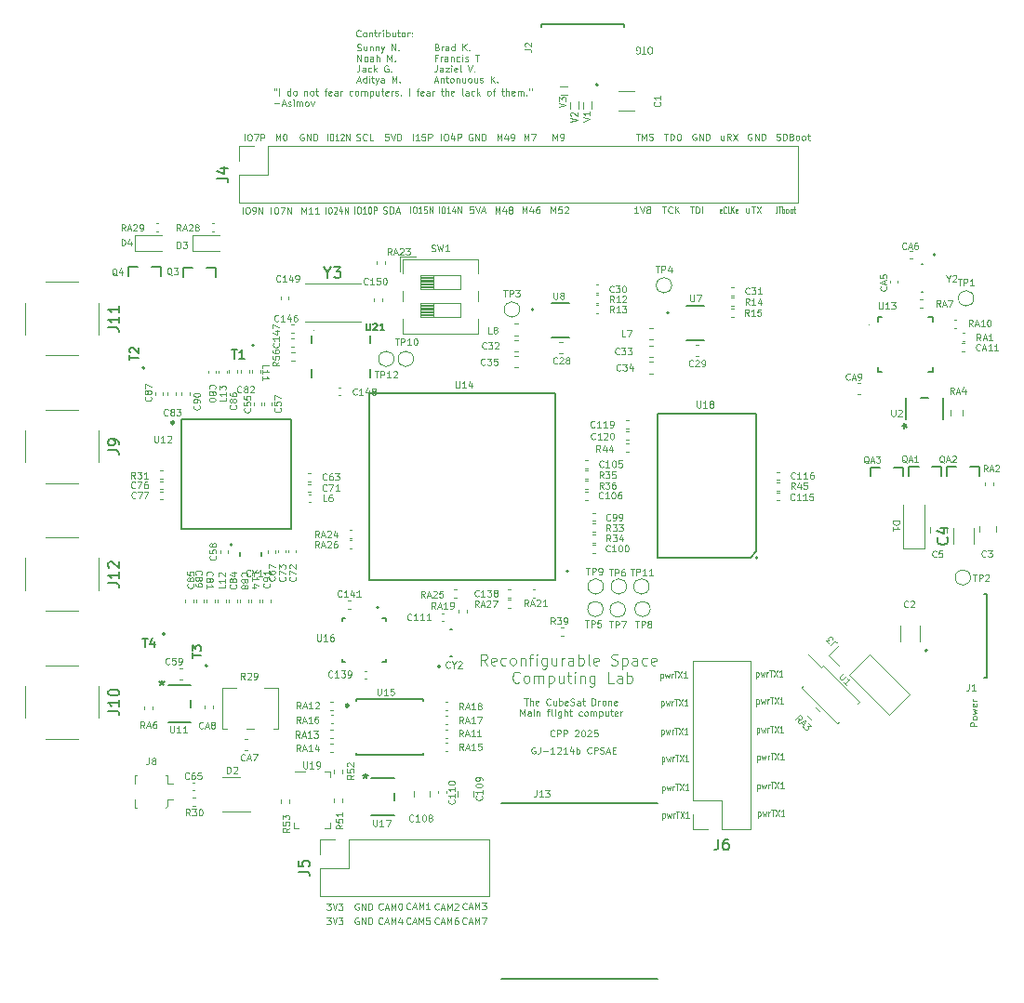
<source format=gbr>
%TF.GenerationSoftware,KiCad,Pcbnew,8.0.6*%
%TF.CreationDate,2025-01-14T20:30:26-08:00*%
%TF.ProjectId,IO_SDR_1.1,494f5f53-4452-45f3-912e-312e6b696361,rev?*%
%TF.SameCoordinates,Original*%
%TF.FileFunction,Legend,Top*%
%TF.FilePolarity,Positive*%
%FSLAX46Y46*%
G04 Gerber Fmt 4.6, Leading zero omitted, Abs format (unit mm)*
G04 Created by KiCad (PCBNEW 8.0.6) date 2025-01-14 20:30:26*
%MOMM*%
%LPD*%
G01*
G04 APERTURE LIST*
%ADD10C,0.100000*%
%ADD11C,0.150000*%
%ADD12C,0.075000*%
%ADD13C,0.120000*%
%ADD14C,0.127000*%
%ADD15C,0.200000*%
%ADD16C,0.152400*%
%ADD17C,0.254000*%
%ADD18C,0.300000*%
G04 APERTURE END LIST*
D10*
X144082931Y-117379942D02*
X144025789Y-117351371D01*
X144025789Y-117351371D02*
X143940074Y-117351371D01*
X143940074Y-117351371D02*
X143854360Y-117379942D01*
X143854360Y-117379942D02*
X143797217Y-117437085D01*
X143797217Y-117437085D02*
X143768646Y-117494228D01*
X143768646Y-117494228D02*
X143740074Y-117608514D01*
X143740074Y-117608514D02*
X143740074Y-117694228D01*
X143740074Y-117694228D02*
X143768646Y-117808514D01*
X143768646Y-117808514D02*
X143797217Y-117865657D01*
X143797217Y-117865657D02*
X143854360Y-117922800D01*
X143854360Y-117922800D02*
X143940074Y-117951371D01*
X143940074Y-117951371D02*
X143997217Y-117951371D01*
X143997217Y-117951371D02*
X144082931Y-117922800D01*
X144082931Y-117922800D02*
X144111503Y-117894228D01*
X144111503Y-117894228D02*
X144111503Y-117694228D01*
X144111503Y-117694228D02*
X143997217Y-117694228D01*
X144540074Y-117351371D02*
X144540074Y-117779942D01*
X144540074Y-117779942D02*
X144511503Y-117865657D01*
X144511503Y-117865657D02*
X144454360Y-117922800D01*
X144454360Y-117922800D02*
X144368646Y-117951371D01*
X144368646Y-117951371D02*
X144311503Y-117951371D01*
X144825789Y-117722800D02*
X145282932Y-117722800D01*
X145882931Y-117951371D02*
X145540074Y-117951371D01*
X145711503Y-117951371D02*
X145711503Y-117351371D01*
X145711503Y-117351371D02*
X145654360Y-117437085D01*
X145654360Y-117437085D02*
X145597217Y-117494228D01*
X145597217Y-117494228D02*
X145540074Y-117522800D01*
X146111503Y-117408514D02*
X146140075Y-117379942D01*
X146140075Y-117379942D02*
X146197218Y-117351371D01*
X146197218Y-117351371D02*
X146340075Y-117351371D01*
X146340075Y-117351371D02*
X146397218Y-117379942D01*
X146397218Y-117379942D02*
X146425789Y-117408514D01*
X146425789Y-117408514D02*
X146454360Y-117465657D01*
X146454360Y-117465657D02*
X146454360Y-117522800D01*
X146454360Y-117522800D02*
X146425789Y-117608514D01*
X146425789Y-117608514D02*
X146082932Y-117951371D01*
X146082932Y-117951371D02*
X146454360Y-117951371D01*
X147025789Y-117951371D02*
X146682932Y-117951371D01*
X146854361Y-117951371D02*
X146854361Y-117351371D01*
X146854361Y-117351371D02*
X146797218Y-117437085D01*
X146797218Y-117437085D02*
X146740075Y-117494228D01*
X146740075Y-117494228D02*
X146682932Y-117522800D01*
X147540076Y-117551371D02*
X147540076Y-117951371D01*
X147397218Y-117322800D02*
X147254361Y-117751371D01*
X147254361Y-117751371D02*
X147625790Y-117751371D01*
X147854362Y-117951371D02*
X147854362Y-117351371D01*
X147854362Y-117579942D02*
X147911505Y-117551371D01*
X147911505Y-117551371D02*
X148025790Y-117551371D01*
X148025790Y-117551371D02*
X148082933Y-117579942D01*
X148082933Y-117579942D02*
X148111505Y-117608514D01*
X148111505Y-117608514D02*
X148140076Y-117665657D01*
X148140076Y-117665657D02*
X148140076Y-117837085D01*
X148140076Y-117837085D02*
X148111505Y-117894228D01*
X148111505Y-117894228D02*
X148082933Y-117922800D01*
X148082933Y-117922800D02*
X148025790Y-117951371D01*
X148025790Y-117951371D02*
X147911505Y-117951371D01*
X147911505Y-117951371D02*
X147854362Y-117922800D01*
X149197219Y-117894228D02*
X149168647Y-117922800D01*
X149168647Y-117922800D02*
X149082933Y-117951371D01*
X149082933Y-117951371D02*
X149025790Y-117951371D01*
X149025790Y-117951371D02*
X148940076Y-117922800D01*
X148940076Y-117922800D02*
X148882933Y-117865657D01*
X148882933Y-117865657D02*
X148854362Y-117808514D01*
X148854362Y-117808514D02*
X148825790Y-117694228D01*
X148825790Y-117694228D02*
X148825790Y-117608514D01*
X148825790Y-117608514D02*
X148854362Y-117494228D01*
X148854362Y-117494228D02*
X148882933Y-117437085D01*
X148882933Y-117437085D02*
X148940076Y-117379942D01*
X148940076Y-117379942D02*
X149025790Y-117351371D01*
X149025790Y-117351371D02*
X149082933Y-117351371D01*
X149082933Y-117351371D02*
X149168647Y-117379942D01*
X149168647Y-117379942D02*
X149197219Y-117408514D01*
X149454362Y-117951371D02*
X149454362Y-117351371D01*
X149454362Y-117351371D02*
X149682933Y-117351371D01*
X149682933Y-117351371D02*
X149740076Y-117379942D01*
X149740076Y-117379942D02*
X149768647Y-117408514D01*
X149768647Y-117408514D02*
X149797219Y-117465657D01*
X149797219Y-117465657D02*
X149797219Y-117551371D01*
X149797219Y-117551371D02*
X149768647Y-117608514D01*
X149768647Y-117608514D02*
X149740076Y-117637085D01*
X149740076Y-117637085D02*
X149682933Y-117665657D01*
X149682933Y-117665657D02*
X149454362Y-117665657D01*
X150025790Y-117922800D02*
X150111505Y-117951371D01*
X150111505Y-117951371D02*
X150254362Y-117951371D01*
X150254362Y-117951371D02*
X150311505Y-117922800D01*
X150311505Y-117922800D02*
X150340076Y-117894228D01*
X150340076Y-117894228D02*
X150368647Y-117837085D01*
X150368647Y-117837085D02*
X150368647Y-117779942D01*
X150368647Y-117779942D02*
X150340076Y-117722800D01*
X150340076Y-117722800D02*
X150311505Y-117694228D01*
X150311505Y-117694228D02*
X150254362Y-117665657D01*
X150254362Y-117665657D02*
X150140076Y-117637085D01*
X150140076Y-117637085D02*
X150082933Y-117608514D01*
X150082933Y-117608514D02*
X150054362Y-117579942D01*
X150054362Y-117579942D02*
X150025790Y-117522800D01*
X150025790Y-117522800D02*
X150025790Y-117465657D01*
X150025790Y-117465657D02*
X150054362Y-117408514D01*
X150054362Y-117408514D02*
X150082933Y-117379942D01*
X150082933Y-117379942D02*
X150140076Y-117351371D01*
X150140076Y-117351371D02*
X150282933Y-117351371D01*
X150282933Y-117351371D02*
X150368647Y-117379942D01*
X150597219Y-117779942D02*
X150882934Y-117779942D01*
X150540076Y-117951371D02*
X150740076Y-117351371D01*
X150740076Y-117351371D02*
X150940076Y-117951371D01*
X151140077Y-117637085D02*
X151340077Y-117637085D01*
X151425791Y-117951371D02*
X151140077Y-117951371D01*
X151140077Y-117951371D02*
X151140077Y-117351371D01*
X151140077Y-117351371D02*
X151425791Y-117351371D01*
X143108646Y-62081371D02*
X143108646Y-61481371D01*
X143108646Y-61481371D02*
X143308646Y-61909942D01*
X143308646Y-61909942D02*
X143508646Y-61481371D01*
X143508646Y-61481371D02*
X143508646Y-62081371D01*
X143737217Y-61481371D02*
X144137217Y-61481371D01*
X144137217Y-61481371D02*
X143880074Y-62081371D01*
X130754360Y-61491371D02*
X130468646Y-61491371D01*
X130468646Y-61491371D02*
X130440074Y-61777085D01*
X130440074Y-61777085D02*
X130468646Y-61748514D01*
X130468646Y-61748514D02*
X130525789Y-61719942D01*
X130525789Y-61719942D02*
X130668646Y-61719942D01*
X130668646Y-61719942D02*
X130725789Y-61748514D01*
X130725789Y-61748514D02*
X130754360Y-61777085D01*
X130754360Y-61777085D02*
X130782931Y-61834228D01*
X130782931Y-61834228D02*
X130782931Y-61977085D01*
X130782931Y-61977085D02*
X130754360Y-62034228D01*
X130754360Y-62034228D02*
X130725789Y-62062800D01*
X130725789Y-62062800D02*
X130668646Y-62091371D01*
X130668646Y-62091371D02*
X130525789Y-62091371D01*
X130525789Y-62091371D02*
X130468646Y-62062800D01*
X130468646Y-62062800D02*
X130440074Y-62034228D01*
X130954360Y-61491371D02*
X131154360Y-62091371D01*
X131154360Y-62091371D02*
X131354360Y-61491371D01*
X131554361Y-62091371D02*
X131554361Y-61491371D01*
X131554361Y-61491371D02*
X131697218Y-61491371D01*
X131697218Y-61491371D02*
X131782932Y-61519942D01*
X131782932Y-61519942D02*
X131840075Y-61577085D01*
X131840075Y-61577085D02*
X131868646Y-61634228D01*
X131868646Y-61634228D02*
X131897218Y-61748514D01*
X131897218Y-61748514D02*
X131897218Y-61834228D01*
X131897218Y-61834228D02*
X131868646Y-61948514D01*
X131868646Y-61948514D02*
X131840075Y-62005657D01*
X131840075Y-62005657D02*
X131782932Y-62062800D01*
X131782932Y-62062800D02*
X131697218Y-62091371D01*
X131697218Y-62091371D02*
X131554361Y-62091371D01*
X153492931Y-68711371D02*
X153150074Y-68711371D01*
X153321503Y-68711371D02*
X153321503Y-68111371D01*
X153321503Y-68111371D02*
X153264360Y-68197085D01*
X153264360Y-68197085D02*
X153207217Y-68254228D01*
X153207217Y-68254228D02*
X153150074Y-68282800D01*
X153664360Y-68111371D02*
X153864360Y-68711371D01*
X153864360Y-68711371D02*
X154064360Y-68111371D01*
X154350075Y-68368514D02*
X154292932Y-68339942D01*
X154292932Y-68339942D02*
X154264361Y-68311371D01*
X154264361Y-68311371D02*
X154235789Y-68254228D01*
X154235789Y-68254228D02*
X154235789Y-68225657D01*
X154235789Y-68225657D02*
X154264361Y-68168514D01*
X154264361Y-68168514D02*
X154292932Y-68139942D01*
X154292932Y-68139942D02*
X154350075Y-68111371D01*
X154350075Y-68111371D02*
X154464361Y-68111371D01*
X154464361Y-68111371D02*
X154521504Y-68139942D01*
X154521504Y-68139942D02*
X154550075Y-68168514D01*
X154550075Y-68168514D02*
X154578646Y-68225657D01*
X154578646Y-68225657D02*
X154578646Y-68254228D01*
X154578646Y-68254228D02*
X154550075Y-68311371D01*
X154550075Y-68311371D02*
X154521504Y-68339942D01*
X154521504Y-68339942D02*
X154464361Y-68368514D01*
X154464361Y-68368514D02*
X154350075Y-68368514D01*
X154350075Y-68368514D02*
X154292932Y-68397085D01*
X154292932Y-68397085D02*
X154264361Y-68425657D01*
X154264361Y-68425657D02*
X154235789Y-68482800D01*
X154235789Y-68482800D02*
X154235789Y-68597085D01*
X154235789Y-68597085D02*
X154264361Y-68654228D01*
X154264361Y-68654228D02*
X154292932Y-68682800D01*
X154292932Y-68682800D02*
X154350075Y-68711371D01*
X154350075Y-68711371D02*
X154464361Y-68711371D01*
X154464361Y-68711371D02*
X154521504Y-68682800D01*
X154521504Y-68682800D02*
X154550075Y-68654228D01*
X154550075Y-68654228D02*
X154578646Y-68597085D01*
X154578646Y-68597085D02*
X154578646Y-68482800D01*
X154578646Y-68482800D02*
X154550075Y-68425657D01*
X154550075Y-68425657D02*
X154521504Y-68397085D01*
X154521504Y-68397085D02*
X154464361Y-68368514D01*
X140468646Y-68741371D02*
X140468646Y-68141371D01*
X140468646Y-68141371D02*
X140668646Y-68569942D01*
X140668646Y-68569942D02*
X140868646Y-68141371D01*
X140868646Y-68141371D02*
X140868646Y-68741371D01*
X141411503Y-68341371D02*
X141411503Y-68741371D01*
X141268645Y-68112800D02*
X141125788Y-68541371D01*
X141125788Y-68541371D02*
X141497217Y-68541371D01*
X141811503Y-68398514D02*
X141754360Y-68369942D01*
X141754360Y-68369942D02*
X141725789Y-68341371D01*
X141725789Y-68341371D02*
X141697217Y-68284228D01*
X141697217Y-68284228D02*
X141697217Y-68255657D01*
X141697217Y-68255657D02*
X141725789Y-68198514D01*
X141725789Y-68198514D02*
X141754360Y-68169942D01*
X141754360Y-68169942D02*
X141811503Y-68141371D01*
X141811503Y-68141371D02*
X141925789Y-68141371D01*
X141925789Y-68141371D02*
X141982932Y-68169942D01*
X141982932Y-68169942D02*
X142011503Y-68198514D01*
X142011503Y-68198514D02*
X142040074Y-68255657D01*
X142040074Y-68255657D02*
X142040074Y-68284228D01*
X142040074Y-68284228D02*
X142011503Y-68341371D01*
X142011503Y-68341371D02*
X141982932Y-68369942D01*
X141982932Y-68369942D02*
X141925789Y-68398514D01*
X141925789Y-68398514D02*
X141811503Y-68398514D01*
X141811503Y-68398514D02*
X141754360Y-68427085D01*
X141754360Y-68427085D02*
X141725789Y-68455657D01*
X141725789Y-68455657D02*
X141697217Y-68512800D01*
X141697217Y-68512800D02*
X141697217Y-68627085D01*
X141697217Y-68627085D02*
X141725789Y-68684228D01*
X141725789Y-68684228D02*
X141754360Y-68712800D01*
X141754360Y-68712800D02*
X141811503Y-68741371D01*
X141811503Y-68741371D02*
X141925789Y-68741371D01*
X141925789Y-68741371D02*
X141982932Y-68712800D01*
X141982932Y-68712800D02*
X142011503Y-68684228D01*
X142011503Y-68684228D02*
X142040074Y-68627085D01*
X142040074Y-68627085D02*
X142040074Y-68512800D01*
X142040074Y-68512800D02*
X142011503Y-68455657D01*
X142011503Y-68455657D02*
X141982932Y-68427085D01*
X141982932Y-68427085D02*
X141925789Y-68398514D01*
X184321371Y-115421353D02*
X183721371Y-115421353D01*
X183721371Y-115421353D02*
X183721371Y-115192782D01*
X183721371Y-115192782D02*
X183749942Y-115135639D01*
X183749942Y-115135639D02*
X183778514Y-115107068D01*
X183778514Y-115107068D02*
X183835657Y-115078496D01*
X183835657Y-115078496D02*
X183921371Y-115078496D01*
X183921371Y-115078496D02*
X183978514Y-115107068D01*
X183978514Y-115107068D02*
X184007085Y-115135639D01*
X184007085Y-115135639D02*
X184035657Y-115192782D01*
X184035657Y-115192782D02*
X184035657Y-115421353D01*
X184321371Y-114735639D02*
X184292800Y-114792782D01*
X184292800Y-114792782D02*
X184264228Y-114821353D01*
X184264228Y-114821353D02*
X184207085Y-114849925D01*
X184207085Y-114849925D02*
X184035657Y-114849925D01*
X184035657Y-114849925D02*
X183978514Y-114821353D01*
X183978514Y-114821353D02*
X183949942Y-114792782D01*
X183949942Y-114792782D02*
X183921371Y-114735639D01*
X183921371Y-114735639D02*
X183921371Y-114649925D01*
X183921371Y-114649925D02*
X183949942Y-114592782D01*
X183949942Y-114592782D02*
X183978514Y-114564211D01*
X183978514Y-114564211D02*
X184035657Y-114535639D01*
X184035657Y-114535639D02*
X184207085Y-114535639D01*
X184207085Y-114535639D02*
X184264228Y-114564211D01*
X184264228Y-114564211D02*
X184292800Y-114592782D01*
X184292800Y-114592782D02*
X184321371Y-114649925D01*
X184321371Y-114649925D02*
X184321371Y-114735639D01*
X183921371Y-114335639D02*
X184321371Y-114221354D01*
X184321371Y-114221354D02*
X184035657Y-114107068D01*
X184035657Y-114107068D02*
X184321371Y-113992782D01*
X184321371Y-113992782D02*
X183921371Y-113878496D01*
X184292800Y-113421354D02*
X184321371Y-113478497D01*
X184321371Y-113478497D02*
X184321371Y-113592783D01*
X184321371Y-113592783D02*
X184292800Y-113649925D01*
X184292800Y-113649925D02*
X184235657Y-113678497D01*
X184235657Y-113678497D02*
X184007085Y-113678497D01*
X184007085Y-113678497D02*
X183949942Y-113649925D01*
X183949942Y-113649925D02*
X183921371Y-113592783D01*
X183921371Y-113592783D02*
X183921371Y-113478497D01*
X183921371Y-113478497D02*
X183949942Y-113421354D01*
X183949942Y-113421354D02*
X184007085Y-113392783D01*
X184007085Y-113392783D02*
X184064228Y-113392783D01*
X184064228Y-113392783D02*
X184121371Y-113678497D01*
X184321371Y-113135639D02*
X183921371Y-113135639D01*
X184035657Y-113135639D02*
X183978514Y-113107068D01*
X183978514Y-113107068D02*
X183949942Y-113078497D01*
X183949942Y-113078497D02*
X183921371Y-113021354D01*
X183921371Y-113021354D02*
X183921371Y-112964211D01*
X127674836Y-68741371D02*
X127674836Y-68141371D01*
X128008169Y-68141371D02*
X128103407Y-68141371D01*
X128103407Y-68141371D02*
X128151026Y-68169942D01*
X128151026Y-68169942D02*
X128198645Y-68227085D01*
X128198645Y-68227085D02*
X128222455Y-68341371D01*
X128222455Y-68341371D02*
X128222455Y-68541371D01*
X128222455Y-68541371D02*
X128198645Y-68655657D01*
X128198645Y-68655657D02*
X128151026Y-68712800D01*
X128151026Y-68712800D02*
X128103407Y-68741371D01*
X128103407Y-68741371D02*
X128008169Y-68741371D01*
X128008169Y-68741371D02*
X127960550Y-68712800D01*
X127960550Y-68712800D02*
X127912931Y-68655657D01*
X127912931Y-68655657D02*
X127889122Y-68541371D01*
X127889122Y-68541371D02*
X127889122Y-68341371D01*
X127889122Y-68341371D02*
X127912931Y-68227085D01*
X127912931Y-68227085D02*
X127960550Y-68169942D01*
X127960550Y-68169942D02*
X128008169Y-68141371D01*
X128698646Y-68741371D02*
X128412932Y-68741371D01*
X128555789Y-68741371D02*
X128555789Y-68141371D01*
X128555789Y-68141371D02*
X128508170Y-68227085D01*
X128508170Y-68227085D02*
X128460551Y-68284228D01*
X128460551Y-68284228D02*
X128412932Y-68312800D01*
X129008169Y-68141371D02*
X129055788Y-68141371D01*
X129055788Y-68141371D02*
X129103407Y-68169942D01*
X129103407Y-68169942D02*
X129127217Y-68198514D01*
X129127217Y-68198514D02*
X129151026Y-68255657D01*
X129151026Y-68255657D02*
X129174836Y-68369942D01*
X129174836Y-68369942D02*
X129174836Y-68512800D01*
X129174836Y-68512800D02*
X129151026Y-68627085D01*
X129151026Y-68627085D02*
X129127217Y-68684228D01*
X129127217Y-68684228D02*
X129103407Y-68712800D01*
X129103407Y-68712800D02*
X129055788Y-68741371D01*
X129055788Y-68741371D02*
X129008169Y-68741371D01*
X129008169Y-68741371D02*
X128960550Y-68712800D01*
X128960550Y-68712800D02*
X128936741Y-68684228D01*
X128936741Y-68684228D02*
X128912931Y-68627085D01*
X128912931Y-68627085D02*
X128889122Y-68512800D01*
X128889122Y-68512800D02*
X128889122Y-68369942D01*
X128889122Y-68369942D02*
X128912931Y-68255657D01*
X128912931Y-68255657D02*
X128936741Y-68198514D01*
X128936741Y-68198514D02*
X128960550Y-68169942D01*
X128960550Y-68169942D02*
X129008169Y-68141371D01*
X129389121Y-68741371D02*
X129389121Y-68141371D01*
X129389121Y-68141371D02*
X129579597Y-68141371D01*
X129579597Y-68141371D02*
X129627216Y-68169942D01*
X129627216Y-68169942D02*
X129651026Y-68198514D01*
X129651026Y-68198514D02*
X129674835Y-68255657D01*
X129674835Y-68255657D02*
X129674835Y-68341371D01*
X129674835Y-68341371D02*
X129651026Y-68398514D01*
X129651026Y-68398514D02*
X129627216Y-68427085D01*
X129627216Y-68427085D02*
X129579597Y-68455657D01*
X129579597Y-68455657D02*
X129389121Y-68455657D01*
X166060074Y-62032800D02*
X166145789Y-62061371D01*
X166145789Y-62061371D02*
X166288646Y-62061371D01*
X166288646Y-62061371D02*
X166345789Y-62032800D01*
X166345789Y-62032800D02*
X166374360Y-62004228D01*
X166374360Y-62004228D02*
X166402931Y-61947085D01*
X166402931Y-61947085D02*
X166402931Y-61889942D01*
X166402931Y-61889942D02*
X166374360Y-61832800D01*
X166374360Y-61832800D02*
X166345789Y-61804228D01*
X166345789Y-61804228D02*
X166288646Y-61775657D01*
X166288646Y-61775657D02*
X166174360Y-61747085D01*
X166174360Y-61747085D02*
X166117217Y-61718514D01*
X166117217Y-61718514D02*
X166088646Y-61689942D01*
X166088646Y-61689942D02*
X166060074Y-61632800D01*
X166060074Y-61632800D02*
X166060074Y-61575657D01*
X166060074Y-61575657D02*
X166088646Y-61518514D01*
X166088646Y-61518514D02*
X166117217Y-61489942D01*
X166117217Y-61489942D02*
X166174360Y-61461371D01*
X166174360Y-61461371D02*
X166317217Y-61461371D01*
X166317217Y-61461371D02*
X166402931Y-61489942D01*
X166660075Y-62061371D02*
X166660075Y-61461371D01*
X166660075Y-61461371D02*
X166802932Y-61461371D01*
X166802932Y-61461371D02*
X166888646Y-61489942D01*
X166888646Y-61489942D02*
X166945789Y-61547085D01*
X166945789Y-61547085D02*
X166974360Y-61604228D01*
X166974360Y-61604228D02*
X167002932Y-61718514D01*
X167002932Y-61718514D02*
X167002932Y-61804228D01*
X167002932Y-61804228D02*
X166974360Y-61918514D01*
X166974360Y-61918514D02*
X166945789Y-61975657D01*
X166945789Y-61975657D02*
X166888646Y-62032800D01*
X166888646Y-62032800D02*
X166802932Y-62061371D01*
X166802932Y-62061371D02*
X166660075Y-62061371D01*
X167460075Y-61747085D02*
X167545789Y-61775657D01*
X167545789Y-61775657D02*
X167574360Y-61804228D01*
X167574360Y-61804228D02*
X167602932Y-61861371D01*
X167602932Y-61861371D02*
X167602932Y-61947085D01*
X167602932Y-61947085D02*
X167574360Y-62004228D01*
X167574360Y-62004228D02*
X167545789Y-62032800D01*
X167545789Y-62032800D02*
X167488646Y-62061371D01*
X167488646Y-62061371D02*
X167260075Y-62061371D01*
X167260075Y-62061371D02*
X167260075Y-61461371D01*
X167260075Y-61461371D02*
X167460075Y-61461371D01*
X167460075Y-61461371D02*
X167517218Y-61489942D01*
X167517218Y-61489942D02*
X167545789Y-61518514D01*
X167545789Y-61518514D02*
X167574360Y-61575657D01*
X167574360Y-61575657D02*
X167574360Y-61632800D01*
X167574360Y-61632800D02*
X167545789Y-61689942D01*
X167545789Y-61689942D02*
X167517218Y-61718514D01*
X167517218Y-61718514D02*
X167460075Y-61747085D01*
X167460075Y-61747085D02*
X167260075Y-61747085D01*
X167945789Y-62061371D02*
X167888646Y-62032800D01*
X167888646Y-62032800D02*
X167860075Y-62004228D01*
X167860075Y-62004228D02*
X167831503Y-61947085D01*
X167831503Y-61947085D02*
X167831503Y-61775657D01*
X167831503Y-61775657D02*
X167860075Y-61718514D01*
X167860075Y-61718514D02*
X167888646Y-61689942D01*
X167888646Y-61689942D02*
X167945789Y-61661371D01*
X167945789Y-61661371D02*
X168031503Y-61661371D01*
X168031503Y-61661371D02*
X168088646Y-61689942D01*
X168088646Y-61689942D02*
X168117218Y-61718514D01*
X168117218Y-61718514D02*
X168145789Y-61775657D01*
X168145789Y-61775657D02*
X168145789Y-61947085D01*
X168145789Y-61947085D02*
X168117218Y-62004228D01*
X168117218Y-62004228D02*
X168088646Y-62032800D01*
X168088646Y-62032800D02*
X168031503Y-62061371D01*
X168031503Y-62061371D02*
X167945789Y-62061371D01*
X168488646Y-62061371D02*
X168431503Y-62032800D01*
X168431503Y-62032800D02*
X168402932Y-62004228D01*
X168402932Y-62004228D02*
X168374360Y-61947085D01*
X168374360Y-61947085D02*
X168374360Y-61775657D01*
X168374360Y-61775657D02*
X168402932Y-61718514D01*
X168402932Y-61718514D02*
X168431503Y-61689942D01*
X168431503Y-61689942D02*
X168488646Y-61661371D01*
X168488646Y-61661371D02*
X168574360Y-61661371D01*
X168574360Y-61661371D02*
X168631503Y-61689942D01*
X168631503Y-61689942D02*
X168660075Y-61718514D01*
X168660075Y-61718514D02*
X168688646Y-61775657D01*
X168688646Y-61775657D02*
X168688646Y-61947085D01*
X168688646Y-61947085D02*
X168660075Y-62004228D01*
X168660075Y-62004228D02*
X168631503Y-62032800D01*
X168631503Y-62032800D02*
X168574360Y-62061371D01*
X168574360Y-62061371D02*
X168488646Y-62061371D01*
X168860074Y-61661371D02*
X169088646Y-61661371D01*
X168945789Y-61461371D02*
X168945789Y-61975657D01*
X168945789Y-61975657D02*
X168974360Y-62032800D01*
X168974360Y-62032800D02*
X169031503Y-62061371D01*
X169031503Y-62061371D02*
X169088646Y-62061371D01*
X164314836Y-118111371D02*
X164314836Y-118711371D01*
X164314836Y-118139942D02*
X164362455Y-118111371D01*
X164362455Y-118111371D02*
X164457693Y-118111371D01*
X164457693Y-118111371D02*
X164505312Y-118139942D01*
X164505312Y-118139942D02*
X164529122Y-118168514D01*
X164529122Y-118168514D02*
X164552931Y-118225657D01*
X164552931Y-118225657D02*
X164552931Y-118397085D01*
X164552931Y-118397085D02*
X164529122Y-118454228D01*
X164529122Y-118454228D02*
X164505312Y-118482800D01*
X164505312Y-118482800D02*
X164457693Y-118511371D01*
X164457693Y-118511371D02*
X164362455Y-118511371D01*
X164362455Y-118511371D02*
X164314836Y-118482800D01*
X164719598Y-118111371D02*
X164814836Y-118511371D01*
X164814836Y-118511371D02*
X164910074Y-118225657D01*
X164910074Y-118225657D02*
X165005312Y-118511371D01*
X165005312Y-118511371D02*
X165100550Y-118111371D01*
X165291027Y-118511371D02*
X165291027Y-118111371D01*
X165291027Y-118225657D02*
X165314837Y-118168514D01*
X165314837Y-118168514D02*
X165338646Y-118139942D01*
X165338646Y-118139942D02*
X165386265Y-118111371D01*
X165386265Y-118111371D02*
X165433884Y-118111371D01*
X165529123Y-117911371D02*
X165814837Y-117911371D01*
X165671980Y-118511371D02*
X165671980Y-117911371D01*
X165933884Y-117911371D02*
X166267217Y-118511371D01*
X166267217Y-117911371D02*
X165933884Y-118511371D01*
X166719598Y-118511371D02*
X166433884Y-118511371D01*
X166576741Y-118511371D02*
X166576741Y-117911371D01*
X166576741Y-117911371D02*
X166529122Y-117997085D01*
X166529122Y-117997085D02*
X166481503Y-118054228D01*
X166481503Y-118054228D02*
X166433884Y-118082800D01*
X155692931Y-68111371D02*
X156035789Y-68111371D01*
X155864360Y-68711371D02*
X155864360Y-68111371D01*
X156578646Y-68654228D02*
X156550074Y-68682800D01*
X156550074Y-68682800D02*
X156464360Y-68711371D01*
X156464360Y-68711371D02*
X156407217Y-68711371D01*
X156407217Y-68711371D02*
X156321503Y-68682800D01*
X156321503Y-68682800D02*
X156264360Y-68625657D01*
X156264360Y-68625657D02*
X156235789Y-68568514D01*
X156235789Y-68568514D02*
X156207217Y-68454228D01*
X156207217Y-68454228D02*
X156207217Y-68368514D01*
X156207217Y-68368514D02*
X156235789Y-68254228D01*
X156235789Y-68254228D02*
X156264360Y-68197085D01*
X156264360Y-68197085D02*
X156321503Y-68139942D01*
X156321503Y-68139942D02*
X156407217Y-68111371D01*
X156407217Y-68111371D02*
X156464360Y-68111371D01*
X156464360Y-68111371D02*
X156550074Y-68139942D01*
X156550074Y-68139942D02*
X156578646Y-68168514D01*
X156835789Y-68711371D02*
X156835789Y-68111371D01*
X157178646Y-68711371D02*
X156921503Y-68368514D01*
X157178646Y-68111371D02*
X156835789Y-68454228D01*
X145538646Y-68731371D02*
X145538646Y-68131371D01*
X145538646Y-68131371D02*
X145738646Y-68559942D01*
X145738646Y-68559942D02*
X145938646Y-68131371D01*
X145938646Y-68131371D02*
X145938646Y-68731371D01*
X146510074Y-68131371D02*
X146224360Y-68131371D01*
X146224360Y-68131371D02*
X146195788Y-68417085D01*
X146195788Y-68417085D02*
X146224360Y-68388514D01*
X146224360Y-68388514D02*
X146281503Y-68359942D01*
X146281503Y-68359942D02*
X146424360Y-68359942D01*
X146424360Y-68359942D02*
X146481503Y-68388514D01*
X146481503Y-68388514D02*
X146510074Y-68417085D01*
X146510074Y-68417085D02*
X146538645Y-68474228D01*
X146538645Y-68474228D02*
X146538645Y-68617085D01*
X146538645Y-68617085D02*
X146510074Y-68674228D01*
X146510074Y-68674228D02*
X146481503Y-68702800D01*
X146481503Y-68702800D02*
X146424360Y-68731371D01*
X146424360Y-68731371D02*
X146281503Y-68731371D01*
X146281503Y-68731371D02*
X146224360Y-68702800D01*
X146224360Y-68702800D02*
X146195788Y-68674228D01*
X146767217Y-68188514D02*
X146795789Y-68159942D01*
X146795789Y-68159942D02*
X146852932Y-68131371D01*
X146852932Y-68131371D02*
X146995789Y-68131371D01*
X146995789Y-68131371D02*
X147052932Y-68159942D01*
X147052932Y-68159942D02*
X147081503Y-68188514D01*
X147081503Y-68188514D02*
X147110074Y-68245657D01*
X147110074Y-68245657D02*
X147110074Y-68302800D01*
X147110074Y-68302800D02*
X147081503Y-68388514D01*
X147081503Y-68388514D02*
X146738646Y-68731371D01*
X146738646Y-68731371D02*
X147110074Y-68731371D01*
X158162931Y-68121371D02*
X158505789Y-68121371D01*
X158334360Y-68721371D02*
X158334360Y-68121371D01*
X158705789Y-68721371D02*
X158705789Y-68121371D01*
X158705789Y-68121371D02*
X158848646Y-68121371D01*
X158848646Y-68121371D02*
X158934360Y-68149942D01*
X158934360Y-68149942D02*
X158991503Y-68207085D01*
X158991503Y-68207085D02*
X159020074Y-68264228D01*
X159020074Y-68264228D02*
X159048646Y-68378514D01*
X159048646Y-68378514D02*
X159048646Y-68464228D01*
X159048646Y-68464228D02*
X159020074Y-68578514D01*
X159020074Y-68578514D02*
X158991503Y-68635657D01*
X158991503Y-68635657D02*
X158934360Y-68692800D01*
X158934360Y-68692800D02*
X158848646Y-68721371D01*
X158848646Y-68721371D02*
X158705789Y-68721371D01*
X159305789Y-68721371D02*
X159305789Y-68121371D01*
X132744836Y-68731371D02*
X132744836Y-68131371D01*
X133078169Y-68131371D02*
X133173407Y-68131371D01*
X133173407Y-68131371D02*
X133221026Y-68159942D01*
X133221026Y-68159942D02*
X133268645Y-68217085D01*
X133268645Y-68217085D02*
X133292455Y-68331371D01*
X133292455Y-68331371D02*
X133292455Y-68531371D01*
X133292455Y-68531371D02*
X133268645Y-68645657D01*
X133268645Y-68645657D02*
X133221026Y-68702800D01*
X133221026Y-68702800D02*
X133173407Y-68731371D01*
X133173407Y-68731371D02*
X133078169Y-68731371D01*
X133078169Y-68731371D02*
X133030550Y-68702800D01*
X133030550Y-68702800D02*
X132982931Y-68645657D01*
X132982931Y-68645657D02*
X132959122Y-68531371D01*
X132959122Y-68531371D02*
X132959122Y-68331371D01*
X132959122Y-68331371D02*
X132982931Y-68217085D01*
X132982931Y-68217085D02*
X133030550Y-68159942D01*
X133030550Y-68159942D02*
X133078169Y-68131371D01*
X133768646Y-68731371D02*
X133482932Y-68731371D01*
X133625789Y-68731371D02*
X133625789Y-68131371D01*
X133625789Y-68131371D02*
X133578170Y-68217085D01*
X133578170Y-68217085D02*
X133530551Y-68274228D01*
X133530551Y-68274228D02*
X133482932Y-68302800D01*
X134221026Y-68131371D02*
X133982931Y-68131371D01*
X133982931Y-68131371D02*
X133959122Y-68417085D01*
X133959122Y-68417085D02*
X133982931Y-68388514D01*
X133982931Y-68388514D02*
X134030550Y-68359942D01*
X134030550Y-68359942D02*
X134149598Y-68359942D01*
X134149598Y-68359942D02*
X134197217Y-68388514D01*
X134197217Y-68388514D02*
X134221026Y-68417085D01*
X134221026Y-68417085D02*
X134244836Y-68474228D01*
X134244836Y-68474228D02*
X134244836Y-68617085D01*
X134244836Y-68617085D02*
X134221026Y-68674228D01*
X134221026Y-68674228D02*
X134197217Y-68702800D01*
X134197217Y-68702800D02*
X134149598Y-68731371D01*
X134149598Y-68731371D02*
X134030550Y-68731371D01*
X134030550Y-68731371D02*
X133982931Y-68702800D01*
X133982931Y-68702800D02*
X133959122Y-68674228D01*
X134459121Y-68731371D02*
X134459121Y-68131371D01*
X134459121Y-68131371D02*
X134744835Y-68731371D01*
X134744835Y-68731371D02*
X134744835Y-68131371D01*
X155584836Y-115761371D02*
X155584836Y-116361371D01*
X155584836Y-115789942D02*
X155632455Y-115761371D01*
X155632455Y-115761371D02*
X155727693Y-115761371D01*
X155727693Y-115761371D02*
X155775312Y-115789942D01*
X155775312Y-115789942D02*
X155799122Y-115818514D01*
X155799122Y-115818514D02*
X155822931Y-115875657D01*
X155822931Y-115875657D02*
X155822931Y-116047085D01*
X155822931Y-116047085D02*
X155799122Y-116104228D01*
X155799122Y-116104228D02*
X155775312Y-116132800D01*
X155775312Y-116132800D02*
X155727693Y-116161371D01*
X155727693Y-116161371D02*
X155632455Y-116161371D01*
X155632455Y-116161371D02*
X155584836Y-116132800D01*
X155989598Y-115761371D02*
X156084836Y-116161371D01*
X156084836Y-116161371D02*
X156180074Y-115875657D01*
X156180074Y-115875657D02*
X156275312Y-116161371D01*
X156275312Y-116161371D02*
X156370550Y-115761371D01*
X156561027Y-116161371D02*
X156561027Y-115761371D01*
X156561027Y-115875657D02*
X156584837Y-115818514D01*
X156584837Y-115818514D02*
X156608646Y-115789942D01*
X156608646Y-115789942D02*
X156656265Y-115761371D01*
X156656265Y-115761371D02*
X156703884Y-115761371D01*
X156799123Y-115561371D02*
X157084837Y-115561371D01*
X156941980Y-116161371D02*
X156941980Y-115561371D01*
X157203884Y-115561371D02*
X157537217Y-116161371D01*
X157537217Y-115561371D02*
X157203884Y-116161371D01*
X157989598Y-116161371D02*
X157703884Y-116161371D01*
X157846741Y-116161371D02*
X157846741Y-115561371D01*
X157846741Y-115561371D02*
X157799122Y-115647085D01*
X157799122Y-115647085D02*
X157751503Y-115704228D01*
X157751503Y-115704228D02*
X157703884Y-115732800D01*
X125111503Y-132901371D02*
X125482931Y-132901371D01*
X125482931Y-132901371D02*
X125282931Y-133129942D01*
X125282931Y-133129942D02*
X125368646Y-133129942D01*
X125368646Y-133129942D02*
X125425789Y-133158514D01*
X125425789Y-133158514D02*
X125454360Y-133187085D01*
X125454360Y-133187085D02*
X125482931Y-133244228D01*
X125482931Y-133244228D02*
X125482931Y-133387085D01*
X125482931Y-133387085D02*
X125454360Y-133444228D01*
X125454360Y-133444228D02*
X125425789Y-133472800D01*
X125425789Y-133472800D02*
X125368646Y-133501371D01*
X125368646Y-133501371D02*
X125197217Y-133501371D01*
X125197217Y-133501371D02*
X125140074Y-133472800D01*
X125140074Y-133472800D02*
X125111503Y-133444228D01*
X125654360Y-132901371D02*
X125854360Y-133501371D01*
X125854360Y-133501371D02*
X126054360Y-132901371D01*
X126197218Y-132901371D02*
X126568646Y-132901371D01*
X126568646Y-132901371D02*
X126368646Y-133129942D01*
X126368646Y-133129942D02*
X126454361Y-133129942D01*
X126454361Y-133129942D02*
X126511504Y-133158514D01*
X126511504Y-133158514D02*
X126540075Y-133187085D01*
X126540075Y-133187085D02*
X126568646Y-133244228D01*
X126568646Y-133244228D02*
X126568646Y-133387085D01*
X126568646Y-133387085D02*
X126540075Y-133444228D01*
X126540075Y-133444228D02*
X126511504Y-133472800D01*
X126511504Y-133472800D02*
X126454361Y-133501371D01*
X126454361Y-133501371D02*
X126282932Y-133501371D01*
X126282932Y-133501371D02*
X126225789Y-133472800D01*
X126225789Y-133472800D02*
X126197218Y-133444228D01*
X128191503Y-52584228D02*
X128162931Y-52612800D01*
X128162931Y-52612800D02*
X128077217Y-52641371D01*
X128077217Y-52641371D02*
X128020074Y-52641371D01*
X128020074Y-52641371D02*
X127934360Y-52612800D01*
X127934360Y-52612800D02*
X127877217Y-52555657D01*
X127877217Y-52555657D02*
X127848646Y-52498514D01*
X127848646Y-52498514D02*
X127820074Y-52384228D01*
X127820074Y-52384228D02*
X127820074Y-52298514D01*
X127820074Y-52298514D02*
X127848646Y-52184228D01*
X127848646Y-52184228D02*
X127877217Y-52127085D01*
X127877217Y-52127085D02*
X127934360Y-52069942D01*
X127934360Y-52069942D02*
X128020074Y-52041371D01*
X128020074Y-52041371D02*
X128077217Y-52041371D01*
X128077217Y-52041371D02*
X128162931Y-52069942D01*
X128162931Y-52069942D02*
X128191503Y-52098514D01*
X128534360Y-52641371D02*
X128477217Y-52612800D01*
X128477217Y-52612800D02*
X128448646Y-52584228D01*
X128448646Y-52584228D02*
X128420074Y-52527085D01*
X128420074Y-52527085D02*
X128420074Y-52355657D01*
X128420074Y-52355657D02*
X128448646Y-52298514D01*
X128448646Y-52298514D02*
X128477217Y-52269942D01*
X128477217Y-52269942D02*
X128534360Y-52241371D01*
X128534360Y-52241371D02*
X128620074Y-52241371D01*
X128620074Y-52241371D02*
X128677217Y-52269942D01*
X128677217Y-52269942D02*
X128705789Y-52298514D01*
X128705789Y-52298514D02*
X128734360Y-52355657D01*
X128734360Y-52355657D02*
X128734360Y-52527085D01*
X128734360Y-52527085D02*
X128705789Y-52584228D01*
X128705789Y-52584228D02*
X128677217Y-52612800D01*
X128677217Y-52612800D02*
X128620074Y-52641371D01*
X128620074Y-52641371D02*
X128534360Y-52641371D01*
X128991503Y-52241371D02*
X128991503Y-52641371D01*
X128991503Y-52298514D02*
X129020074Y-52269942D01*
X129020074Y-52269942D02*
X129077217Y-52241371D01*
X129077217Y-52241371D02*
X129162931Y-52241371D01*
X129162931Y-52241371D02*
X129220074Y-52269942D01*
X129220074Y-52269942D02*
X129248646Y-52327085D01*
X129248646Y-52327085D02*
X129248646Y-52641371D01*
X129448645Y-52241371D02*
X129677217Y-52241371D01*
X129534360Y-52041371D02*
X129534360Y-52555657D01*
X129534360Y-52555657D02*
X129562931Y-52612800D01*
X129562931Y-52612800D02*
X129620074Y-52641371D01*
X129620074Y-52641371D02*
X129677217Y-52641371D01*
X129877217Y-52641371D02*
X129877217Y-52241371D01*
X129877217Y-52355657D02*
X129905788Y-52298514D01*
X129905788Y-52298514D02*
X129934360Y-52269942D01*
X129934360Y-52269942D02*
X129991502Y-52241371D01*
X129991502Y-52241371D02*
X130048645Y-52241371D01*
X130248646Y-52641371D02*
X130248646Y-52241371D01*
X130248646Y-52041371D02*
X130220074Y-52069942D01*
X130220074Y-52069942D02*
X130248646Y-52098514D01*
X130248646Y-52098514D02*
X130277217Y-52069942D01*
X130277217Y-52069942D02*
X130248646Y-52041371D01*
X130248646Y-52041371D02*
X130248646Y-52098514D01*
X130534360Y-52641371D02*
X130534360Y-52041371D01*
X130534360Y-52269942D02*
X130591503Y-52241371D01*
X130591503Y-52241371D02*
X130705788Y-52241371D01*
X130705788Y-52241371D02*
X130762931Y-52269942D01*
X130762931Y-52269942D02*
X130791503Y-52298514D01*
X130791503Y-52298514D02*
X130820074Y-52355657D01*
X130820074Y-52355657D02*
X130820074Y-52527085D01*
X130820074Y-52527085D02*
X130791503Y-52584228D01*
X130791503Y-52584228D02*
X130762931Y-52612800D01*
X130762931Y-52612800D02*
X130705788Y-52641371D01*
X130705788Y-52641371D02*
X130591503Y-52641371D01*
X130591503Y-52641371D02*
X130534360Y-52612800D01*
X131334360Y-52241371D02*
X131334360Y-52641371D01*
X131077217Y-52241371D02*
X131077217Y-52555657D01*
X131077217Y-52555657D02*
X131105788Y-52612800D01*
X131105788Y-52612800D02*
X131162931Y-52641371D01*
X131162931Y-52641371D02*
X131248645Y-52641371D01*
X131248645Y-52641371D02*
X131305788Y-52612800D01*
X131305788Y-52612800D02*
X131334360Y-52584228D01*
X131534359Y-52241371D02*
X131762931Y-52241371D01*
X131620074Y-52041371D02*
X131620074Y-52555657D01*
X131620074Y-52555657D02*
X131648645Y-52612800D01*
X131648645Y-52612800D02*
X131705788Y-52641371D01*
X131705788Y-52641371D02*
X131762931Y-52641371D01*
X132048645Y-52641371D02*
X131991502Y-52612800D01*
X131991502Y-52612800D02*
X131962931Y-52584228D01*
X131962931Y-52584228D02*
X131934359Y-52527085D01*
X131934359Y-52527085D02*
X131934359Y-52355657D01*
X131934359Y-52355657D02*
X131962931Y-52298514D01*
X131962931Y-52298514D02*
X131991502Y-52269942D01*
X131991502Y-52269942D02*
X132048645Y-52241371D01*
X132048645Y-52241371D02*
X132134359Y-52241371D01*
X132134359Y-52241371D02*
X132191502Y-52269942D01*
X132191502Y-52269942D02*
X132220074Y-52298514D01*
X132220074Y-52298514D02*
X132248645Y-52355657D01*
X132248645Y-52355657D02*
X132248645Y-52527085D01*
X132248645Y-52527085D02*
X132220074Y-52584228D01*
X132220074Y-52584228D02*
X132191502Y-52612800D01*
X132191502Y-52612800D02*
X132134359Y-52641371D01*
X132134359Y-52641371D02*
X132048645Y-52641371D01*
X132505788Y-52641371D02*
X132505788Y-52241371D01*
X132505788Y-52355657D02*
X132534359Y-52298514D01*
X132534359Y-52298514D02*
X132562931Y-52269942D01*
X132562931Y-52269942D02*
X132620073Y-52241371D01*
X132620073Y-52241371D02*
X132677216Y-52241371D01*
X132877217Y-52584228D02*
X132905788Y-52612800D01*
X132905788Y-52612800D02*
X132877217Y-52641371D01*
X132877217Y-52641371D02*
X132848645Y-52612800D01*
X132848645Y-52612800D02*
X132877217Y-52584228D01*
X132877217Y-52584228D02*
X132877217Y-52641371D01*
X132877217Y-52269942D02*
X132905788Y-52298514D01*
X132905788Y-52298514D02*
X132877217Y-52327085D01*
X132877217Y-52327085D02*
X132848645Y-52298514D01*
X132848645Y-52298514D02*
X132877217Y-52269942D01*
X132877217Y-52269942D02*
X132877217Y-52327085D01*
X140638646Y-62091371D02*
X140638646Y-61491371D01*
X140638646Y-61491371D02*
X140838646Y-61919942D01*
X140838646Y-61919942D02*
X141038646Y-61491371D01*
X141038646Y-61491371D02*
X141038646Y-62091371D01*
X141581503Y-61691371D02*
X141581503Y-62091371D01*
X141438645Y-61462800D02*
X141295788Y-61891371D01*
X141295788Y-61891371D02*
X141667217Y-61891371D01*
X141924360Y-62091371D02*
X142038646Y-62091371D01*
X142038646Y-62091371D02*
X142095789Y-62062800D01*
X142095789Y-62062800D02*
X142124360Y-62034228D01*
X142124360Y-62034228D02*
X142181503Y-61948514D01*
X142181503Y-61948514D02*
X142210074Y-61834228D01*
X142210074Y-61834228D02*
X142210074Y-61605657D01*
X142210074Y-61605657D02*
X142181503Y-61548514D01*
X142181503Y-61548514D02*
X142152932Y-61519942D01*
X142152932Y-61519942D02*
X142095789Y-61491371D01*
X142095789Y-61491371D02*
X141981503Y-61491371D01*
X141981503Y-61491371D02*
X141924360Y-61519942D01*
X141924360Y-61519942D02*
X141895789Y-61548514D01*
X141895789Y-61548514D02*
X141867217Y-61605657D01*
X141867217Y-61605657D02*
X141867217Y-61748514D01*
X141867217Y-61748514D02*
X141895789Y-61805657D01*
X141895789Y-61805657D02*
X141924360Y-61834228D01*
X141924360Y-61834228D02*
X141981503Y-61862800D01*
X141981503Y-61862800D02*
X142095789Y-61862800D01*
X142095789Y-61862800D02*
X142152932Y-61834228D01*
X142152932Y-61834228D02*
X142181503Y-61805657D01*
X142181503Y-61805657D02*
X142210074Y-61748514D01*
X125184836Y-62091371D02*
X125184836Y-61491371D01*
X125518169Y-61491371D02*
X125613407Y-61491371D01*
X125613407Y-61491371D02*
X125661026Y-61519942D01*
X125661026Y-61519942D02*
X125708645Y-61577085D01*
X125708645Y-61577085D02*
X125732455Y-61691371D01*
X125732455Y-61691371D02*
X125732455Y-61891371D01*
X125732455Y-61891371D02*
X125708645Y-62005657D01*
X125708645Y-62005657D02*
X125661026Y-62062800D01*
X125661026Y-62062800D02*
X125613407Y-62091371D01*
X125613407Y-62091371D02*
X125518169Y-62091371D01*
X125518169Y-62091371D02*
X125470550Y-62062800D01*
X125470550Y-62062800D02*
X125422931Y-62005657D01*
X125422931Y-62005657D02*
X125399122Y-61891371D01*
X125399122Y-61891371D02*
X125399122Y-61691371D01*
X125399122Y-61691371D02*
X125422931Y-61577085D01*
X125422931Y-61577085D02*
X125470550Y-61519942D01*
X125470550Y-61519942D02*
X125518169Y-61491371D01*
X126208646Y-62091371D02*
X125922932Y-62091371D01*
X126065789Y-62091371D02*
X126065789Y-61491371D01*
X126065789Y-61491371D02*
X126018170Y-61577085D01*
X126018170Y-61577085D02*
X125970551Y-61634228D01*
X125970551Y-61634228D02*
X125922932Y-61662800D01*
X126399122Y-61548514D02*
X126422931Y-61519942D01*
X126422931Y-61519942D02*
X126470550Y-61491371D01*
X126470550Y-61491371D02*
X126589598Y-61491371D01*
X126589598Y-61491371D02*
X126637217Y-61519942D01*
X126637217Y-61519942D02*
X126661026Y-61548514D01*
X126661026Y-61548514D02*
X126684836Y-61605657D01*
X126684836Y-61605657D02*
X126684836Y-61662800D01*
X126684836Y-61662800D02*
X126661026Y-61748514D01*
X126661026Y-61748514D02*
X126375312Y-62091371D01*
X126375312Y-62091371D02*
X126684836Y-62091371D01*
X126899121Y-62091371D02*
X126899121Y-61491371D01*
X126899121Y-61491371D02*
X127184835Y-62091371D01*
X127184835Y-62091371D02*
X127184835Y-61491371D01*
X132938646Y-62081371D02*
X132938646Y-61481371D01*
X133538645Y-62081371D02*
X133195788Y-62081371D01*
X133367217Y-62081371D02*
X133367217Y-61481371D01*
X133367217Y-61481371D02*
X133310074Y-61567085D01*
X133310074Y-61567085D02*
X133252931Y-61624228D01*
X133252931Y-61624228D02*
X133195788Y-61652800D01*
X134081503Y-61481371D02*
X133795789Y-61481371D01*
X133795789Y-61481371D02*
X133767217Y-61767085D01*
X133767217Y-61767085D02*
X133795789Y-61738514D01*
X133795789Y-61738514D02*
X133852932Y-61709942D01*
X133852932Y-61709942D02*
X133995789Y-61709942D01*
X133995789Y-61709942D02*
X134052932Y-61738514D01*
X134052932Y-61738514D02*
X134081503Y-61767085D01*
X134081503Y-61767085D02*
X134110074Y-61824228D01*
X134110074Y-61824228D02*
X134110074Y-61967085D01*
X134110074Y-61967085D02*
X134081503Y-62024228D01*
X134081503Y-62024228D02*
X134052932Y-62052800D01*
X134052932Y-62052800D02*
X133995789Y-62081371D01*
X133995789Y-62081371D02*
X133852932Y-62081371D01*
X133852932Y-62081371D02*
X133795789Y-62052800D01*
X133795789Y-62052800D02*
X133767217Y-62024228D01*
X134367218Y-62081371D02*
X134367218Y-61481371D01*
X134367218Y-61481371D02*
X134595789Y-61481371D01*
X134595789Y-61481371D02*
X134652932Y-61509942D01*
X134652932Y-61509942D02*
X134681503Y-61538514D01*
X134681503Y-61538514D02*
X134710075Y-61595657D01*
X134710075Y-61595657D02*
X134710075Y-61681371D01*
X134710075Y-61681371D02*
X134681503Y-61738514D01*
X134681503Y-61738514D02*
X134652932Y-61767085D01*
X134652932Y-61767085D02*
X134595789Y-61795657D01*
X134595789Y-61795657D02*
X134367218Y-61795657D01*
X138352931Y-61519942D02*
X138295789Y-61491371D01*
X138295789Y-61491371D02*
X138210074Y-61491371D01*
X138210074Y-61491371D02*
X138124360Y-61519942D01*
X138124360Y-61519942D02*
X138067217Y-61577085D01*
X138067217Y-61577085D02*
X138038646Y-61634228D01*
X138038646Y-61634228D02*
X138010074Y-61748514D01*
X138010074Y-61748514D02*
X138010074Y-61834228D01*
X138010074Y-61834228D02*
X138038646Y-61948514D01*
X138038646Y-61948514D02*
X138067217Y-62005657D01*
X138067217Y-62005657D02*
X138124360Y-62062800D01*
X138124360Y-62062800D02*
X138210074Y-62091371D01*
X138210074Y-62091371D02*
X138267217Y-62091371D01*
X138267217Y-62091371D02*
X138352931Y-62062800D01*
X138352931Y-62062800D02*
X138381503Y-62034228D01*
X138381503Y-62034228D02*
X138381503Y-61834228D01*
X138381503Y-61834228D02*
X138267217Y-61834228D01*
X138638646Y-62091371D02*
X138638646Y-61491371D01*
X138638646Y-61491371D02*
X138981503Y-62091371D01*
X138981503Y-62091371D02*
X138981503Y-61491371D01*
X139267217Y-62091371D02*
X139267217Y-61491371D01*
X139267217Y-61491371D02*
X139410074Y-61491371D01*
X139410074Y-61491371D02*
X139495788Y-61519942D01*
X139495788Y-61519942D02*
X139552931Y-61577085D01*
X139552931Y-61577085D02*
X139581502Y-61634228D01*
X139581502Y-61634228D02*
X139610074Y-61748514D01*
X139610074Y-61748514D02*
X139610074Y-61834228D01*
X139610074Y-61834228D02*
X139581502Y-61948514D01*
X139581502Y-61948514D02*
X139552931Y-62005657D01*
X139552931Y-62005657D02*
X139495788Y-62062800D01*
X139495788Y-62062800D02*
X139410074Y-62091371D01*
X139410074Y-62091371D02*
X139267217Y-62091371D01*
X155694836Y-123391371D02*
X155694836Y-123991371D01*
X155694836Y-123419942D02*
X155742455Y-123391371D01*
X155742455Y-123391371D02*
X155837693Y-123391371D01*
X155837693Y-123391371D02*
X155885312Y-123419942D01*
X155885312Y-123419942D02*
X155909122Y-123448514D01*
X155909122Y-123448514D02*
X155932931Y-123505657D01*
X155932931Y-123505657D02*
X155932931Y-123677085D01*
X155932931Y-123677085D02*
X155909122Y-123734228D01*
X155909122Y-123734228D02*
X155885312Y-123762800D01*
X155885312Y-123762800D02*
X155837693Y-123791371D01*
X155837693Y-123791371D02*
X155742455Y-123791371D01*
X155742455Y-123791371D02*
X155694836Y-123762800D01*
X156099598Y-123391371D02*
X156194836Y-123791371D01*
X156194836Y-123791371D02*
X156290074Y-123505657D01*
X156290074Y-123505657D02*
X156385312Y-123791371D01*
X156385312Y-123791371D02*
X156480550Y-123391371D01*
X156671027Y-123791371D02*
X156671027Y-123391371D01*
X156671027Y-123505657D02*
X156694837Y-123448514D01*
X156694837Y-123448514D02*
X156718646Y-123419942D01*
X156718646Y-123419942D02*
X156766265Y-123391371D01*
X156766265Y-123391371D02*
X156813884Y-123391371D01*
X156909123Y-123191371D02*
X157194837Y-123191371D01*
X157051980Y-123791371D02*
X157051980Y-123191371D01*
X157313884Y-123191371D02*
X157647217Y-123791371D01*
X157647217Y-123191371D02*
X157313884Y-123791371D01*
X158099598Y-123791371D02*
X157813884Y-123791371D01*
X157956741Y-123791371D02*
X157956741Y-123191371D01*
X157956741Y-123191371D02*
X157909122Y-123277085D01*
X157909122Y-123277085D02*
X157861503Y-123334228D01*
X157861503Y-123334228D02*
X157813884Y-123362800D01*
X153262931Y-61461371D02*
X153605789Y-61461371D01*
X153434360Y-62061371D02*
X153434360Y-61461371D01*
X153805789Y-62061371D02*
X153805789Y-61461371D01*
X153805789Y-61461371D02*
X154005789Y-61889942D01*
X154005789Y-61889942D02*
X154205789Y-61461371D01*
X154205789Y-61461371D02*
X154205789Y-62061371D01*
X154462931Y-62032800D02*
X154548646Y-62061371D01*
X154548646Y-62061371D02*
X154691503Y-62061371D01*
X154691503Y-62061371D02*
X154748646Y-62032800D01*
X154748646Y-62032800D02*
X154777217Y-62004228D01*
X154777217Y-62004228D02*
X154805788Y-61947085D01*
X154805788Y-61947085D02*
X154805788Y-61889942D01*
X154805788Y-61889942D02*
X154777217Y-61832800D01*
X154777217Y-61832800D02*
X154748646Y-61804228D01*
X154748646Y-61804228D02*
X154691503Y-61775657D01*
X154691503Y-61775657D02*
X154577217Y-61747085D01*
X154577217Y-61747085D02*
X154520074Y-61718514D01*
X154520074Y-61718514D02*
X154491503Y-61689942D01*
X154491503Y-61689942D02*
X154462931Y-61632800D01*
X154462931Y-61632800D02*
X154462931Y-61575657D01*
X154462931Y-61575657D02*
X154491503Y-61518514D01*
X154491503Y-61518514D02*
X154520074Y-61489942D01*
X154520074Y-61489942D02*
X154577217Y-61461371D01*
X154577217Y-61461371D02*
X154720074Y-61461371D01*
X154720074Y-61461371D02*
X154805788Y-61489942D01*
X155574836Y-113161371D02*
X155574836Y-113761371D01*
X155574836Y-113189942D02*
X155622455Y-113161371D01*
X155622455Y-113161371D02*
X155717693Y-113161371D01*
X155717693Y-113161371D02*
X155765312Y-113189942D01*
X155765312Y-113189942D02*
X155789122Y-113218514D01*
X155789122Y-113218514D02*
X155812931Y-113275657D01*
X155812931Y-113275657D02*
X155812931Y-113447085D01*
X155812931Y-113447085D02*
X155789122Y-113504228D01*
X155789122Y-113504228D02*
X155765312Y-113532800D01*
X155765312Y-113532800D02*
X155717693Y-113561371D01*
X155717693Y-113561371D02*
X155622455Y-113561371D01*
X155622455Y-113561371D02*
X155574836Y-113532800D01*
X155979598Y-113161371D02*
X156074836Y-113561371D01*
X156074836Y-113561371D02*
X156170074Y-113275657D01*
X156170074Y-113275657D02*
X156265312Y-113561371D01*
X156265312Y-113561371D02*
X156360550Y-113161371D01*
X156551027Y-113561371D02*
X156551027Y-113161371D01*
X156551027Y-113275657D02*
X156574837Y-113218514D01*
X156574837Y-113218514D02*
X156598646Y-113189942D01*
X156598646Y-113189942D02*
X156646265Y-113161371D01*
X156646265Y-113161371D02*
X156693884Y-113161371D01*
X156789123Y-112961371D02*
X157074837Y-112961371D01*
X156931980Y-113561371D02*
X156931980Y-112961371D01*
X157193884Y-112961371D02*
X157527217Y-113561371D01*
X157527217Y-112961371D02*
X157193884Y-113561371D01*
X157979598Y-113561371D02*
X157693884Y-113561371D01*
X157836741Y-113561371D02*
X157836741Y-112961371D01*
X157836741Y-112961371D02*
X157789122Y-113047085D01*
X157789122Y-113047085D02*
X157741503Y-113104228D01*
X157741503Y-113104228D02*
X157693884Y-113132800D01*
X137851503Y-132084228D02*
X137822931Y-132112800D01*
X137822931Y-132112800D02*
X137737217Y-132141371D01*
X137737217Y-132141371D02*
X137680074Y-132141371D01*
X137680074Y-132141371D02*
X137594360Y-132112800D01*
X137594360Y-132112800D02*
X137537217Y-132055657D01*
X137537217Y-132055657D02*
X137508646Y-131998514D01*
X137508646Y-131998514D02*
X137480074Y-131884228D01*
X137480074Y-131884228D02*
X137480074Y-131798514D01*
X137480074Y-131798514D02*
X137508646Y-131684228D01*
X137508646Y-131684228D02*
X137537217Y-131627085D01*
X137537217Y-131627085D02*
X137594360Y-131569942D01*
X137594360Y-131569942D02*
X137680074Y-131541371D01*
X137680074Y-131541371D02*
X137737217Y-131541371D01*
X137737217Y-131541371D02*
X137822931Y-131569942D01*
X137822931Y-131569942D02*
X137851503Y-131598514D01*
X138080074Y-131969942D02*
X138365789Y-131969942D01*
X138022931Y-132141371D02*
X138222931Y-131541371D01*
X138222931Y-131541371D02*
X138422931Y-132141371D01*
X138622932Y-132141371D02*
X138622932Y-131541371D01*
X138622932Y-131541371D02*
X138822932Y-131969942D01*
X138822932Y-131969942D02*
X139022932Y-131541371D01*
X139022932Y-131541371D02*
X139022932Y-132141371D01*
X139251503Y-131541371D02*
X139622931Y-131541371D01*
X139622931Y-131541371D02*
X139422931Y-131769942D01*
X139422931Y-131769942D02*
X139508646Y-131769942D01*
X139508646Y-131769942D02*
X139565789Y-131798514D01*
X139565789Y-131798514D02*
X139594360Y-131827085D01*
X139594360Y-131827085D02*
X139622931Y-131884228D01*
X139622931Y-131884228D02*
X139622931Y-132027085D01*
X139622931Y-132027085D02*
X139594360Y-132084228D01*
X139594360Y-132084228D02*
X139565789Y-132112800D01*
X139565789Y-132112800D02*
X139508646Y-132141371D01*
X139508646Y-132141371D02*
X139337217Y-132141371D01*
X139337217Y-132141371D02*
X139280074Y-132112800D01*
X139280074Y-132112800D02*
X139251503Y-132084228D01*
X135344836Y-68731371D02*
X135344836Y-68131371D01*
X135678169Y-68131371D02*
X135773407Y-68131371D01*
X135773407Y-68131371D02*
X135821026Y-68159942D01*
X135821026Y-68159942D02*
X135868645Y-68217085D01*
X135868645Y-68217085D02*
X135892455Y-68331371D01*
X135892455Y-68331371D02*
X135892455Y-68531371D01*
X135892455Y-68531371D02*
X135868645Y-68645657D01*
X135868645Y-68645657D02*
X135821026Y-68702800D01*
X135821026Y-68702800D02*
X135773407Y-68731371D01*
X135773407Y-68731371D02*
X135678169Y-68731371D01*
X135678169Y-68731371D02*
X135630550Y-68702800D01*
X135630550Y-68702800D02*
X135582931Y-68645657D01*
X135582931Y-68645657D02*
X135559122Y-68531371D01*
X135559122Y-68531371D02*
X135559122Y-68331371D01*
X135559122Y-68331371D02*
X135582931Y-68217085D01*
X135582931Y-68217085D02*
X135630550Y-68159942D01*
X135630550Y-68159942D02*
X135678169Y-68131371D01*
X136368646Y-68731371D02*
X136082932Y-68731371D01*
X136225789Y-68731371D02*
X136225789Y-68131371D01*
X136225789Y-68131371D02*
X136178170Y-68217085D01*
X136178170Y-68217085D02*
X136130551Y-68274228D01*
X136130551Y-68274228D02*
X136082932Y-68302800D01*
X136797217Y-68331371D02*
X136797217Y-68731371D01*
X136678169Y-68102800D02*
X136559122Y-68531371D01*
X136559122Y-68531371D02*
X136868645Y-68531371D01*
X137059121Y-68731371D02*
X137059121Y-68131371D01*
X137059121Y-68131371D02*
X137344835Y-68731371D01*
X137344835Y-68731371D02*
X137344835Y-68131371D01*
X128012931Y-132909942D02*
X127955789Y-132881371D01*
X127955789Y-132881371D02*
X127870074Y-132881371D01*
X127870074Y-132881371D02*
X127784360Y-132909942D01*
X127784360Y-132909942D02*
X127727217Y-132967085D01*
X127727217Y-132967085D02*
X127698646Y-133024228D01*
X127698646Y-133024228D02*
X127670074Y-133138514D01*
X127670074Y-133138514D02*
X127670074Y-133224228D01*
X127670074Y-133224228D02*
X127698646Y-133338514D01*
X127698646Y-133338514D02*
X127727217Y-133395657D01*
X127727217Y-133395657D02*
X127784360Y-133452800D01*
X127784360Y-133452800D02*
X127870074Y-133481371D01*
X127870074Y-133481371D02*
X127927217Y-133481371D01*
X127927217Y-133481371D02*
X128012931Y-133452800D01*
X128012931Y-133452800D02*
X128041503Y-133424228D01*
X128041503Y-133424228D02*
X128041503Y-133224228D01*
X128041503Y-133224228D02*
X127927217Y-133224228D01*
X128298646Y-133481371D02*
X128298646Y-132881371D01*
X128298646Y-132881371D02*
X128641503Y-133481371D01*
X128641503Y-133481371D02*
X128641503Y-132881371D01*
X128927217Y-133481371D02*
X128927217Y-132881371D01*
X128927217Y-132881371D02*
X129070074Y-132881371D01*
X129070074Y-132881371D02*
X129155788Y-132909942D01*
X129155788Y-132909942D02*
X129212931Y-132967085D01*
X129212931Y-132967085D02*
X129241502Y-133024228D01*
X129241502Y-133024228D02*
X129270074Y-133138514D01*
X129270074Y-133138514D02*
X129270074Y-133224228D01*
X129270074Y-133224228D02*
X129241502Y-133338514D01*
X129241502Y-133338514D02*
X129212931Y-133395657D01*
X129212931Y-133395657D02*
X129155788Y-133452800D01*
X129155788Y-133452800D02*
X129070074Y-133481371D01*
X129070074Y-133481371D02*
X128927217Y-133481371D01*
X164324836Y-120741371D02*
X164324836Y-121341371D01*
X164324836Y-120769942D02*
X164372455Y-120741371D01*
X164372455Y-120741371D02*
X164467693Y-120741371D01*
X164467693Y-120741371D02*
X164515312Y-120769942D01*
X164515312Y-120769942D02*
X164539122Y-120798514D01*
X164539122Y-120798514D02*
X164562931Y-120855657D01*
X164562931Y-120855657D02*
X164562931Y-121027085D01*
X164562931Y-121027085D02*
X164539122Y-121084228D01*
X164539122Y-121084228D02*
X164515312Y-121112800D01*
X164515312Y-121112800D02*
X164467693Y-121141371D01*
X164467693Y-121141371D02*
X164372455Y-121141371D01*
X164372455Y-121141371D02*
X164324836Y-121112800D01*
X164729598Y-120741371D02*
X164824836Y-121141371D01*
X164824836Y-121141371D02*
X164920074Y-120855657D01*
X164920074Y-120855657D02*
X165015312Y-121141371D01*
X165015312Y-121141371D02*
X165110550Y-120741371D01*
X165301027Y-121141371D02*
X165301027Y-120741371D01*
X165301027Y-120855657D02*
X165324837Y-120798514D01*
X165324837Y-120798514D02*
X165348646Y-120769942D01*
X165348646Y-120769942D02*
X165396265Y-120741371D01*
X165396265Y-120741371D02*
X165443884Y-120741371D01*
X165539123Y-120541371D02*
X165824837Y-120541371D01*
X165681980Y-121141371D02*
X165681980Y-120541371D01*
X165943884Y-120541371D02*
X166277217Y-121141371D01*
X166277217Y-120541371D02*
X165943884Y-121141371D01*
X166729598Y-121141371D02*
X166443884Y-121141371D01*
X166586741Y-121141371D02*
X166586741Y-120541371D01*
X166586741Y-120541371D02*
X166539122Y-120627085D01*
X166539122Y-120627085D02*
X166491503Y-120684228D01*
X166491503Y-120684228D02*
X166443884Y-120712800D01*
X135311503Y-133424228D02*
X135282931Y-133452800D01*
X135282931Y-133452800D02*
X135197217Y-133481371D01*
X135197217Y-133481371D02*
X135140074Y-133481371D01*
X135140074Y-133481371D02*
X135054360Y-133452800D01*
X135054360Y-133452800D02*
X134997217Y-133395657D01*
X134997217Y-133395657D02*
X134968646Y-133338514D01*
X134968646Y-133338514D02*
X134940074Y-133224228D01*
X134940074Y-133224228D02*
X134940074Y-133138514D01*
X134940074Y-133138514D02*
X134968646Y-133024228D01*
X134968646Y-133024228D02*
X134997217Y-132967085D01*
X134997217Y-132967085D02*
X135054360Y-132909942D01*
X135054360Y-132909942D02*
X135140074Y-132881371D01*
X135140074Y-132881371D02*
X135197217Y-132881371D01*
X135197217Y-132881371D02*
X135282931Y-132909942D01*
X135282931Y-132909942D02*
X135311503Y-132938514D01*
X135540074Y-133309942D02*
X135825789Y-133309942D01*
X135482931Y-133481371D02*
X135682931Y-132881371D01*
X135682931Y-132881371D02*
X135882931Y-133481371D01*
X136082932Y-133481371D02*
X136082932Y-132881371D01*
X136082932Y-132881371D02*
X136282932Y-133309942D01*
X136282932Y-133309942D02*
X136482932Y-132881371D01*
X136482932Y-132881371D02*
X136482932Y-133481371D01*
X137025789Y-132881371D02*
X136911503Y-132881371D01*
X136911503Y-132881371D02*
X136854360Y-132909942D01*
X136854360Y-132909942D02*
X136825789Y-132938514D01*
X136825789Y-132938514D02*
X136768646Y-133024228D01*
X136768646Y-133024228D02*
X136740074Y-133138514D01*
X136740074Y-133138514D02*
X136740074Y-133367085D01*
X136740074Y-133367085D02*
X136768646Y-133424228D01*
X136768646Y-133424228D02*
X136797217Y-133452800D01*
X136797217Y-133452800D02*
X136854360Y-133481371D01*
X136854360Y-133481371D02*
X136968646Y-133481371D01*
X136968646Y-133481371D02*
X137025789Y-133452800D01*
X137025789Y-133452800D02*
X137054360Y-133424228D01*
X137054360Y-133424228D02*
X137082931Y-133367085D01*
X137082931Y-133367085D02*
X137082931Y-133224228D01*
X137082931Y-133224228D02*
X137054360Y-133167085D01*
X137054360Y-133167085D02*
X137025789Y-133138514D01*
X137025789Y-133138514D02*
X136968646Y-133109942D01*
X136968646Y-133109942D02*
X136854360Y-133109942D01*
X136854360Y-133109942D02*
X136797217Y-133138514D01*
X136797217Y-133138514D02*
X136768646Y-133167085D01*
X136768646Y-133167085D02*
X136740074Y-133224228D01*
X164254836Y-113011371D02*
X164254836Y-113611371D01*
X164254836Y-113039942D02*
X164302455Y-113011371D01*
X164302455Y-113011371D02*
X164397693Y-113011371D01*
X164397693Y-113011371D02*
X164445312Y-113039942D01*
X164445312Y-113039942D02*
X164469122Y-113068514D01*
X164469122Y-113068514D02*
X164492931Y-113125657D01*
X164492931Y-113125657D02*
X164492931Y-113297085D01*
X164492931Y-113297085D02*
X164469122Y-113354228D01*
X164469122Y-113354228D02*
X164445312Y-113382800D01*
X164445312Y-113382800D02*
X164397693Y-113411371D01*
X164397693Y-113411371D02*
X164302455Y-113411371D01*
X164302455Y-113411371D02*
X164254836Y-113382800D01*
X164659598Y-113011371D02*
X164754836Y-113411371D01*
X164754836Y-113411371D02*
X164850074Y-113125657D01*
X164850074Y-113125657D02*
X164945312Y-113411371D01*
X164945312Y-113411371D02*
X165040550Y-113011371D01*
X165231027Y-113411371D02*
X165231027Y-113011371D01*
X165231027Y-113125657D02*
X165254837Y-113068514D01*
X165254837Y-113068514D02*
X165278646Y-113039942D01*
X165278646Y-113039942D02*
X165326265Y-113011371D01*
X165326265Y-113011371D02*
X165373884Y-113011371D01*
X165469123Y-112811371D02*
X165754837Y-112811371D01*
X165611980Y-113411371D02*
X165611980Y-112811371D01*
X165873884Y-112811371D02*
X166207217Y-113411371D01*
X166207217Y-112811371D02*
X165873884Y-113411371D01*
X166659598Y-113411371D02*
X166373884Y-113411371D01*
X166516741Y-113411371D02*
X166516741Y-112811371D01*
X166516741Y-112811371D02*
X166469122Y-112897085D01*
X166469122Y-112897085D02*
X166421503Y-112954228D01*
X166421503Y-112954228D02*
X166373884Y-112982800D01*
X138464360Y-68131371D02*
X138178646Y-68131371D01*
X138178646Y-68131371D02*
X138150074Y-68417085D01*
X138150074Y-68417085D02*
X138178646Y-68388514D01*
X138178646Y-68388514D02*
X138235789Y-68359942D01*
X138235789Y-68359942D02*
X138378646Y-68359942D01*
X138378646Y-68359942D02*
X138435789Y-68388514D01*
X138435789Y-68388514D02*
X138464360Y-68417085D01*
X138464360Y-68417085D02*
X138492931Y-68474228D01*
X138492931Y-68474228D02*
X138492931Y-68617085D01*
X138492931Y-68617085D02*
X138464360Y-68674228D01*
X138464360Y-68674228D02*
X138435789Y-68702800D01*
X138435789Y-68702800D02*
X138378646Y-68731371D01*
X138378646Y-68731371D02*
X138235789Y-68731371D01*
X138235789Y-68731371D02*
X138178646Y-68702800D01*
X138178646Y-68702800D02*
X138150074Y-68674228D01*
X138664360Y-68131371D02*
X138864360Y-68731371D01*
X138864360Y-68731371D02*
X139064360Y-68131371D01*
X139235789Y-68559942D02*
X139521504Y-68559942D01*
X139178646Y-68731371D02*
X139378646Y-68131371D01*
X139378646Y-68131371D02*
X139578646Y-68731371D01*
X135321503Y-132104228D02*
X135292931Y-132132800D01*
X135292931Y-132132800D02*
X135207217Y-132161371D01*
X135207217Y-132161371D02*
X135150074Y-132161371D01*
X135150074Y-132161371D02*
X135064360Y-132132800D01*
X135064360Y-132132800D02*
X135007217Y-132075657D01*
X135007217Y-132075657D02*
X134978646Y-132018514D01*
X134978646Y-132018514D02*
X134950074Y-131904228D01*
X134950074Y-131904228D02*
X134950074Y-131818514D01*
X134950074Y-131818514D02*
X134978646Y-131704228D01*
X134978646Y-131704228D02*
X135007217Y-131647085D01*
X135007217Y-131647085D02*
X135064360Y-131589942D01*
X135064360Y-131589942D02*
X135150074Y-131561371D01*
X135150074Y-131561371D02*
X135207217Y-131561371D01*
X135207217Y-131561371D02*
X135292931Y-131589942D01*
X135292931Y-131589942D02*
X135321503Y-131618514D01*
X135550074Y-131989942D02*
X135835789Y-131989942D01*
X135492931Y-132161371D02*
X135692931Y-131561371D01*
X135692931Y-131561371D02*
X135892931Y-132161371D01*
X136092932Y-132161371D02*
X136092932Y-131561371D01*
X136092932Y-131561371D02*
X136292932Y-131989942D01*
X136292932Y-131989942D02*
X136492932Y-131561371D01*
X136492932Y-131561371D02*
X136492932Y-132161371D01*
X136750074Y-131618514D02*
X136778646Y-131589942D01*
X136778646Y-131589942D02*
X136835789Y-131561371D01*
X136835789Y-131561371D02*
X136978646Y-131561371D01*
X136978646Y-131561371D02*
X137035789Y-131589942D01*
X137035789Y-131589942D02*
X137064360Y-131618514D01*
X137064360Y-131618514D02*
X137092931Y-131675657D01*
X137092931Y-131675657D02*
X137092931Y-131732800D01*
X137092931Y-131732800D02*
X137064360Y-131818514D01*
X137064360Y-131818514D02*
X136721503Y-132161371D01*
X136721503Y-132161371D02*
X137092931Y-132161371D01*
X164204836Y-110511371D02*
X164204836Y-111111371D01*
X164204836Y-110539942D02*
X164252455Y-110511371D01*
X164252455Y-110511371D02*
X164347693Y-110511371D01*
X164347693Y-110511371D02*
X164395312Y-110539942D01*
X164395312Y-110539942D02*
X164419122Y-110568514D01*
X164419122Y-110568514D02*
X164442931Y-110625657D01*
X164442931Y-110625657D02*
X164442931Y-110797085D01*
X164442931Y-110797085D02*
X164419122Y-110854228D01*
X164419122Y-110854228D02*
X164395312Y-110882800D01*
X164395312Y-110882800D02*
X164347693Y-110911371D01*
X164347693Y-110911371D02*
X164252455Y-110911371D01*
X164252455Y-110911371D02*
X164204836Y-110882800D01*
X164609598Y-110511371D02*
X164704836Y-110911371D01*
X164704836Y-110911371D02*
X164800074Y-110625657D01*
X164800074Y-110625657D02*
X164895312Y-110911371D01*
X164895312Y-110911371D02*
X164990550Y-110511371D01*
X165181027Y-110911371D02*
X165181027Y-110511371D01*
X165181027Y-110625657D02*
X165204837Y-110568514D01*
X165204837Y-110568514D02*
X165228646Y-110539942D01*
X165228646Y-110539942D02*
X165276265Y-110511371D01*
X165276265Y-110511371D02*
X165323884Y-110511371D01*
X165419123Y-110311371D02*
X165704837Y-110311371D01*
X165561980Y-110911371D02*
X165561980Y-110311371D01*
X165823884Y-110311371D02*
X166157217Y-110911371D01*
X166157217Y-110311371D02*
X165823884Y-110911371D01*
X166609598Y-110911371D02*
X166323884Y-110911371D01*
X166466741Y-110911371D02*
X166466741Y-110311371D01*
X166466741Y-110311371D02*
X166419122Y-110397085D01*
X166419122Y-110397085D02*
X166371503Y-110454228D01*
X166371503Y-110454228D02*
X166323884Y-110482800D01*
X120330074Y-57385405D02*
X120330074Y-57499691D01*
X120558646Y-57385405D02*
X120558646Y-57499691D01*
X120815789Y-57985405D02*
X120815789Y-57385405D01*
X121815789Y-57985405D02*
X121815789Y-57385405D01*
X121815789Y-57956834D02*
X121758646Y-57985405D01*
X121758646Y-57985405D02*
X121644360Y-57985405D01*
X121644360Y-57985405D02*
X121587217Y-57956834D01*
X121587217Y-57956834D02*
X121558646Y-57928262D01*
X121558646Y-57928262D02*
X121530074Y-57871119D01*
X121530074Y-57871119D02*
X121530074Y-57699691D01*
X121530074Y-57699691D02*
X121558646Y-57642548D01*
X121558646Y-57642548D02*
X121587217Y-57613976D01*
X121587217Y-57613976D02*
X121644360Y-57585405D01*
X121644360Y-57585405D02*
X121758646Y-57585405D01*
X121758646Y-57585405D02*
X121815789Y-57613976D01*
X122187217Y-57985405D02*
X122130074Y-57956834D01*
X122130074Y-57956834D02*
X122101503Y-57928262D01*
X122101503Y-57928262D02*
X122072931Y-57871119D01*
X122072931Y-57871119D02*
X122072931Y-57699691D01*
X122072931Y-57699691D02*
X122101503Y-57642548D01*
X122101503Y-57642548D02*
X122130074Y-57613976D01*
X122130074Y-57613976D02*
X122187217Y-57585405D01*
X122187217Y-57585405D02*
X122272931Y-57585405D01*
X122272931Y-57585405D02*
X122330074Y-57613976D01*
X122330074Y-57613976D02*
X122358646Y-57642548D01*
X122358646Y-57642548D02*
X122387217Y-57699691D01*
X122387217Y-57699691D02*
X122387217Y-57871119D01*
X122387217Y-57871119D02*
X122358646Y-57928262D01*
X122358646Y-57928262D02*
X122330074Y-57956834D01*
X122330074Y-57956834D02*
X122272931Y-57985405D01*
X122272931Y-57985405D02*
X122187217Y-57985405D01*
X123101503Y-57585405D02*
X123101503Y-57985405D01*
X123101503Y-57642548D02*
X123130074Y-57613976D01*
X123130074Y-57613976D02*
X123187217Y-57585405D01*
X123187217Y-57585405D02*
X123272931Y-57585405D01*
X123272931Y-57585405D02*
X123330074Y-57613976D01*
X123330074Y-57613976D02*
X123358646Y-57671119D01*
X123358646Y-57671119D02*
X123358646Y-57985405D01*
X123730074Y-57985405D02*
X123672931Y-57956834D01*
X123672931Y-57956834D02*
X123644360Y-57928262D01*
X123644360Y-57928262D02*
X123615788Y-57871119D01*
X123615788Y-57871119D02*
X123615788Y-57699691D01*
X123615788Y-57699691D02*
X123644360Y-57642548D01*
X123644360Y-57642548D02*
X123672931Y-57613976D01*
X123672931Y-57613976D02*
X123730074Y-57585405D01*
X123730074Y-57585405D02*
X123815788Y-57585405D01*
X123815788Y-57585405D02*
X123872931Y-57613976D01*
X123872931Y-57613976D02*
X123901503Y-57642548D01*
X123901503Y-57642548D02*
X123930074Y-57699691D01*
X123930074Y-57699691D02*
X123930074Y-57871119D01*
X123930074Y-57871119D02*
X123901503Y-57928262D01*
X123901503Y-57928262D02*
X123872931Y-57956834D01*
X123872931Y-57956834D02*
X123815788Y-57985405D01*
X123815788Y-57985405D02*
X123730074Y-57985405D01*
X124101502Y-57585405D02*
X124330074Y-57585405D01*
X124187217Y-57385405D02*
X124187217Y-57899691D01*
X124187217Y-57899691D02*
X124215788Y-57956834D01*
X124215788Y-57956834D02*
X124272931Y-57985405D01*
X124272931Y-57985405D02*
X124330074Y-57985405D01*
X124901502Y-57585405D02*
X125130074Y-57585405D01*
X124987217Y-57985405D02*
X124987217Y-57471119D01*
X124987217Y-57471119D02*
X125015788Y-57413976D01*
X125015788Y-57413976D02*
X125072931Y-57385405D01*
X125072931Y-57385405D02*
X125130074Y-57385405D01*
X125558645Y-57956834D02*
X125501502Y-57985405D01*
X125501502Y-57985405D02*
X125387217Y-57985405D01*
X125387217Y-57985405D02*
X125330074Y-57956834D01*
X125330074Y-57956834D02*
X125301502Y-57899691D01*
X125301502Y-57899691D02*
X125301502Y-57671119D01*
X125301502Y-57671119D02*
X125330074Y-57613976D01*
X125330074Y-57613976D02*
X125387217Y-57585405D01*
X125387217Y-57585405D02*
X125501502Y-57585405D01*
X125501502Y-57585405D02*
X125558645Y-57613976D01*
X125558645Y-57613976D02*
X125587217Y-57671119D01*
X125587217Y-57671119D02*
X125587217Y-57728262D01*
X125587217Y-57728262D02*
X125301502Y-57785405D01*
X126101503Y-57985405D02*
X126101503Y-57671119D01*
X126101503Y-57671119D02*
X126072931Y-57613976D01*
X126072931Y-57613976D02*
X126015788Y-57585405D01*
X126015788Y-57585405D02*
X125901503Y-57585405D01*
X125901503Y-57585405D02*
X125844360Y-57613976D01*
X126101503Y-57956834D02*
X126044360Y-57985405D01*
X126044360Y-57985405D02*
X125901503Y-57985405D01*
X125901503Y-57985405D02*
X125844360Y-57956834D01*
X125844360Y-57956834D02*
X125815788Y-57899691D01*
X125815788Y-57899691D02*
X125815788Y-57842548D01*
X125815788Y-57842548D02*
X125844360Y-57785405D01*
X125844360Y-57785405D02*
X125901503Y-57756834D01*
X125901503Y-57756834D02*
X126044360Y-57756834D01*
X126044360Y-57756834D02*
X126101503Y-57728262D01*
X126387217Y-57985405D02*
X126387217Y-57585405D01*
X126387217Y-57699691D02*
X126415788Y-57642548D01*
X126415788Y-57642548D02*
X126444360Y-57613976D01*
X126444360Y-57613976D02*
X126501502Y-57585405D01*
X126501502Y-57585405D02*
X126558645Y-57585405D01*
X127472932Y-57956834D02*
X127415789Y-57985405D01*
X127415789Y-57985405D02*
X127301503Y-57985405D01*
X127301503Y-57985405D02*
X127244360Y-57956834D01*
X127244360Y-57956834D02*
X127215789Y-57928262D01*
X127215789Y-57928262D02*
X127187217Y-57871119D01*
X127187217Y-57871119D02*
X127187217Y-57699691D01*
X127187217Y-57699691D02*
X127215789Y-57642548D01*
X127215789Y-57642548D02*
X127244360Y-57613976D01*
X127244360Y-57613976D02*
X127301503Y-57585405D01*
X127301503Y-57585405D02*
X127415789Y-57585405D01*
X127415789Y-57585405D02*
X127472932Y-57613976D01*
X127815789Y-57985405D02*
X127758646Y-57956834D01*
X127758646Y-57956834D02*
X127730075Y-57928262D01*
X127730075Y-57928262D02*
X127701503Y-57871119D01*
X127701503Y-57871119D02*
X127701503Y-57699691D01*
X127701503Y-57699691D02*
X127730075Y-57642548D01*
X127730075Y-57642548D02*
X127758646Y-57613976D01*
X127758646Y-57613976D02*
X127815789Y-57585405D01*
X127815789Y-57585405D02*
X127901503Y-57585405D01*
X127901503Y-57585405D02*
X127958646Y-57613976D01*
X127958646Y-57613976D02*
X127987218Y-57642548D01*
X127987218Y-57642548D02*
X128015789Y-57699691D01*
X128015789Y-57699691D02*
X128015789Y-57871119D01*
X128015789Y-57871119D02*
X127987218Y-57928262D01*
X127987218Y-57928262D02*
X127958646Y-57956834D01*
X127958646Y-57956834D02*
X127901503Y-57985405D01*
X127901503Y-57985405D02*
X127815789Y-57985405D01*
X128272932Y-57985405D02*
X128272932Y-57585405D01*
X128272932Y-57642548D02*
X128301503Y-57613976D01*
X128301503Y-57613976D02*
X128358646Y-57585405D01*
X128358646Y-57585405D02*
X128444360Y-57585405D01*
X128444360Y-57585405D02*
X128501503Y-57613976D01*
X128501503Y-57613976D02*
X128530075Y-57671119D01*
X128530075Y-57671119D02*
X128530075Y-57985405D01*
X128530075Y-57671119D02*
X128558646Y-57613976D01*
X128558646Y-57613976D02*
X128615789Y-57585405D01*
X128615789Y-57585405D02*
X128701503Y-57585405D01*
X128701503Y-57585405D02*
X128758646Y-57613976D01*
X128758646Y-57613976D02*
X128787217Y-57671119D01*
X128787217Y-57671119D02*
X128787217Y-57985405D01*
X129072932Y-57585405D02*
X129072932Y-58185405D01*
X129072932Y-57613976D02*
X129130075Y-57585405D01*
X129130075Y-57585405D02*
X129244360Y-57585405D01*
X129244360Y-57585405D02*
X129301503Y-57613976D01*
X129301503Y-57613976D02*
X129330075Y-57642548D01*
X129330075Y-57642548D02*
X129358646Y-57699691D01*
X129358646Y-57699691D02*
X129358646Y-57871119D01*
X129358646Y-57871119D02*
X129330075Y-57928262D01*
X129330075Y-57928262D02*
X129301503Y-57956834D01*
X129301503Y-57956834D02*
X129244360Y-57985405D01*
X129244360Y-57985405D02*
X129130075Y-57985405D01*
X129130075Y-57985405D02*
X129072932Y-57956834D01*
X129872932Y-57585405D02*
X129872932Y-57985405D01*
X129615789Y-57585405D02*
X129615789Y-57899691D01*
X129615789Y-57899691D02*
X129644360Y-57956834D01*
X129644360Y-57956834D02*
X129701503Y-57985405D01*
X129701503Y-57985405D02*
X129787217Y-57985405D01*
X129787217Y-57985405D02*
X129844360Y-57956834D01*
X129844360Y-57956834D02*
X129872932Y-57928262D01*
X130072931Y-57585405D02*
X130301503Y-57585405D01*
X130158646Y-57385405D02*
X130158646Y-57899691D01*
X130158646Y-57899691D02*
X130187217Y-57956834D01*
X130187217Y-57956834D02*
X130244360Y-57985405D01*
X130244360Y-57985405D02*
X130301503Y-57985405D01*
X130730074Y-57956834D02*
X130672931Y-57985405D01*
X130672931Y-57985405D02*
X130558646Y-57985405D01*
X130558646Y-57985405D02*
X130501503Y-57956834D01*
X130501503Y-57956834D02*
X130472931Y-57899691D01*
X130472931Y-57899691D02*
X130472931Y-57671119D01*
X130472931Y-57671119D02*
X130501503Y-57613976D01*
X130501503Y-57613976D02*
X130558646Y-57585405D01*
X130558646Y-57585405D02*
X130672931Y-57585405D01*
X130672931Y-57585405D02*
X130730074Y-57613976D01*
X130730074Y-57613976D02*
X130758646Y-57671119D01*
X130758646Y-57671119D02*
X130758646Y-57728262D01*
X130758646Y-57728262D02*
X130472931Y-57785405D01*
X131015789Y-57985405D02*
X131015789Y-57585405D01*
X131015789Y-57699691D02*
X131044360Y-57642548D01*
X131044360Y-57642548D02*
X131072932Y-57613976D01*
X131072932Y-57613976D02*
X131130074Y-57585405D01*
X131130074Y-57585405D02*
X131187217Y-57585405D01*
X131358646Y-57956834D02*
X131415789Y-57985405D01*
X131415789Y-57985405D02*
X131530075Y-57985405D01*
X131530075Y-57985405D02*
X131587218Y-57956834D01*
X131587218Y-57956834D02*
X131615789Y-57899691D01*
X131615789Y-57899691D02*
X131615789Y-57871119D01*
X131615789Y-57871119D02*
X131587218Y-57813976D01*
X131587218Y-57813976D02*
X131530075Y-57785405D01*
X131530075Y-57785405D02*
X131444361Y-57785405D01*
X131444361Y-57785405D02*
X131387218Y-57756834D01*
X131387218Y-57756834D02*
X131358646Y-57699691D01*
X131358646Y-57699691D02*
X131358646Y-57671119D01*
X131358646Y-57671119D02*
X131387218Y-57613976D01*
X131387218Y-57613976D02*
X131444361Y-57585405D01*
X131444361Y-57585405D02*
X131530075Y-57585405D01*
X131530075Y-57585405D02*
X131587218Y-57613976D01*
X131872932Y-57928262D02*
X131901503Y-57956834D01*
X131901503Y-57956834D02*
X131872932Y-57985405D01*
X131872932Y-57985405D02*
X131844360Y-57956834D01*
X131844360Y-57956834D02*
X131872932Y-57928262D01*
X131872932Y-57928262D02*
X131872932Y-57985405D01*
X132615789Y-57985405D02*
X132615789Y-57385405D01*
X133272931Y-57585405D02*
X133501503Y-57585405D01*
X133358646Y-57985405D02*
X133358646Y-57471119D01*
X133358646Y-57471119D02*
X133387217Y-57413976D01*
X133387217Y-57413976D02*
X133444360Y-57385405D01*
X133444360Y-57385405D02*
X133501503Y-57385405D01*
X133930074Y-57956834D02*
X133872931Y-57985405D01*
X133872931Y-57985405D02*
X133758646Y-57985405D01*
X133758646Y-57985405D02*
X133701503Y-57956834D01*
X133701503Y-57956834D02*
X133672931Y-57899691D01*
X133672931Y-57899691D02*
X133672931Y-57671119D01*
X133672931Y-57671119D02*
X133701503Y-57613976D01*
X133701503Y-57613976D02*
X133758646Y-57585405D01*
X133758646Y-57585405D02*
X133872931Y-57585405D01*
X133872931Y-57585405D02*
X133930074Y-57613976D01*
X133930074Y-57613976D02*
X133958646Y-57671119D01*
X133958646Y-57671119D02*
X133958646Y-57728262D01*
X133958646Y-57728262D02*
X133672931Y-57785405D01*
X134472932Y-57985405D02*
X134472932Y-57671119D01*
X134472932Y-57671119D02*
X134444360Y-57613976D01*
X134444360Y-57613976D02*
X134387217Y-57585405D01*
X134387217Y-57585405D02*
X134272932Y-57585405D01*
X134272932Y-57585405D02*
X134215789Y-57613976D01*
X134472932Y-57956834D02*
X134415789Y-57985405D01*
X134415789Y-57985405D02*
X134272932Y-57985405D01*
X134272932Y-57985405D02*
X134215789Y-57956834D01*
X134215789Y-57956834D02*
X134187217Y-57899691D01*
X134187217Y-57899691D02*
X134187217Y-57842548D01*
X134187217Y-57842548D02*
X134215789Y-57785405D01*
X134215789Y-57785405D02*
X134272932Y-57756834D01*
X134272932Y-57756834D02*
X134415789Y-57756834D01*
X134415789Y-57756834D02*
X134472932Y-57728262D01*
X134758646Y-57985405D02*
X134758646Y-57585405D01*
X134758646Y-57699691D02*
X134787217Y-57642548D01*
X134787217Y-57642548D02*
X134815789Y-57613976D01*
X134815789Y-57613976D02*
X134872931Y-57585405D01*
X134872931Y-57585405D02*
X134930074Y-57585405D01*
X135501503Y-57585405D02*
X135730075Y-57585405D01*
X135587218Y-57385405D02*
X135587218Y-57899691D01*
X135587218Y-57899691D02*
X135615789Y-57956834D01*
X135615789Y-57956834D02*
X135672932Y-57985405D01*
X135672932Y-57985405D02*
X135730075Y-57985405D01*
X135930075Y-57985405D02*
X135930075Y-57385405D01*
X136187218Y-57985405D02*
X136187218Y-57671119D01*
X136187218Y-57671119D02*
X136158646Y-57613976D01*
X136158646Y-57613976D02*
X136101503Y-57585405D01*
X136101503Y-57585405D02*
X136015789Y-57585405D01*
X136015789Y-57585405D02*
X135958646Y-57613976D01*
X135958646Y-57613976D02*
X135930075Y-57642548D01*
X136701503Y-57956834D02*
X136644360Y-57985405D01*
X136644360Y-57985405D02*
X136530075Y-57985405D01*
X136530075Y-57985405D02*
X136472932Y-57956834D01*
X136472932Y-57956834D02*
X136444360Y-57899691D01*
X136444360Y-57899691D02*
X136444360Y-57671119D01*
X136444360Y-57671119D02*
X136472932Y-57613976D01*
X136472932Y-57613976D02*
X136530075Y-57585405D01*
X136530075Y-57585405D02*
X136644360Y-57585405D01*
X136644360Y-57585405D02*
X136701503Y-57613976D01*
X136701503Y-57613976D02*
X136730075Y-57671119D01*
X136730075Y-57671119D02*
X136730075Y-57728262D01*
X136730075Y-57728262D02*
X136444360Y-57785405D01*
X137530075Y-57985405D02*
X137472932Y-57956834D01*
X137472932Y-57956834D02*
X137444361Y-57899691D01*
X137444361Y-57899691D02*
X137444361Y-57385405D01*
X138015790Y-57985405D02*
X138015790Y-57671119D01*
X138015790Y-57671119D02*
X137987218Y-57613976D01*
X137987218Y-57613976D02*
X137930075Y-57585405D01*
X137930075Y-57585405D02*
X137815790Y-57585405D01*
X137815790Y-57585405D02*
X137758647Y-57613976D01*
X138015790Y-57956834D02*
X137958647Y-57985405D01*
X137958647Y-57985405D02*
X137815790Y-57985405D01*
X137815790Y-57985405D02*
X137758647Y-57956834D01*
X137758647Y-57956834D02*
X137730075Y-57899691D01*
X137730075Y-57899691D02*
X137730075Y-57842548D01*
X137730075Y-57842548D02*
X137758647Y-57785405D01*
X137758647Y-57785405D02*
X137815790Y-57756834D01*
X137815790Y-57756834D02*
X137958647Y-57756834D01*
X137958647Y-57756834D02*
X138015790Y-57728262D01*
X138558647Y-57956834D02*
X138501504Y-57985405D01*
X138501504Y-57985405D02*
X138387218Y-57985405D01*
X138387218Y-57985405D02*
X138330075Y-57956834D01*
X138330075Y-57956834D02*
X138301504Y-57928262D01*
X138301504Y-57928262D02*
X138272932Y-57871119D01*
X138272932Y-57871119D02*
X138272932Y-57699691D01*
X138272932Y-57699691D02*
X138301504Y-57642548D01*
X138301504Y-57642548D02*
X138330075Y-57613976D01*
X138330075Y-57613976D02*
X138387218Y-57585405D01*
X138387218Y-57585405D02*
X138501504Y-57585405D01*
X138501504Y-57585405D02*
X138558647Y-57613976D01*
X138815790Y-57985405D02*
X138815790Y-57385405D01*
X138872933Y-57756834D02*
X139044361Y-57985405D01*
X139044361Y-57585405D02*
X138815790Y-57813976D01*
X139844361Y-57985405D02*
X139787218Y-57956834D01*
X139787218Y-57956834D02*
X139758647Y-57928262D01*
X139758647Y-57928262D02*
X139730075Y-57871119D01*
X139730075Y-57871119D02*
X139730075Y-57699691D01*
X139730075Y-57699691D02*
X139758647Y-57642548D01*
X139758647Y-57642548D02*
X139787218Y-57613976D01*
X139787218Y-57613976D02*
X139844361Y-57585405D01*
X139844361Y-57585405D02*
X139930075Y-57585405D01*
X139930075Y-57585405D02*
X139987218Y-57613976D01*
X139987218Y-57613976D02*
X140015790Y-57642548D01*
X140015790Y-57642548D02*
X140044361Y-57699691D01*
X140044361Y-57699691D02*
X140044361Y-57871119D01*
X140044361Y-57871119D02*
X140015790Y-57928262D01*
X140015790Y-57928262D02*
X139987218Y-57956834D01*
X139987218Y-57956834D02*
X139930075Y-57985405D01*
X139930075Y-57985405D02*
X139844361Y-57985405D01*
X140215789Y-57585405D02*
X140444361Y-57585405D01*
X140301504Y-57985405D02*
X140301504Y-57471119D01*
X140301504Y-57471119D02*
X140330075Y-57413976D01*
X140330075Y-57413976D02*
X140387218Y-57385405D01*
X140387218Y-57385405D02*
X140444361Y-57385405D01*
X141015789Y-57585405D02*
X141244361Y-57585405D01*
X141101504Y-57385405D02*
X141101504Y-57899691D01*
X141101504Y-57899691D02*
X141130075Y-57956834D01*
X141130075Y-57956834D02*
X141187218Y-57985405D01*
X141187218Y-57985405D02*
X141244361Y-57985405D01*
X141444361Y-57985405D02*
X141444361Y-57385405D01*
X141701504Y-57985405D02*
X141701504Y-57671119D01*
X141701504Y-57671119D02*
X141672932Y-57613976D01*
X141672932Y-57613976D02*
X141615789Y-57585405D01*
X141615789Y-57585405D02*
X141530075Y-57585405D01*
X141530075Y-57585405D02*
X141472932Y-57613976D01*
X141472932Y-57613976D02*
X141444361Y-57642548D01*
X142215789Y-57956834D02*
X142158646Y-57985405D01*
X142158646Y-57985405D02*
X142044361Y-57985405D01*
X142044361Y-57985405D02*
X141987218Y-57956834D01*
X141987218Y-57956834D02*
X141958646Y-57899691D01*
X141958646Y-57899691D02*
X141958646Y-57671119D01*
X141958646Y-57671119D02*
X141987218Y-57613976D01*
X141987218Y-57613976D02*
X142044361Y-57585405D01*
X142044361Y-57585405D02*
X142158646Y-57585405D01*
X142158646Y-57585405D02*
X142215789Y-57613976D01*
X142215789Y-57613976D02*
X142244361Y-57671119D01*
X142244361Y-57671119D02*
X142244361Y-57728262D01*
X142244361Y-57728262D02*
X141958646Y-57785405D01*
X142501504Y-57985405D02*
X142501504Y-57585405D01*
X142501504Y-57642548D02*
X142530075Y-57613976D01*
X142530075Y-57613976D02*
X142587218Y-57585405D01*
X142587218Y-57585405D02*
X142672932Y-57585405D01*
X142672932Y-57585405D02*
X142730075Y-57613976D01*
X142730075Y-57613976D02*
X142758647Y-57671119D01*
X142758647Y-57671119D02*
X142758647Y-57985405D01*
X142758647Y-57671119D02*
X142787218Y-57613976D01*
X142787218Y-57613976D02*
X142844361Y-57585405D01*
X142844361Y-57585405D02*
X142930075Y-57585405D01*
X142930075Y-57585405D02*
X142987218Y-57613976D01*
X142987218Y-57613976D02*
X143015789Y-57671119D01*
X143015789Y-57671119D02*
X143015789Y-57985405D01*
X143301504Y-57928262D02*
X143330075Y-57956834D01*
X143330075Y-57956834D02*
X143301504Y-57985405D01*
X143301504Y-57985405D02*
X143272932Y-57956834D01*
X143272932Y-57956834D02*
X143301504Y-57928262D01*
X143301504Y-57928262D02*
X143301504Y-57985405D01*
X143558646Y-57385405D02*
X143558646Y-57499691D01*
X143787218Y-57385405D02*
X143787218Y-57499691D01*
X120358646Y-58722800D02*
X120815789Y-58722800D01*
X121072931Y-58779942D02*
X121358646Y-58779942D01*
X121015788Y-58951371D02*
X121215788Y-58351371D01*
X121215788Y-58351371D02*
X121415788Y-58951371D01*
X121587217Y-58922800D02*
X121644360Y-58951371D01*
X121644360Y-58951371D02*
X121758646Y-58951371D01*
X121758646Y-58951371D02*
X121815789Y-58922800D01*
X121815789Y-58922800D02*
X121844360Y-58865657D01*
X121844360Y-58865657D02*
X121844360Y-58837085D01*
X121844360Y-58837085D02*
X121815789Y-58779942D01*
X121815789Y-58779942D02*
X121758646Y-58751371D01*
X121758646Y-58751371D02*
X121672932Y-58751371D01*
X121672932Y-58751371D02*
X121615789Y-58722800D01*
X121615789Y-58722800D02*
X121587217Y-58665657D01*
X121587217Y-58665657D02*
X121587217Y-58637085D01*
X121587217Y-58637085D02*
X121615789Y-58579942D01*
X121615789Y-58579942D02*
X121672932Y-58551371D01*
X121672932Y-58551371D02*
X121758646Y-58551371D01*
X121758646Y-58551371D02*
X121815789Y-58579942D01*
X122101503Y-58951371D02*
X122101503Y-58551371D01*
X122101503Y-58351371D02*
X122072931Y-58379942D01*
X122072931Y-58379942D02*
X122101503Y-58408514D01*
X122101503Y-58408514D02*
X122130074Y-58379942D01*
X122130074Y-58379942D02*
X122101503Y-58351371D01*
X122101503Y-58351371D02*
X122101503Y-58408514D01*
X122387217Y-58951371D02*
X122387217Y-58551371D01*
X122387217Y-58608514D02*
X122415788Y-58579942D01*
X122415788Y-58579942D02*
X122472931Y-58551371D01*
X122472931Y-58551371D02*
X122558645Y-58551371D01*
X122558645Y-58551371D02*
X122615788Y-58579942D01*
X122615788Y-58579942D02*
X122644360Y-58637085D01*
X122644360Y-58637085D02*
X122644360Y-58951371D01*
X122644360Y-58637085D02*
X122672931Y-58579942D01*
X122672931Y-58579942D02*
X122730074Y-58551371D01*
X122730074Y-58551371D02*
X122815788Y-58551371D01*
X122815788Y-58551371D02*
X122872931Y-58579942D01*
X122872931Y-58579942D02*
X122901502Y-58637085D01*
X122901502Y-58637085D02*
X122901502Y-58951371D01*
X123272931Y-58951371D02*
X123215788Y-58922800D01*
X123215788Y-58922800D02*
X123187217Y-58894228D01*
X123187217Y-58894228D02*
X123158645Y-58837085D01*
X123158645Y-58837085D02*
X123158645Y-58665657D01*
X123158645Y-58665657D02*
X123187217Y-58608514D01*
X123187217Y-58608514D02*
X123215788Y-58579942D01*
X123215788Y-58579942D02*
X123272931Y-58551371D01*
X123272931Y-58551371D02*
X123358645Y-58551371D01*
X123358645Y-58551371D02*
X123415788Y-58579942D01*
X123415788Y-58579942D02*
X123444360Y-58608514D01*
X123444360Y-58608514D02*
X123472931Y-58665657D01*
X123472931Y-58665657D02*
X123472931Y-58837085D01*
X123472931Y-58837085D02*
X123444360Y-58894228D01*
X123444360Y-58894228D02*
X123415788Y-58922800D01*
X123415788Y-58922800D02*
X123358645Y-58951371D01*
X123358645Y-58951371D02*
X123272931Y-58951371D01*
X123672931Y-58551371D02*
X123815788Y-58951371D01*
X123815788Y-58951371D02*
X123958645Y-58551371D01*
X123012931Y-61529942D02*
X122955789Y-61501371D01*
X122955789Y-61501371D02*
X122870074Y-61501371D01*
X122870074Y-61501371D02*
X122784360Y-61529942D01*
X122784360Y-61529942D02*
X122727217Y-61587085D01*
X122727217Y-61587085D02*
X122698646Y-61644228D01*
X122698646Y-61644228D02*
X122670074Y-61758514D01*
X122670074Y-61758514D02*
X122670074Y-61844228D01*
X122670074Y-61844228D02*
X122698646Y-61958514D01*
X122698646Y-61958514D02*
X122727217Y-62015657D01*
X122727217Y-62015657D02*
X122784360Y-62072800D01*
X122784360Y-62072800D02*
X122870074Y-62101371D01*
X122870074Y-62101371D02*
X122927217Y-62101371D01*
X122927217Y-62101371D02*
X123012931Y-62072800D01*
X123012931Y-62072800D02*
X123041503Y-62044228D01*
X123041503Y-62044228D02*
X123041503Y-61844228D01*
X123041503Y-61844228D02*
X122927217Y-61844228D01*
X123298646Y-62101371D02*
X123298646Y-61501371D01*
X123298646Y-61501371D02*
X123641503Y-62101371D01*
X123641503Y-62101371D02*
X123641503Y-61501371D01*
X123927217Y-62101371D02*
X123927217Y-61501371D01*
X123927217Y-61501371D02*
X124070074Y-61501371D01*
X124070074Y-61501371D02*
X124155788Y-61529942D01*
X124155788Y-61529942D02*
X124212931Y-61587085D01*
X124212931Y-61587085D02*
X124241502Y-61644228D01*
X124241502Y-61644228D02*
X124270074Y-61758514D01*
X124270074Y-61758514D02*
X124270074Y-61844228D01*
X124270074Y-61844228D02*
X124241502Y-61958514D01*
X124241502Y-61958514D02*
X124212931Y-62015657D01*
X124212931Y-62015657D02*
X124155788Y-62072800D01*
X124155788Y-62072800D02*
X124070074Y-62101371D01*
X124070074Y-62101371D02*
X123927217Y-62101371D01*
X155524836Y-110661371D02*
X155524836Y-111261371D01*
X155524836Y-110689942D02*
X155572455Y-110661371D01*
X155572455Y-110661371D02*
X155667693Y-110661371D01*
X155667693Y-110661371D02*
X155715312Y-110689942D01*
X155715312Y-110689942D02*
X155739122Y-110718514D01*
X155739122Y-110718514D02*
X155762931Y-110775657D01*
X155762931Y-110775657D02*
X155762931Y-110947085D01*
X155762931Y-110947085D02*
X155739122Y-111004228D01*
X155739122Y-111004228D02*
X155715312Y-111032800D01*
X155715312Y-111032800D02*
X155667693Y-111061371D01*
X155667693Y-111061371D02*
X155572455Y-111061371D01*
X155572455Y-111061371D02*
X155524836Y-111032800D01*
X155929598Y-110661371D02*
X156024836Y-111061371D01*
X156024836Y-111061371D02*
X156120074Y-110775657D01*
X156120074Y-110775657D02*
X156215312Y-111061371D01*
X156215312Y-111061371D02*
X156310550Y-110661371D01*
X156501027Y-111061371D02*
X156501027Y-110661371D01*
X156501027Y-110775657D02*
X156524837Y-110718514D01*
X156524837Y-110718514D02*
X156548646Y-110689942D01*
X156548646Y-110689942D02*
X156596265Y-110661371D01*
X156596265Y-110661371D02*
X156643884Y-110661371D01*
X156739123Y-110461371D02*
X157024837Y-110461371D01*
X156881980Y-111061371D02*
X156881980Y-110461371D01*
X157143884Y-110461371D02*
X157477217Y-111061371D01*
X157477217Y-110461371D02*
X157143884Y-111061371D01*
X157929598Y-111061371D02*
X157643884Y-111061371D01*
X157786741Y-111061371D02*
X157786741Y-110461371D01*
X157786741Y-110461371D02*
X157739122Y-110547085D01*
X157739122Y-110547085D02*
X157691503Y-110604228D01*
X157691503Y-110604228D02*
X157643884Y-110632800D01*
X163575789Y-68311371D02*
X163575789Y-68711371D01*
X163318646Y-68311371D02*
X163318646Y-68625657D01*
X163318646Y-68625657D02*
X163347217Y-68682800D01*
X163347217Y-68682800D02*
X163404360Y-68711371D01*
X163404360Y-68711371D02*
X163490074Y-68711371D01*
X163490074Y-68711371D02*
X163547217Y-68682800D01*
X163547217Y-68682800D02*
X163575789Y-68654228D01*
X163775788Y-68111371D02*
X164118646Y-68111371D01*
X163947217Y-68711371D02*
X163947217Y-68111371D01*
X164261503Y-68111371D02*
X164661503Y-68711371D01*
X164661503Y-68111371D02*
X164261503Y-68711371D01*
X139714284Y-109892475D02*
X139380951Y-109416284D01*
X139142856Y-109892475D02*
X139142856Y-108892475D01*
X139142856Y-108892475D02*
X139523808Y-108892475D01*
X139523808Y-108892475D02*
X139619046Y-108940094D01*
X139619046Y-108940094D02*
X139666665Y-108987713D01*
X139666665Y-108987713D02*
X139714284Y-109082951D01*
X139714284Y-109082951D02*
X139714284Y-109225808D01*
X139714284Y-109225808D02*
X139666665Y-109321046D01*
X139666665Y-109321046D02*
X139619046Y-109368665D01*
X139619046Y-109368665D02*
X139523808Y-109416284D01*
X139523808Y-109416284D02*
X139142856Y-109416284D01*
X140523808Y-109844856D02*
X140428570Y-109892475D01*
X140428570Y-109892475D02*
X140238094Y-109892475D01*
X140238094Y-109892475D02*
X140142856Y-109844856D01*
X140142856Y-109844856D02*
X140095237Y-109749617D01*
X140095237Y-109749617D02*
X140095237Y-109368665D01*
X140095237Y-109368665D02*
X140142856Y-109273427D01*
X140142856Y-109273427D02*
X140238094Y-109225808D01*
X140238094Y-109225808D02*
X140428570Y-109225808D01*
X140428570Y-109225808D02*
X140523808Y-109273427D01*
X140523808Y-109273427D02*
X140571427Y-109368665D01*
X140571427Y-109368665D02*
X140571427Y-109463903D01*
X140571427Y-109463903D02*
X140095237Y-109559141D01*
X141428570Y-109844856D02*
X141333332Y-109892475D01*
X141333332Y-109892475D02*
X141142856Y-109892475D01*
X141142856Y-109892475D02*
X141047618Y-109844856D01*
X141047618Y-109844856D02*
X140999999Y-109797236D01*
X140999999Y-109797236D02*
X140952380Y-109701998D01*
X140952380Y-109701998D02*
X140952380Y-109416284D01*
X140952380Y-109416284D02*
X140999999Y-109321046D01*
X140999999Y-109321046D02*
X141047618Y-109273427D01*
X141047618Y-109273427D02*
X141142856Y-109225808D01*
X141142856Y-109225808D02*
X141333332Y-109225808D01*
X141333332Y-109225808D02*
X141428570Y-109273427D01*
X141999999Y-109892475D02*
X141904761Y-109844856D01*
X141904761Y-109844856D02*
X141857142Y-109797236D01*
X141857142Y-109797236D02*
X141809523Y-109701998D01*
X141809523Y-109701998D02*
X141809523Y-109416284D01*
X141809523Y-109416284D02*
X141857142Y-109321046D01*
X141857142Y-109321046D02*
X141904761Y-109273427D01*
X141904761Y-109273427D02*
X141999999Y-109225808D01*
X141999999Y-109225808D02*
X142142856Y-109225808D01*
X142142856Y-109225808D02*
X142238094Y-109273427D01*
X142238094Y-109273427D02*
X142285713Y-109321046D01*
X142285713Y-109321046D02*
X142333332Y-109416284D01*
X142333332Y-109416284D02*
X142333332Y-109701998D01*
X142333332Y-109701998D02*
X142285713Y-109797236D01*
X142285713Y-109797236D02*
X142238094Y-109844856D01*
X142238094Y-109844856D02*
X142142856Y-109892475D01*
X142142856Y-109892475D02*
X141999999Y-109892475D01*
X142761904Y-109225808D02*
X142761904Y-109892475D01*
X142761904Y-109321046D02*
X142809523Y-109273427D01*
X142809523Y-109273427D02*
X142904761Y-109225808D01*
X142904761Y-109225808D02*
X143047618Y-109225808D01*
X143047618Y-109225808D02*
X143142856Y-109273427D01*
X143142856Y-109273427D02*
X143190475Y-109368665D01*
X143190475Y-109368665D02*
X143190475Y-109892475D01*
X143523809Y-109225808D02*
X143904761Y-109225808D01*
X143666666Y-109892475D02*
X143666666Y-109035332D01*
X143666666Y-109035332D02*
X143714285Y-108940094D01*
X143714285Y-108940094D02*
X143809523Y-108892475D01*
X143809523Y-108892475D02*
X143904761Y-108892475D01*
X144238095Y-109892475D02*
X144238095Y-109225808D01*
X144238095Y-108892475D02*
X144190476Y-108940094D01*
X144190476Y-108940094D02*
X144238095Y-108987713D01*
X144238095Y-108987713D02*
X144285714Y-108940094D01*
X144285714Y-108940094D02*
X144238095Y-108892475D01*
X144238095Y-108892475D02*
X144238095Y-108987713D01*
X145142856Y-109225808D02*
X145142856Y-110035332D01*
X145142856Y-110035332D02*
X145095237Y-110130570D01*
X145095237Y-110130570D02*
X145047618Y-110178189D01*
X145047618Y-110178189D02*
X144952380Y-110225808D01*
X144952380Y-110225808D02*
X144809523Y-110225808D01*
X144809523Y-110225808D02*
X144714285Y-110178189D01*
X145142856Y-109844856D02*
X145047618Y-109892475D01*
X145047618Y-109892475D02*
X144857142Y-109892475D01*
X144857142Y-109892475D02*
X144761904Y-109844856D01*
X144761904Y-109844856D02*
X144714285Y-109797236D01*
X144714285Y-109797236D02*
X144666666Y-109701998D01*
X144666666Y-109701998D02*
X144666666Y-109416284D01*
X144666666Y-109416284D02*
X144714285Y-109321046D01*
X144714285Y-109321046D02*
X144761904Y-109273427D01*
X144761904Y-109273427D02*
X144857142Y-109225808D01*
X144857142Y-109225808D02*
X145047618Y-109225808D01*
X145047618Y-109225808D02*
X145142856Y-109273427D01*
X146047618Y-109225808D02*
X146047618Y-109892475D01*
X145619047Y-109225808D02*
X145619047Y-109749617D01*
X145619047Y-109749617D02*
X145666666Y-109844856D01*
X145666666Y-109844856D02*
X145761904Y-109892475D01*
X145761904Y-109892475D02*
X145904761Y-109892475D01*
X145904761Y-109892475D02*
X145999999Y-109844856D01*
X145999999Y-109844856D02*
X146047618Y-109797236D01*
X146523809Y-109892475D02*
X146523809Y-109225808D01*
X146523809Y-109416284D02*
X146571428Y-109321046D01*
X146571428Y-109321046D02*
X146619047Y-109273427D01*
X146619047Y-109273427D02*
X146714285Y-109225808D01*
X146714285Y-109225808D02*
X146809523Y-109225808D01*
X147571428Y-109892475D02*
X147571428Y-109368665D01*
X147571428Y-109368665D02*
X147523809Y-109273427D01*
X147523809Y-109273427D02*
X147428571Y-109225808D01*
X147428571Y-109225808D02*
X147238095Y-109225808D01*
X147238095Y-109225808D02*
X147142857Y-109273427D01*
X147571428Y-109844856D02*
X147476190Y-109892475D01*
X147476190Y-109892475D02*
X147238095Y-109892475D01*
X147238095Y-109892475D02*
X147142857Y-109844856D01*
X147142857Y-109844856D02*
X147095238Y-109749617D01*
X147095238Y-109749617D02*
X147095238Y-109654379D01*
X147095238Y-109654379D02*
X147142857Y-109559141D01*
X147142857Y-109559141D02*
X147238095Y-109511522D01*
X147238095Y-109511522D02*
X147476190Y-109511522D01*
X147476190Y-109511522D02*
X147571428Y-109463903D01*
X148047619Y-109892475D02*
X148047619Y-108892475D01*
X148047619Y-109273427D02*
X148142857Y-109225808D01*
X148142857Y-109225808D02*
X148333333Y-109225808D01*
X148333333Y-109225808D02*
X148428571Y-109273427D01*
X148428571Y-109273427D02*
X148476190Y-109321046D01*
X148476190Y-109321046D02*
X148523809Y-109416284D01*
X148523809Y-109416284D02*
X148523809Y-109701998D01*
X148523809Y-109701998D02*
X148476190Y-109797236D01*
X148476190Y-109797236D02*
X148428571Y-109844856D01*
X148428571Y-109844856D02*
X148333333Y-109892475D01*
X148333333Y-109892475D02*
X148142857Y-109892475D01*
X148142857Y-109892475D02*
X148047619Y-109844856D01*
X149095238Y-109892475D02*
X149000000Y-109844856D01*
X149000000Y-109844856D02*
X148952381Y-109749617D01*
X148952381Y-109749617D02*
X148952381Y-108892475D01*
X149857143Y-109844856D02*
X149761905Y-109892475D01*
X149761905Y-109892475D02*
X149571429Y-109892475D01*
X149571429Y-109892475D02*
X149476191Y-109844856D01*
X149476191Y-109844856D02*
X149428572Y-109749617D01*
X149428572Y-109749617D02*
X149428572Y-109368665D01*
X149428572Y-109368665D02*
X149476191Y-109273427D01*
X149476191Y-109273427D02*
X149571429Y-109225808D01*
X149571429Y-109225808D02*
X149761905Y-109225808D01*
X149761905Y-109225808D02*
X149857143Y-109273427D01*
X149857143Y-109273427D02*
X149904762Y-109368665D01*
X149904762Y-109368665D02*
X149904762Y-109463903D01*
X149904762Y-109463903D02*
X149428572Y-109559141D01*
X151047620Y-109844856D02*
X151190477Y-109892475D01*
X151190477Y-109892475D02*
X151428572Y-109892475D01*
X151428572Y-109892475D02*
X151523810Y-109844856D01*
X151523810Y-109844856D02*
X151571429Y-109797236D01*
X151571429Y-109797236D02*
X151619048Y-109701998D01*
X151619048Y-109701998D02*
X151619048Y-109606760D01*
X151619048Y-109606760D02*
X151571429Y-109511522D01*
X151571429Y-109511522D02*
X151523810Y-109463903D01*
X151523810Y-109463903D02*
X151428572Y-109416284D01*
X151428572Y-109416284D02*
X151238096Y-109368665D01*
X151238096Y-109368665D02*
X151142858Y-109321046D01*
X151142858Y-109321046D02*
X151095239Y-109273427D01*
X151095239Y-109273427D02*
X151047620Y-109178189D01*
X151047620Y-109178189D02*
X151047620Y-109082951D01*
X151047620Y-109082951D02*
X151095239Y-108987713D01*
X151095239Y-108987713D02*
X151142858Y-108940094D01*
X151142858Y-108940094D02*
X151238096Y-108892475D01*
X151238096Y-108892475D02*
X151476191Y-108892475D01*
X151476191Y-108892475D02*
X151619048Y-108940094D01*
X152047620Y-109225808D02*
X152047620Y-110225808D01*
X152047620Y-109273427D02*
X152142858Y-109225808D01*
X152142858Y-109225808D02*
X152333334Y-109225808D01*
X152333334Y-109225808D02*
X152428572Y-109273427D01*
X152428572Y-109273427D02*
X152476191Y-109321046D01*
X152476191Y-109321046D02*
X152523810Y-109416284D01*
X152523810Y-109416284D02*
X152523810Y-109701998D01*
X152523810Y-109701998D02*
X152476191Y-109797236D01*
X152476191Y-109797236D02*
X152428572Y-109844856D01*
X152428572Y-109844856D02*
X152333334Y-109892475D01*
X152333334Y-109892475D02*
X152142858Y-109892475D01*
X152142858Y-109892475D02*
X152047620Y-109844856D01*
X153380953Y-109892475D02*
X153380953Y-109368665D01*
X153380953Y-109368665D02*
X153333334Y-109273427D01*
X153333334Y-109273427D02*
X153238096Y-109225808D01*
X153238096Y-109225808D02*
X153047620Y-109225808D01*
X153047620Y-109225808D02*
X152952382Y-109273427D01*
X153380953Y-109844856D02*
X153285715Y-109892475D01*
X153285715Y-109892475D02*
X153047620Y-109892475D01*
X153047620Y-109892475D02*
X152952382Y-109844856D01*
X152952382Y-109844856D02*
X152904763Y-109749617D01*
X152904763Y-109749617D02*
X152904763Y-109654379D01*
X152904763Y-109654379D02*
X152952382Y-109559141D01*
X152952382Y-109559141D02*
X153047620Y-109511522D01*
X153047620Y-109511522D02*
X153285715Y-109511522D01*
X153285715Y-109511522D02*
X153380953Y-109463903D01*
X154285715Y-109844856D02*
X154190477Y-109892475D01*
X154190477Y-109892475D02*
X154000001Y-109892475D01*
X154000001Y-109892475D02*
X153904763Y-109844856D01*
X153904763Y-109844856D02*
X153857144Y-109797236D01*
X153857144Y-109797236D02*
X153809525Y-109701998D01*
X153809525Y-109701998D02*
X153809525Y-109416284D01*
X153809525Y-109416284D02*
X153857144Y-109321046D01*
X153857144Y-109321046D02*
X153904763Y-109273427D01*
X153904763Y-109273427D02*
X154000001Y-109225808D01*
X154000001Y-109225808D02*
X154190477Y-109225808D01*
X154190477Y-109225808D02*
X154285715Y-109273427D01*
X155095239Y-109844856D02*
X155000001Y-109892475D01*
X155000001Y-109892475D02*
X154809525Y-109892475D01*
X154809525Y-109892475D02*
X154714287Y-109844856D01*
X154714287Y-109844856D02*
X154666668Y-109749617D01*
X154666668Y-109749617D02*
X154666668Y-109368665D01*
X154666668Y-109368665D02*
X154714287Y-109273427D01*
X154714287Y-109273427D02*
X154809525Y-109225808D01*
X154809525Y-109225808D02*
X155000001Y-109225808D01*
X155000001Y-109225808D02*
X155095239Y-109273427D01*
X155095239Y-109273427D02*
X155142858Y-109368665D01*
X155142858Y-109368665D02*
X155142858Y-109463903D01*
X155142858Y-109463903D02*
X154666668Y-109559141D01*
X142666666Y-111407180D02*
X142619047Y-111454800D01*
X142619047Y-111454800D02*
X142476190Y-111502419D01*
X142476190Y-111502419D02*
X142380952Y-111502419D01*
X142380952Y-111502419D02*
X142238095Y-111454800D01*
X142238095Y-111454800D02*
X142142857Y-111359561D01*
X142142857Y-111359561D02*
X142095238Y-111264323D01*
X142095238Y-111264323D02*
X142047619Y-111073847D01*
X142047619Y-111073847D02*
X142047619Y-110930990D01*
X142047619Y-110930990D02*
X142095238Y-110740514D01*
X142095238Y-110740514D02*
X142142857Y-110645276D01*
X142142857Y-110645276D02*
X142238095Y-110550038D01*
X142238095Y-110550038D02*
X142380952Y-110502419D01*
X142380952Y-110502419D02*
X142476190Y-110502419D01*
X142476190Y-110502419D02*
X142619047Y-110550038D01*
X142619047Y-110550038D02*
X142666666Y-110597657D01*
X143238095Y-111502419D02*
X143142857Y-111454800D01*
X143142857Y-111454800D02*
X143095238Y-111407180D01*
X143095238Y-111407180D02*
X143047619Y-111311942D01*
X143047619Y-111311942D02*
X143047619Y-111026228D01*
X143047619Y-111026228D02*
X143095238Y-110930990D01*
X143095238Y-110930990D02*
X143142857Y-110883371D01*
X143142857Y-110883371D02*
X143238095Y-110835752D01*
X143238095Y-110835752D02*
X143380952Y-110835752D01*
X143380952Y-110835752D02*
X143476190Y-110883371D01*
X143476190Y-110883371D02*
X143523809Y-110930990D01*
X143523809Y-110930990D02*
X143571428Y-111026228D01*
X143571428Y-111026228D02*
X143571428Y-111311942D01*
X143571428Y-111311942D02*
X143523809Y-111407180D01*
X143523809Y-111407180D02*
X143476190Y-111454800D01*
X143476190Y-111454800D02*
X143380952Y-111502419D01*
X143380952Y-111502419D02*
X143238095Y-111502419D01*
X144000000Y-111502419D02*
X144000000Y-110835752D01*
X144000000Y-110930990D02*
X144047619Y-110883371D01*
X144047619Y-110883371D02*
X144142857Y-110835752D01*
X144142857Y-110835752D02*
X144285714Y-110835752D01*
X144285714Y-110835752D02*
X144380952Y-110883371D01*
X144380952Y-110883371D02*
X144428571Y-110978609D01*
X144428571Y-110978609D02*
X144428571Y-111502419D01*
X144428571Y-110978609D02*
X144476190Y-110883371D01*
X144476190Y-110883371D02*
X144571428Y-110835752D01*
X144571428Y-110835752D02*
X144714285Y-110835752D01*
X144714285Y-110835752D02*
X144809524Y-110883371D01*
X144809524Y-110883371D02*
X144857143Y-110978609D01*
X144857143Y-110978609D02*
X144857143Y-111502419D01*
X145333333Y-110835752D02*
X145333333Y-111835752D01*
X145333333Y-110883371D02*
X145428571Y-110835752D01*
X145428571Y-110835752D02*
X145619047Y-110835752D01*
X145619047Y-110835752D02*
X145714285Y-110883371D01*
X145714285Y-110883371D02*
X145761904Y-110930990D01*
X145761904Y-110930990D02*
X145809523Y-111026228D01*
X145809523Y-111026228D02*
X145809523Y-111311942D01*
X145809523Y-111311942D02*
X145761904Y-111407180D01*
X145761904Y-111407180D02*
X145714285Y-111454800D01*
X145714285Y-111454800D02*
X145619047Y-111502419D01*
X145619047Y-111502419D02*
X145428571Y-111502419D01*
X145428571Y-111502419D02*
X145333333Y-111454800D01*
X146666666Y-110835752D02*
X146666666Y-111502419D01*
X146238095Y-110835752D02*
X146238095Y-111359561D01*
X146238095Y-111359561D02*
X146285714Y-111454800D01*
X146285714Y-111454800D02*
X146380952Y-111502419D01*
X146380952Y-111502419D02*
X146523809Y-111502419D01*
X146523809Y-111502419D02*
X146619047Y-111454800D01*
X146619047Y-111454800D02*
X146666666Y-111407180D01*
X147000000Y-110835752D02*
X147380952Y-110835752D01*
X147142857Y-110502419D02*
X147142857Y-111359561D01*
X147142857Y-111359561D02*
X147190476Y-111454800D01*
X147190476Y-111454800D02*
X147285714Y-111502419D01*
X147285714Y-111502419D02*
X147380952Y-111502419D01*
X147714286Y-111502419D02*
X147714286Y-110835752D01*
X147714286Y-110502419D02*
X147666667Y-110550038D01*
X147666667Y-110550038D02*
X147714286Y-110597657D01*
X147714286Y-110597657D02*
X147761905Y-110550038D01*
X147761905Y-110550038D02*
X147714286Y-110502419D01*
X147714286Y-110502419D02*
X147714286Y-110597657D01*
X148190476Y-110835752D02*
X148190476Y-111502419D01*
X148190476Y-110930990D02*
X148238095Y-110883371D01*
X148238095Y-110883371D02*
X148333333Y-110835752D01*
X148333333Y-110835752D02*
X148476190Y-110835752D01*
X148476190Y-110835752D02*
X148571428Y-110883371D01*
X148571428Y-110883371D02*
X148619047Y-110978609D01*
X148619047Y-110978609D02*
X148619047Y-111502419D01*
X149523809Y-110835752D02*
X149523809Y-111645276D01*
X149523809Y-111645276D02*
X149476190Y-111740514D01*
X149476190Y-111740514D02*
X149428571Y-111788133D01*
X149428571Y-111788133D02*
X149333333Y-111835752D01*
X149333333Y-111835752D02*
X149190476Y-111835752D01*
X149190476Y-111835752D02*
X149095238Y-111788133D01*
X149523809Y-111454800D02*
X149428571Y-111502419D01*
X149428571Y-111502419D02*
X149238095Y-111502419D01*
X149238095Y-111502419D02*
X149142857Y-111454800D01*
X149142857Y-111454800D02*
X149095238Y-111407180D01*
X149095238Y-111407180D02*
X149047619Y-111311942D01*
X149047619Y-111311942D02*
X149047619Y-111026228D01*
X149047619Y-111026228D02*
X149095238Y-110930990D01*
X149095238Y-110930990D02*
X149142857Y-110883371D01*
X149142857Y-110883371D02*
X149238095Y-110835752D01*
X149238095Y-110835752D02*
X149428571Y-110835752D01*
X149428571Y-110835752D02*
X149523809Y-110883371D01*
X151238095Y-111502419D02*
X150761905Y-111502419D01*
X150761905Y-111502419D02*
X150761905Y-110502419D01*
X152000000Y-111502419D02*
X152000000Y-110978609D01*
X152000000Y-110978609D02*
X151952381Y-110883371D01*
X151952381Y-110883371D02*
X151857143Y-110835752D01*
X151857143Y-110835752D02*
X151666667Y-110835752D01*
X151666667Y-110835752D02*
X151571429Y-110883371D01*
X152000000Y-111454800D02*
X151904762Y-111502419D01*
X151904762Y-111502419D02*
X151666667Y-111502419D01*
X151666667Y-111502419D02*
X151571429Y-111454800D01*
X151571429Y-111454800D02*
X151523810Y-111359561D01*
X151523810Y-111359561D02*
X151523810Y-111264323D01*
X151523810Y-111264323D02*
X151571429Y-111169085D01*
X151571429Y-111169085D02*
X151666667Y-111121466D01*
X151666667Y-111121466D02*
X151904762Y-111121466D01*
X151904762Y-111121466D02*
X152000000Y-111073847D01*
X152476191Y-111502419D02*
X152476191Y-110502419D01*
X152476191Y-110883371D02*
X152571429Y-110835752D01*
X152571429Y-110835752D02*
X152761905Y-110835752D01*
X152761905Y-110835752D02*
X152857143Y-110883371D01*
X152857143Y-110883371D02*
X152904762Y-110930990D01*
X152904762Y-110930990D02*
X152952381Y-111026228D01*
X152952381Y-111026228D02*
X152952381Y-111311942D01*
X152952381Y-111311942D02*
X152904762Y-111407180D01*
X152904762Y-111407180D02*
X152857143Y-111454800D01*
X152857143Y-111454800D02*
X152761905Y-111502419D01*
X152761905Y-111502419D02*
X152571429Y-111502419D01*
X152571429Y-111502419D02*
X152476191Y-111454800D01*
X143088570Y-112925405D02*
X143431428Y-112925405D01*
X143259999Y-113525405D02*
X143259999Y-112925405D01*
X143631428Y-113525405D02*
X143631428Y-112925405D01*
X143888571Y-113525405D02*
X143888571Y-113211119D01*
X143888571Y-113211119D02*
X143859999Y-113153976D01*
X143859999Y-113153976D02*
X143802856Y-113125405D01*
X143802856Y-113125405D02*
X143717142Y-113125405D01*
X143717142Y-113125405D02*
X143659999Y-113153976D01*
X143659999Y-113153976D02*
X143631428Y-113182548D01*
X144402856Y-113496834D02*
X144345713Y-113525405D01*
X144345713Y-113525405D02*
X144231428Y-113525405D01*
X144231428Y-113525405D02*
X144174285Y-113496834D01*
X144174285Y-113496834D02*
X144145713Y-113439691D01*
X144145713Y-113439691D02*
X144145713Y-113211119D01*
X144145713Y-113211119D02*
X144174285Y-113153976D01*
X144174285Y-113153976D02*
X144231428Y-113125405D01*
X144231428Y-113125405D02*
X144345713Y-113125405D01*
X144345713Y-113125405D02*
X144402856Y-113153976D01*
X144402856Y-113153976D02*
X144431428Y-113211119D01*
X144431428Y-113211119D02*
X144431428Y-113268262D01*
X144431428Y-113268262D02*
X144145713Y-113325405D01*
X145488571Y-113468262D02*
X145459999Y-113496834D01*
X145459999Y-113496834D02*
X145374285Y-113525405D01*
X145374285Y-113525405D02*
X145317142Y-113525405D01*
X145317142Y-113525405D02*
X145231428Y-113496834D01*
X145231428Y-113496834D02*
X145174285Y-113439691D01*
X145174285Y-113439691D02*
X145145714Y-113382548D01*
X145145714Y-113382548D02*
X145117142Y-113268262D01*
X145117142Y-113268262D02*
X145117142Y-113182548D01*
X145117142Y-113182548D02*
X145145714Y-113068262D01*
X145145714Y-113068262D02*
X145174285Y-113011119D01*
X145174285Y-113011119D02*
X145231428Y-112953976D01*
X145231428Y-112953976D02*
X145317142Y-112925405D01*
X145317142Y-112925405D02*
X145374285Y-112925405D01*
X145374285Y-112925405D02*
X145459999Y-112953976D01*
X145459999Y-112953976D02*
X145488571Y-112982548D01*
X146002857Y-113125405D02*
X146002857Y-113525405D01*
X145745714Y-113125405D02*
X145745714Y-113439691D01*
X145745714Y-113439691D02*
X145774285Y-113496834D01*
X145774285Y-113496834D02*
X145831428Y-113525405D01*
X145831428Y-113525405D02*
X145917142Y-113525405D01*
X145917142Y-113525405D02*
X145974285Y-113496834D01*
X145974285Y-113496834D02*
X146002857Y-113468262D01*
X146288571Y-113525405D02*
X146288571Y-112925405D01*
X146288571Y-113153976D02*
X146345714Y-113125405D01*
X146345714Y-113125405D02*
X146459999Y-113125405D01*
X146459999Y-113125405D02*
X146517142Y-113153976D01*
X146517142Y-113153976D02*
X146545714Y-113182548D01*
X146545714Y-113182548D02*
X146574285Y-113239691D01*
X146574285Y-113239691D02*
X146574285Y-113411119D01*
X146574285Y-113411119D02*
X146545714Y-113468262D01*
X146545714Y-113468262D02*
X146517142Y-113496834D01*
X146517142Y-113496834D02*
X146459999Y-113525405D01*
X146459999Y-113525405D02*
X146345714Y-113525405D01*
X146345714Y-113525405D02*
X146288571Y-113496834D01*
X147059999Y-113496834D02*
X147002856Y-113525405D01*
X147002856Y-113525405D02*
X146888571Y-113525405D01*
X146888571Y-113525405D02*
X146831428Y-113496834D01*
X146831428Y-113496834D02*
X146802856Y-113439691D01*
X146802856Y-113439691D02*
X146802856Y-113211119D01*
X146802856Y-113211119D02*
X146831428Y-113153976D01*
X146831428Y-113153976D02*
X146888571Y-113125405D01*
X146888571Y-113125405D02*
X147002856Y-113125405D01*
X147002856Y-113125405D02*
X147059999Y-113153976D01*
X147059999Y-113153976D02*
X147088571Y-113211119D01*
X147088571Y-113211119D02*
X147088571Y-113268262D01*
X147088571Y-113268262D02*
X146802856Y-113325405D01*
X147317142Y-113496834D02*
X147402857Y-113525405D01*
X147402857Y-113525405D02*
X147545714Y-113525405D01*
X147545714Y-113525405D02*
X147602857Y-113496834D01*
X147602857Y-113496834D02*
X147631428Y-113468262D01*
X147631428Y-113468262D02*
X147659999Y-113411119D01*
X147659999Y-113411119D02*
X147659999Y-113353976D01*
X147659999Y-113353976D02*
X147631428Y-113296834D01*
X147631428Y-113296834D02*
X147602857Y-113268262D01*
X147602857Y-113268262D02*
X147545714Y-113239691D01*
X147545714Y-113239691D02*
X147431428Y-113211119D01*
X147431428Y-113211119D02*
X147374285Y-113182548D01*
X147374285Y-113182548D02*
X147345714Y-113153976D01*
X147345714Y-113153976D02*
X147317142Y-113096834D01*
X147317142Y-113096834D02*
X147317142Y-113039691D01*
X147317142Y-113039691D02*
X147345714Y-112982548D01*
X147345714Y-112982548D02*
X147374285Y-112953976D01*
X147374285Y-112953976D02*
X147431428Y-112925405D01*
X147431428Y-112925405D02*
X147574285Y-112925405D01*
X147574285Y-112925405D02*
X147659999Y-112953976D01*
X148174286Y-113525405D02*
X148174286Y-113211119D01*
X148174286Y-113211119D02*
X148145714Y-113153976D01*
X148145714Y-113153976D02*
X148088571Y-113125405D01*
X148088571Y-113125405D02*
X147974286Y-113125405D01*
X147974286Y-113125405D02*
X147917143Y-113153976D01*
X148174286Y-113496834D02*
X148117143Y-113525405D01*
X148117143Y-113525405D02*
X147974286Y-113525405D01*
X147974286Y-113525405D02*
X147917143Y-113496834D01*
X147917143Y-113496834D02*
X147888571Y-113439691D01*
X147888571Y-113439691D02*
X147888571Y-113382548D01*
X147888571Y-113382548D02*
X147917143Y-113325405D01*
X147917143Y-113325405D02*
X147974286Y-113296834D01*
X147974286Y-113296834D02*
X148117143Y-113296834D01*
X148117143Y-113296834D02*
X148174286Y-113268262D01*
X148374285Y-113125405D02*
X148602857Y-113125405D01*
X148460000Y-112925405D02*
X148460000Y-113439691D01*
X148460000Y-113439691D02*
X148488571Y-113496834D01*
X148488571Y-113496834D02*
X148545714Y-113525405D01*
X148545714Y-113525405D02*
X148602857Y-113525405D01*
X149260000Y-113525405D02*
X149260000Y-112925405D01*
X149260000Y-112925405D02*
X149402857Y-112925405D01*
X149402857Y-112925405D02*
X149488571Y-112953976D01*
X149488571Y-112953976D02*
X149545714Y-113011119D01*
X149545714Y-113011119D02*
X149574285Y-113068262D01*
X149574285Y-113068262D02*
X149602857Y-113182548D01*
X149602857Y-113182548D02*
X149602857Y-113268262D01*
X149602857Y-113268262D02*
X149574285Y-113382548D01*
X149574285Y-113382548D02*
X149545714Y-113439691D01*
X149545714Y-113439691D02*
X149488571Y-113496834D01*
X149488571Y-113496834D02*
X149402857Y-113525405D01*
X149402857Y-113525405D02*
X149260000Y-113525405D01*
X149860000Y-113525405D02*
X149860000Y-113125405D01*
X149860000Y-113239691D02*
X149888571Y-113182548D01*
X149888571Y-113182548D02*
X149917143Y-113153976D01*
X149917143Y-113153976D02*
X149974285Y-113125405D01*
X149974285Y-113125405D02*
X150031428Y-113125405D01*
X150317143Y-113525405D02*
X150260000Y-113496834D01*
X150260000Y-113496834D02*
X150231429Y-113468262D01*
X150231429Y-113468262D02*
X150202857Y-113411119D01*
X150202857Y-113411119D02*
X150202857Y-113239691D01*
X150202857Y-113239691D02*
X150231429Y-113182548D01*
X150231429Y-113182548D02*
X150260000Y-113153976D01*
X150260000Y-113153976D02*
X150317143Y-113125405D01*
X150317143Y-113125405D02*
X150402857Y-113125405D01*
X150402857Y-113125405D02*
X150460000Y-113153976D01*
X150460000Y-113153976D02*
X150488572Y-113182548D01*
X150488572Y-113182548D02*
X150517143Y-113239691D01*
X150517143Y-113239691D02*
X150517143Y-113411119D01*
X150517143Y-113411119D02*
X150488572Y-113468262D01*
X150488572Y-113468262D02*
X150460000Y-113496834D01*
X150460000Y-113496834D02*
X150402857Y-113525405D01*
X150402857Y-113525405D02*
X150317143Y-113525405D01*
X150774286Y-113125405D02*
X150774286Y-113525405D01*
X150774286Y-113182548D02*
X150802857Y-113153976D01*
X150802857Y-113153976D02*
X150860000Y-113125405D01*
X150860000Y-113125405D02*
X150945714Y-113125405D01*
X150945714Y-113125405D02*
X151002857Y-113153976D01*
X151002857Y-113153976D02*
X151031429Y-113211119D01*
X151031429Y-113211119D02*
X151031429Y-113525405D01*
X151545714Y-113496834D02*
X151488571Y-113525405D01*
X151488571Y-113525405D02*
X151374286Y-113525405D01*
X151374286Y-113525405D02*
X151317143Y-113496834D01*
X151317143Y-113496834D02*
X151288571Y-113439691D01*
X151288571Y-113439691D02*
X151288571Y-113211119D01*
X151288571Y-113211119D02*
X151317143Y-113153976D01*
X151317143Y-113153976D02*
X151374286Y-113125405D01*
X151374286Y-113125405D02*
X151488571Y-113125405D01*
X151488571Y-113125405D02*
X151545714Y-113153976D01*
X151545714Y-113153976D02*
X151574286Y-113211119D01*
X151574286Y-113211119D02*
X151574286Y-113268262D01*
X151574286Y-113268262D02*
X151288571Y-113325405D01*
X142745715Y-114491371D02*
X142745715Y-113891371D01*
X142745715Y-113891371D02*
X142945715Y-114319942D01*
X142945715Y-114319942D02*
X143145715Y-113891371D01*
X143145715Y-113891371D02*
X143145715Y-114491371D01*
X143688572Y-114491371D02*
X143688572Y-114177085D01*
X143688572Y-114177085D02*
X143660000Y-114119942D01*
X143660000Y-114119942D02*
X143602857Y-114091371D01*
X143602857Y-114091371D02*
X143488572Y-114091371D01*
X143488572Y-114091371D02*
X143431429Y-114119942D01*
X143688572Y-114462800D02*
X143631429Y-114491371D01*
X143631429Y-114491371D02*
X143488572Y-114491371D01*
X143488572Y-114491371D02*
X143431429Y-114462800D01*
X143431429Y-114462800D02*
X143402857Y-114405657D01*
X143402857Y-114405657D02*
X143402857Y-114348514D01*
X143402857Y-114348514D02*
X143431429Y-114291371D01*
X143431429Y-114291371D02*
X143488572Y-114262800D01*
X143488572Y-114262800D02*
X143631429Y-114262800D01*
X143631429Y-114262800D02*
X143688572Y-114234228D01*
X143974286Y-114491371D02*
X143974286Y-114091371D01*
X143974286Y-113891371D02*
X143945714Y-113919942D01*
X143945714Y-113919942D02*
X143974286Y-113948514D01*
X143974286Y-113948514D02*
X144002857Y-113919942D01*
X144002857Y-113919942D02*
X143974286Y-113891371D01*
X143974286Y-113891371D02*
X143974286Y-113948514D01*
X144260000Y-114091371D02*
X144260000Y-114491371D01*
X144260000Y-114148514D02*
X144288571Y-114119942D01*
X144288571Y-114119942D02*
X144345714Y-114091371D01*
X144345714Y-114091371D02*
X144431428Y-114091371D01*
X144431428Y-114091371D02*
X144488571Y-114119942D01*
X144488571Y-114119942D02*
X144517143Y-114177085D01*
X144517143Y-114177085D02*
X144517143Y-114491371D01*
X145174285Y-114091371D02*
X145402857Y-114091371D01*
X145260000Y-114491371D02*
X145260000Y-113977085D01*
X145260000Y-113977085D02*
X145288571Y-113919942D01*
X145288571Y-113919942D02*
X145345714Y-113891371D01*
X145345714Y-113891371D02*
X145402857Y-113891371D01*
X145688571Y-114491371D02*
X145631428Y-114462800D01*
X145631428Y-114462800D02*
X145602857Y-114405657D01*
X145602857Y-114405657D02*
X145602857Y-113891371D01*
X145917143Y-114491371D02*
X145917143Y-114091371D01*
X145917143Y-113891371D02*
X145888571Y-113919942D01*
X145888571Y-113919942D02*
X145917143Y-113948514D01*
X145917143Y-113948514D02*
X145945714Y-113919942D01*
X145945714Y-113919942D02*
X145917143Y-113891371D01*
X145917143Y-113891371D02*
X145917143Y-113948514D01*
X146460000Y-114091371D02*
X146460000Y-114577085D01*
X146460000Y-114577085D02*
X146431428Y-114634228D01*
X146431428Y-114634228D02*
X146402857Y-114662800D01*
X146402857Y-114662800D02*
X146345714Y-114691371D01*
X146345714Y-114691371D02*
X146260000Y-114691371D01*
X146260000Y-114691371D02*
X146202857Y-114662800D01*
X146460000Y-114462800D02*
X146402857Y-114491371D01*
X146402857Y-114491371D02*
X146288571Y-114491371D01*
X146288571Y-114491371D02*
X146231428Y-114462800D01*
X146231428Y-114462800D02*
X146202857Y-114434228D01*
X146202857Y-114434228D02*
X146174285Y-114377085D01*
X146174285Y-114377085D02*
X146174285Y-114205657D01*
X146174285Y-114205657D02*
X146202857Y-114148514D01*
X146202857Y-114148514D02*
X146231428Y-114119942D01*
X146231428Y-114119942D02*
X146288571Y-114091371D01*
X146288571Y-114091371D02*
X146402857Y-114091371D01*
X146402857Y-114091371D02*
X146460000Y-114119942D01*
X146745714Y-114491371D02*
X146745714Y-113891371D01*
X147002857Y-114491371D02*
X147002857Y-114177085D01*
X147002857Y-114177085D02*
X146974285Y-114119942D01*
X146974285Y-114119942D02*
X146917142Y-114091371D01*
X146917142Y-114091371D02*
X146831428Y-114091371D01*
X146831428Y-114091371D02*
X146774285Y-114119942D01*
X146774285Y-114119942D02*
X146745714Y-114148514D01*
X147202856Y-114091371D02*
X147431428Y-114091371D01*
X147288571Y-113891371D02*
X147288571Y-114405657D01*
X147288571Y-114405657D02*
X147317142Y-114462800D01*
X147317142Y-114462800D02*
X147374285Y-114491371D01*
X147374285Y-114491371D02*
X147431428Y-114491371D01*
X148345714Y-114462800D02*
X148288571Y-114491371D01*
X148288571Y-114491371D02*
X148174285Y-114491371D01*
X148174285Y-114491371D02*
X148117142Y-114462800D01*
X148117142Y-114462800D02*
X148088571Y-114434228D01*
X148088571Y-114434228D02*
X148059999Y-114377085D01*
X148059999Y-114377085D02*
X148059999Y-114205657D01*
X148059999Y-114205657D02*
X148088571Y-114148514D01*
X148088571Y-114148514D02*
X148117142Y-114119942D01*
X148117142Y-114119942D02*
X148174285Y-114091371D01*
X148174285Y-114091371D02*
X148288571Y-114091371D01*
X148288571Y-114091371D02*
X148345714Y-114119942D01*
X148688571Y-114491371D02*
X148631428Y-114462800D01*
X148631428Y-114462800D02*
X148602857Y-114434228D01*
X148602857Y-114434228D02*
X148574285Y-114377085D01*
X148574285Y-114377085D02*
X148574285Y-114205657D01*
X148574285Y-114205657D02*
X148602857Y-114148514D01*
X148602857Y-114148514D02*
X148631428Y-114119942D01*
X148631428Y-114119942D02*
X148688571Y-114091371D01*
X148688571Y-114091371D02*
X148774285Y-114091371D01*
X148774285Y-114091371D02*
X148831428Y-114119942D01*
X148831428Y-114119942D02*
X148860000Y-114148514D01*
X148860000Y-114148514D02*
X148888571Y-114205657D01*
X148888571Y-114205657D02*
X148888571Y-114377085D01*
X148888571Y-114377085D02*
X148860000Y-114434228D01*
X148860000Y-114434228D02*
X148831428Y-114462800D01*
X148831428Y-114462800D02*
X148774285Y-114491371D01*
X148774285Y-114491371D02*
X148688571Y-114491371D01*
X149145714Y-114491371D02*
X149145714Y-114091371D01*
X149145714Y-114148514D02*
X149174285Y-114119942D01*
X149174285Y-114119942D02*
X149231428Y-114091371D01*
X149231428Y-114091371D02*
X149317142Y-114091371D01*
X149317142Y-114091371D02*
X149374285Y-114119942D01*
X149374285Y-114119942D02*
X149402857Y-114177085D01*
X149402857Y-114177085D02*
X149402857Y-114491371D01*
X149402857Y-114177085D02*
X149431428Y-114119942D01*
X149431428Y-114119942D02*
X149488571Y-114091371D01*
X149488571Y-114091371D02*
X149574285Y-114091371D01*
X149574285Y-114091371D02*
X149631428Y-114119942D01*
X149631428Y-114119942D02*
X149659999Y-114177085D01*
X149659999Y-114177085D02*
X149659999Y-114491371D01*
X149945714Y-114091371D02*
X149945714Y-114691371D01*
X149945714Y-114119942D02*
X150002857Y-114091371D01*
X150002857Y-114091371D02*
X150117142Y-114091371D01*
X150117142Y-114091371D02*
X150174285Y-114119942D01*
X150174285Y-114119942D02*
X150202857Y-114148514D01*
X150202857Y-114148514D02*
X150231428Y-114205657D01*
X150231428Y-114205657D02*
X150231428Y-114377085D01*
X150231428Y-114377085D02*
X150202857Y-114434228D01*
X150202857Y-114434228D02*
X150174285Y-114462800D01*
X150174285Y-114462800D02*
X150117142Y-114491371D01*
X150117142Y-114491371D02*
X150002857Y-114491371D01*
X150002857Y-114491371D02*
X149945714Y-114462800D01*
X150745714Y-114091371D02*
X150745714Y-114491371D01*
X150488571Y-114091371D02*
X150488571Y-114405657D01*
X150488571Y-114405657D02*
X150517142Y-114462800D01*
X150517142Y-114462800D02*
X150574285Y-114491371D01*
X150574285Y-114491371D02*
X150659999Y-114491371D01*
X150659999Y-114491371D02*
X150717142Y-114462800D01*
X150717142Y-114462800D02*
X150745714Y-114434228D01*
X150945713Y-114091371D02*
X151174285Y-114091371D01*
X151031428Y-113891371D02*
X151031428Y-114405657D01*
X151031428Y-114405657D02*
X151059999Y-114462800D01*
X151059999Y-114462800D02*
X151117142Y-114491371D01*
X151117142Y-114491371D02*
X151174285Y-114491371D01*
X151602856Y-114462800D02*
X151545713Y-114491371D01*
X151545713Y-114491371D02*
X151431428Y-114491371D01*
X151431428Y-114491371D02*
X151374285Y-114462800D01*
X151374285Y-114462800D02*
X151345713Y-114405657D01*
X151345713Y-114405657D02*
X151345713Y-114177085D01*
X151345713Y-114177085D02*
X151374285Y-114119942D01*
X151374285Y-114119942D02*
X151431428Y-114091371D01*
X151431428Y-114091371D02*
X151545713Y-114091371D01*
X151545713Y-114091371D02*
X151602856Y-114119942D01*
X151602856Y-114119942D02*
X151631428Y-114177085D01*
X151631428Y-114177085D02*
X151631428Y-114234228D01*
X151631428Y-114234228D02*
X151345713Y-114291371D01*
X151888571Y-114491371D02*
X151888571Y-114091371D01*
X151888571Y-114205657D02*
X151917142Y-114148514D01*
X151917142Y-114148514D02*
X151945714Y-114119942D01*
X151945714Y-114119942D02*
X152002856Y-114091371D01*
X152002856Y-114091371D02*
X152059999Y-114091371D01*
X117458646Y-68761371D02*
X117458646Y-68161371D01*
X117858645Y-68161371D02*
X117972931Y-68161371D01*
X117972931Y-68161371D02*
X118030074Y-68189942D01*
X118030074Y-68189942D02*
X118087217Y-68247085D01*
X118087217Y-68247085D02*
X118115788Y-68361371D01*
X118115788Y-68361371D02*
X118115788Y-68561371D01*
X118115788Y-68561371D02*
X118087217Y-68675657D01*
X118087217Y-68675657D02*
X118030074Y-68732800D01*
X118030074Y-68732800D02*
X117972931Y-68761371D01*
X117972931Y-68761371D02*
X117858645Y-68761371D01*
X117858645Y-68761371D02*
X117801503Y-68732800D01*
X117801503Y-68732800D02*
X117744360Y-68675657D01*
X117744360Y-68675657D02*
X117715788Y-68561371D01*
X117715788Y-68561371D02*
X117715788Y-68361371D01*
X117715788Y-68361371D02*
X117744360Y-68247085D01*
X117744360Y-68247085D02*
X117801503Y-68189942D01*
X117801503Y-68189942D02*
X117858645Y-68161371D01*
X118401502Y-68761371D02*
X118515788Y-68761371D01*
X118515788Y-68761371D02*
X118572931Y-68732800D01*
X118572931Y-68732800D02*
X118601502Y-68704228D01*
X118601502Y-68704228D02*
X118658645Y-68618514D01*
X118658645Y-68618514D02*
X118687216Y-68504228D01*
X118687216Y-68504228D02*
X118687216Y-68275657D01*
X118687216Y-68275657D02*
X118658645Y-68218514D01*
X118658645Y-68218514D02*
X118630074Y-68189942D01*
X118630074Y-68189942D02*
X118572931Y-68161371D01*
X118572931Y-68161371D02*
X118458645Y-68161371D01*
X118458645Y-68161371D02*
X118401502Y-68189942D01*
X118401502Y-68189942D02*
X118372931Y-68218514D01*
X118372931Y-68218514D02*
X118344359Y-68275657D01*
X118344359Y-68275657D02*
X118344359Y-68418514D01*
X118344359Y-68418514D02*
X118372931Y-68475657D01*
X118372931Y-68475657D02*
X118401502Y-68504228D01*
X118401502Y-68504228D02*
X118458645Y-68532800D01*
X118458645Y-68532800D02*
X118572931Y-68532800D01*
X118572931Y-68532800D02*
X118630074Y-68504228D01*
X118630074Y-68504228D02*
X118658645Y-68475657D01*
X118658645Y-68475657D02*
X118687216Y-68418514D01*
X118944360Y-68761371D02*
X118944360Y-68161371D01*
X118944360Y-68161371D02*
X119287217Y-68761371D01*
X119287217Y-68761371D02*
X119287217Y-68161371D01*
X120058646Y-68761371D02*
X120058646Y-68161371D01*
X120458645Y-68161371D02*
X120572931Y-68161371D01*
X120572931Y-68161371D02*
X120630074Y-68189942D01*
X120630074Y-68189942D02*
X120687217Y-68247085D01*
X120687217Y-68247085D02*
X120715788Y-68361371D01*
X120715788Y-68361371D02*
X120715788Y-68561371D01*
X120715788Y-68561371D02*
X120687217Y-68675657D01*
X120687217Y-68675657D02*
X120630074Y-68732800D01*
X120630074Y-68732800D02*
X120572931Y-68761371D01*
X120572931Y-68761371D02*
X120458645Y-68761371D01*
X120458645Y-68761371D02*
X120401503Y-68732800D01*
X120401503Y-68732800D02*
X120344360Y-68675657D01*
X120344360Y-68675657D02*
X120315788Y-68561371D01*
X120315788Y-68561371D02*
X120315788Y-68361371D01*
X120315788Y-68361371D02*
X120344360Y-68247085D01*
X120344360Y-68247085D02*
X120401503Y-68189942D01*
X120401503Y-68189942D02*
X120458645Y-68161371D01*
X120915788Y-68161371D02*
X121315788Y-68161371D01*
X121315788Y-68161371D02*
X121058645Y-68761371D01*
X121544360Y-68761371D02*
X121544360Y-68161371D01*
X121544360Y-68161371D02*
X121887217Y-68761371D01*
X121887217Y-68761371D02*
X121887217Y-68161371D01*
X154597068Y-54178628D02*
X154482782Y-54178628D01*
X154482782Y-54178628D02*
X154425639Y-54150057D01*
X154425639Y-54150057D02*
X154368496Y-54092914D01*
X154368496Y-54092914D02*
X154339925Y-53978628D01*
X154339925Y-53978628D02*
X154339925Y-53778628D01*
X154339925Y-53778628D02*
X154368496Y-53664342D01*
X154368496Y-53664342D02*
X154425639Y-53607200D01*
X154425639Y-53607200D02*
X154482782Y-53578628D01*
X154482782Y-53578628D02*
X154597068Y-53578628D01*
X154597068Y-53578628D02*
X154654211Y-53607200D01*
X154654211Y-53607200D02*
X154711353Y-53664342D01*
X154711353Y-53664342D02*
X154739925Y-53778628D01*
X154739925Y-53778628D02*
X154739925Y-53978628D01*
X154739925Y-53978628D02*
X154711353Y-54092914D01*
X154711353Y-54092914D02*
X154654211Y-54150057D01*
X154654211Y-54150057D02*
X154597068Y-54178628D01*
X154168497Y-54178628D02*
X153825640Y-54178628D01*
X153997068Y-53578628D02*
X153997068Y-54178628D01*
X153311354Y-54150057D02*
X153368497Y-54178628D01*
X153368497Y-54178628D02*
X153454211Y-54178628D01*
X153454211Y-54178628D02*
X153539925Y-54150057D01*
X153539925Y-54150057D02*
X153597068Y-54092914D01*
X153597068Y-54092914D02*
X153625639Y-54035771D01*
X153625639Y-54035771D02*
X153654211Y-53921485D01*
X153654211Y-53921485D02*
X153654211Y-53835771D01*
X153654211Y-53835771D02*
X153625639Y-53721485D01*
X153625639Y-53721485D02*
X153597068Y-53664342D01*
X153597068Y-53664342D02*
X153539925Y-53607200D01*
X153539925Y-53607200D02*
X153454211Y-53578628D01*
X153454211Y-53578628D02*
X153397068Y-53578628D01*
X153397068Y-53578628D02*
X153311354Y-53607200D01*
X153311354Y-53607200D02*
X153282782Y-53635771D01*
X153282782Y-53635771D02*
X153282782Y-53835771D01*
X153282782Y-53835771D02*
X153397068Y-53835771D01*
X161043408Y-68692800D02*
X161005312Y-68721371D01*
X161005312Y-68721371D02*
X160929122Y-68721371D01*
X160929122Y-68721371D02*
X160891027Y-68692800D01*
X160891027Y-68692800D02*
X160871979Y-68635657D01*
X160871979Y-68635657D02*
X160871979Y-68407085D01*
X160871979Y-68407085D02*
X160891027Y-68349942D01*
X160891027Y-68349942D02*
X160929122Y-68321371D01*
X160929122Y-68321371D02*
X161005312Y-68321371D01*
X161005312Y-68321371D02*
X161043408Y-68349942D01*
X161043408Y-68349942D02*
X161062455Y-68407085D01*
X161062455Y-68407085D02*
X161062455Y-68464228D01*
X161062455Y-68464228D02*
X160871979Y-68521371D01*
X161462455Y-68664228D02*
X161443407Y-68692800D01*
X161443407Y-68692800D02*
X161386265Y-68721371D01*
X161386265Y-68721371D02*
X161348169Y-68721371D01*
X161348169Y-68721371D02*
X161291026Y-68692800D01*
X161291026Y-68692800D02*
X161252931Y-68635657D01*
X161252931Y-68635657D02*
X161233884Y-68578514D01*
X161233884Y-68578514D02*
X161214836Y-68464228D01*
X161214836Y-68464228D02*
X161214836Y-68378514D01*
X161214836Y-68378514D02*
X161233884Y-68264228D01*
X161233884Y-68264228D02*
X161252931Y-68207085D01*
X161252931Y-68207085D02*
X161291026Y-68149942D01*
X161291026Y-68149942D02*
X161348169Y-68121371D01*
X161348169Y-68121371D02*
X161386265Y-68121371D01*
X161386265Y-68121371D02*
X161443407Y-68149942D01*
X161443407Y-68149942D02*
X161462455Y-68178514D01*
X161824360Y-68721371D02*
X161633884Y-68721371D01*
X161633884Y-68721371D02*
X161633884Y-68121371D01*
X161957694Y-68721371D02*
X161957694Y-68121371D01*
X162186265Y-68721371D02*
X162014836Y-68378514D01*
X162186265Y-68121371D02*
X161957694Y-68464228D01*
X162510075Y-68692800D02*
X162471979Y-68721371D01*
X162471979Y-68721371D02*
X162395789Y-68721371D01*
X162395789Y-68721371D02*
X162357694Y-68692800D01*
X162357694Y-68692800D02*
X162338646Y-68635657D01*
X162338646Y-68635657D02*
X162338646Y-68407085D01*
X162338646Y-68407085D02*
X162357694Y-68349942D01*
X162357694Y-68349942D02*
X162395789Y-68321371D01*
X162395789Y-68321371D02*
X162471979Y-68321371D01*
X162471979Y-68321371D02*
X162510075Y-68349942D01*
X162510075Y-68349942D02*
X162529122Y-68407085D01*
X162529122Y-68407085D02*
X162529122Y-68464228D01*
X162529122Y-68464228D02*
X162338646Y-68521371D01*
X127900074Y-53884902D02*
X127985789Y-53913473D01*
X127985789Y-53913473D02*
X128128646Y-53913473D01*
X128128646Y-53913473D02*
X128185789Y-53884902D01*
X128185789Y-53884902D02*
X128214360Y-53856330D01*
X128214360Y-53856330D02*
X128242931Y-53799187D01*
X128242931Y-53799187D02*
X128242931Y-53742044D01*
X128242931Y-53742044D02*
X128214360Y-53684902D01*
X128214360Y-53684902D02*
X128185789Y-53656330D01*
X128185789Y-53656330D02*
X128128646Y-53627759D01*
X128128646Y-53627759D02*
X128014360Y-53599187D01*
X128014360Y-53599187D02*
X127957217Y-53570616D01*
X127957217Y-53570616D02*
X127928646Y-53542044D01*
X127928646Y-53542044D02*
X127900074Y-53484902D01*
X127900074Y-53484902D02*
X127900074Y-53427759D01*
X127900074Y-53427759D02*
X127928646Y-53370616D01*
X127928646Y-53370616D02*
X127957217Y-53342044D01*
X127957217Y-53342044D02*
X128014360Y-53313473D01*
X128014360Y-53313473D02*
X128157217Y-53313473D01*
X128157217Y-53313473D02*
X128242931Y-53342044D01*
X128757218Y-53513473D02*
X128757218Y-53913473D01*
X128500075Y-53513473D02*
X128500075Y-53827759D01*
X128500075Y-53827759D02*
X128528646Y-53884902D01*
X128528646Y-53884902D02*
X128585789Y-53913473D01*
X128585789Y-53913473D02*
X128671503Y-53913473D01*
X128671503Y-53913473D02*
X128728646Y-53884902D01*
X128728646Y-53884902D02*
X128757218Y-53856330D01*
X129042932Y-53513473D02*
X129042932Y-53913473D01*
X129042932Y-53570616D02*
X129071503Y-53542044D01*
X129071503Y-53542044D02*
X129128646Y-53513473D01*
X129128646Y-53513473D02*
X129214360Y-53513473D01*
X129214360Y-53513473D02*
X129271503Y-53542044D01*
X129271503Y-53542044D02*
X129300075Y-53599187D01*
X129300075Y-53599187D02*
X129300075Y-53913473D01*
X129585789Y-53513473D02*
X129585789Y-53913473D01*
X129585789Y-53570616D02*
X129614360Y-53542044D01*
X129614360Y-53542044D02*
X129671503Y-53513473D01*
X129671503Y-53513473D02*
X129757217Y-53513473D01*
X129757217Y-53513473D02*
X129814360Y-53542044D01*
X129814360Y-53542044D02*
X129842932Y-53599187D01*
X129842932Y-53599187D02*
X129842932Y-53913473D01*
X130071503Y-53513473D02*
X130214360Y-53913473D01*
X130357217Y-53513473D02*
X130214360Y-53913473D01*
X130214360Y-53913473D02*
X130157217Y-54056330D01*
X130157217Y-54056330D02*
X130128646Y-54084902D01*
X130128646Y-54084902D02*
X130071503Y-54113473D01*
X131042932Y-53913473D02*
X131042932Y-53313473D01*
X131042932Y-53313473D02*
X131385789Y-53913473D01*
X131385789Y-53913473D02*
X131385789Y-53313473D01*
X131671503Y-53856330D02*
X131700074Y-53884902D01*
X131700074Y-53884902D02*
X131671503Y-53913473D01*
X131671503Y-53913473D02*
X131642931Y-53884902D01*
X131642931Y-53884902D02*
X131671503Y-53856330D01*
X131671503Y-53856330D02*
X131671503Y-53913473D01*
X135185788Y-53599187D02*
X135271502Y-53627759D01*
X135271502Y-53627759D02*
X135300073Y-53656330D01*
X135300073Y-53656330D02*
X135328645Y-53713473D01*
X135328645Y-53713473D02*
X135328645Y-53799187D01*
X135328645Y-53799187D02*
X135300073Y-53856330D01*
X135300073Y-53856330D02*
X135271502Y-53884902D01*
X135271502Y-53884902D02*
X135214359Y-53913473D01*
X135214359Y-53913473D02*
X134985788Y-53913473D01*
X134985788Y-53913473D02*
X134985788Y-53313473D01*
X134985788Y-53313473D02*
X135185788Y-53313473D01*
X135185788Y-53313473D02*
X135242931Y-53342044D01*
X135242931Y-53342044D02*
X135271502Y-53370616D01*
X135271502Y-53370616D02*
X135300073Y-53427759D01*
X135300073Y-53427759D02*
X135300073Y-53484902D01*
X135300073Y-53484902D02*
X135271502Y-53542044D01*
X135271502Y-53542044D02*
X135242931Y-53570616D01*
X135242931Y-53570616D02*
X135185788Y-53599187D01*
X135185788Y-53599187D02*
X134985788Y-53599187D01*
X135585788Y-53913473D02*
X135585788Y-53513473D01*
X135585788Y-53627759D02*
X135614359Y-53570616D01*
X135614359Y-53570616D02*
X135642931Y-53542044D01*
X135642931Y-53542044D02*
X135700073Y-53513473D01*
X135700073Y-53513473D02*
X135757216Y-53513473D01*
X136214360Y-53913473D02*
X136214360Y-53599187D01*
X136214360Y-53599187D02*
X136185788Y-53542044D01*
X136185788Y-53542044D02*
X136128645Y-53513473D01*
X136128645Y-53513473D02*
X136014360Y-53513473D01*
X136014360Y-53513473D02*
X135957217Y-53542044D01*
X136214360Y-53884902D02*
X136157217Y-53913473D01*
X136157217Y-53913473D02*
X136014360Y-53913473D01*
X136014360Y-53913473D02*
X135957217Y-53884902D01*
X135957217Y-53884902D02*
X135928645Y-53827759D01*
X135928645Y-53827759D02*
X135928645Y-53770616D01*
X135928645Y-53770616D02*
X135957217Y-53713473D01*
X135957217Y-53713473D02*
X136014360Y-53684902D01*
X136014360Y-53684902D02*
X136157217Y-53684902D01*
X136157217Y-53684902D02*
X136214360Y-53656330D01*
X136757217Y-53913473D02*
X136757217Y-53313473D01*
X136757217Y-53884902D02*
X136700074Y-53913473D01*
X136700074Y-53913473D02*
X136585788Y-53913473D01*
X136585788Y-53913473D02*
X136528645Y-53884902D01*
X136528645Y-53884902D02*
X136500074Y-53856330D01*
X136500074Y-53856330D02*
X136471502Y-53799187D01*
X136471502Y-53799187D02*
X136471502Y-53627759D01*
X136471502Y-53627759D02*
X136500074Y-53570616D01*
X136500074Y-53570616D02*
X136528645Y-53542044D01*
X136528645Y-53542044D02*
X136585788Y-53513473D01*
X136585788Y-53513473D02*
X136700074Y-53513473D01*
X136700074Y-53513473D02*
X136757217Y-53542044D01*
X137500074Y-53913473D02*
X137500074Y-53313473D01*
X137842931Y-53913473D02*
X137585788Y-53570616D01*
X137842931Y-53313473D02*
X137500074Y-53656330D01*
X138100074Y-53856330D02*
X138128645Y-53884902D01*
X138128645Y-53884902D02*
X138100074Y-53913473D01*
X138100074Y-53913473D02*
X138071502Y-53884902D01*
X138071502Y-53884902D02*
X138100074Y-53856330D01*
X138100074Y-53856330D02*
X138100074Y-53913473D01*
X127928646Y-54879439D02*
X127928646Y-54279439D01*
X127928646Y-54279439D02*
X128271503Y-54879439D01*
X128271503Y-54879439D02*
X128271503Y-54279439D01*
X128642931Y-54879439D02*
X128585788Y-54850868D01*
X128585788Y-54850868D02*
X128557217Y-54822296D01*
X128557217Y-54822296D02*
X128528645Y-54765153D01*
X128528645Y-54765153D02*
X128528645Y-54593725D01*
X128528645Y-54593725D02*
X128557217Y-54536582D01*
X128557217Y-54536582D02*
X128585788Y-54508010D01*
X128585788Y-54508010D02*
X128642931Y-54479439D01*
X128642931Y-54479439D02*
X128728645Y-54479439D01*
X128728645Y-54479439D02*
X128785788Y-54508010D01*
X128785788Y-54508010D02*
X128814360Y-54536582D01*
X128814360Y-54536582D02*
X128842931Y-54593725D01*
X128842931Y-54593725D02*
X128842931Y-54765153D01*
X128842931Y-54765153D02*
X128814360Y-54822296D01*
X128814360Y-54822296D02*
X128785788Y-54850868D01*
X128785788Y-54850868D02*
X128728645Y-54879439D01*
X128728645Y-54879439D02*
X128642931Y-54879439D01*
X129357217Y-54879439D02*
X129357217Y-54565153D01*
X129357217Y-54565153D02*
X129328645Y-54508010D01*
X129328645Y-54508010D02*
X129271502Y-54479439D01*
X129271502Y-54479439D02*
X129157217Y-54479439D01*
X129157217Y-54479439D02*
X129100074Y-54508010D01*
X129357217Y-54850868D02*
X129300074Y-54879439D01*
X129300074Y-54879439D02*
X129157217Y-54879439D01*
X129157217Y-54879439D02*
X129100074Y-54850868D01*
X129100074Y-54850868D02*
X129071502Y-54793725D01*
X129071502Y-54793725D02*
X129071502Y-54736582D01*
X129071502Y-54736582D02*
X129100074Y-54679439D01*
X129100074Y-54679439D02*
X129157217Y-54650868D01*
X129157217Y-54650868D02*
X129300074Y-54650868D01*
X129300074Y-54650868D02*
X129357217Y-54622296D01*
X129642931Y-54879439D02*
X129642931Y-54279439D01*
X129900074Y-54879439D02*
X129900074Y-54565153D01*
X129900074Y-54565153D02*
X129871502Y-54508010D01*
X129871502Y-54508010D02*
X129814359Y-54479439D01*
X129814359Y-54479439D02*
X129728645Y-54479439D01*
X129728645Y-54479439D02*
X129671502Y-54508010D01*
X129671502Y-54508010D02*
X129642931Y-54536582D01*
X130642931Y-54879439D02*
X130642931Y-54279439D01*
X130642931Y-54279439D02*
X130842931Y-54708010D01*
X130842931Y-54708010D02*
X131042931Y-54279439D01*
X131042931Y-54279439D02*
X131042931Y-54879439D01*
X131328645Y-54822296D02*
X131357216Y-54850868D01*
X131357216Y-54850868D02*
X131328645Y-54879439D01*
X131328645Y-54879439D02*
X131300073Y-54850868D01*
X131300073Y-54850868D02*
X131328645Y-54822296D01*
X131328645Y-54822296D02*
X131328645Y-54879439D01*
X135185788Y-54565153D02*
X134985788Y-54565153D01*
X134985788Y-54879439D02*
X134985788Y-54279439D01*
X134985788Y-54279439D02*
X135271502Y-54279439D01*
X135500074Y-54879439D02*
X135500074Y-54479439D01*
X135500074Y-54593725D02*
X135528645Y-54536582D01*
X135528645Y-54536582D02*
X135557217Y-54508010D01*
X135557217Y-54508010D02*
X135614359Y-54479439D01*
X135614359Y-54479439D02*
X135671502Y-54479439D01*
X136128646Y-54879439D02*
X136128646Y-54565153D01*
X136128646Y-54565153D02*
X136100074Y-54508010D01*
X136100074Y-54508010D02*
X136042931Y-54479439D01*
X136042931Y-54479439D02*
X135928646Y-54479439D01*
X135928646Y-54479439D02*
X135871503Y-54508010D01*
X136128646Y-54850868D02*
X136071503Y-54879439D01*
X136071503Y-54879439D02*
X135928646Y-54879439D01*
X135928646Y-54879439D02*
X135871503Y-54850868D01*
X135871503Y-54850868D02*
X135842931Y-54793725D01*
X135842931Y-54793725D02*
X135842931Y-54736582D01*
X135842931Y-54736582D02*
X135871503Y-54679439D01*
X135871503Y-54679439D02*
X135928646Y-54650868D01*
X135928646Y-54650868D02*
X136071503Y-54650868D01*
X136071503Y-54650868D02*
X136128646Y-54622296D01*
X136414360Y-54479439D02*
X136414360Y-54879439D01*
X136414360Y-54536582D02*
X136442931Y-54508010D01*
X136442931Y-54508010D02*
X136500074Y-54479439D01*
X136500074Y-54479439D02*
X136585788Y-54479439D01*
X136585788Y-54479439D02*
X136642931Y-54508010D01*
X136642931Y-54508010D02*
X136671503Y-54565153D01*
X136671503Y-54565153D02*
X136671503Y-54879439D01*
X137214360Y-54850868D02*
X137157217Y-54879439D01*
X137157217Y-54879439D02*
X137042931Y-54879439D01*
X137042931Y-54879439D02*
X136985788Y-54850868D01*
X136985788Y-54850868D02*
X136957217Y-54822296D01*
X136957217Y-54822296D02*
X136928645Y-54765153D01*
X136928645Y-54765153D02*
X136928645Y-54593725D01*
X136928645Y-54593725D02*
X136957217Y-54536582D01*
X136957217Y-54536582D02*
X136985788Y-54508010D01*
X136985788Y-54508010D02*
X137042931Y-54479439D01*
X137042931Y-54479439D02*
X137157217Y-54479439D01*
X137157217Y-54479439D02*
X137214360Y-54508010D01*
X137471503Y-54879439D02*
X137471503Y-54479439D01*
X137471503Y-54279439D02*
X137442931Y-54308010D01*
X137442931Y-54308010D02*
X137471503Y-54336582D01*
X137471503Y-54336582D02*
X137500074Y-54308010D01*
X137500074Y-54308010D02*
X137471503Y-54279439D01*
X137471503Y-54279439D02*
X137471503Y-54336582D01*
X137728645Y-54850868D02*
X137785788Y-54879439D01*
X137785788Y-54879439D02*
X137900074Y-54879439D01*
X137900074Y-54879439D02*
X137957217Y-54850868D01*
X137957217Y-54850868D02*
X137985788Y-54793725D01*
X137985788Y-54793725D02*
X137985788Y-54765153D01*
X137985788Y-54765153D02*
X137957217Y-54708010D01*
X137957217Y-54708010D02*
X137900074Y-54679439D01*
X137900074Y-54679439D02*
X137814360Y-54679439D01*
X137814360Y-54679439D02*
X137757217Y-54650868D01*
X137757217Y-54650868D02*
X137728645Y-54593725D01*
X137728645Y-54593725D02*
X137728645Y-54565153D01*
X137728645Y-54565153D02*
X137757217Y-54508010D01*
X137757217Y-54508010D02*
X137814360Y-54479439D01*
X137814360Y-54479439D02*
X137900074Y-54479439D01*
X137900074Y-54479439D02*
X137957217Y-54508010D01*
X138614359Y-54279439D02*
X138957217Y-54279439D01*
X138785788Y-54879439D02*
X138785788Y-54279439D01*
X128100074Y-55245405D02*
X128100074Y-55673976D01*
X128100074Y-55673976D02*
X128071503Y-55759691D01*
X128071503Y-55759691D02*
X128014360Y-55816834D01*
X128014360Y-55816834D02*
X127928646Y-55845405D01*
X127928646Y-55845405D02*
X127871503Y-55845405D01*
X128642932Y-55845405D02*
X128642932Y-55531119D01*
X128642932Y-55531119D02*
X128614360Y-55473976D01*
X128614360Y-55473976D02*
X128557217Y-55445405D01*
X128557217Y-55445405D02*
X128442932Y-55445405D01*
X128442932Y-55445405D02*
X128385789Y-55473976D01*
X128642932Y-55816834D02*
X128585789Y-55845405D01*
X128585789Y-55845405D02*
X128442932Y-55845405D01*
X128442932Y-55845405D02*
X128385789Y-55816834D01*
X128385789Y-55816834D02*
X128357217Y-55759691D01*
X128357217Y-55759691D02*
X128357217Y-55702548D01*
X128357217Y-55702548D02*
X128385789Y-55645405D01*
X128385789Y-55645405D02*
X128442932Y-55616834D01*
X128442932Y-55616834D02*
X128585789Y-55616834D01*
X128585789Y-55616834D02*
X128642932Y-55588262D01*
X129185789Y-55816834D02*
X129128646Y-55845405D01*
X129128646Y-55845405D02*
X129014360Y-55845405D01*
X129014360Y-55845405D02*
X128957217Y-55816834D01*
X128957217Y-55816834D02*
X128928646Y-55788262D01*
X128928646Y-55788262D02*
X128900074Y-55731119D01*
X128900074Y-55731119D02*
X128900074Y-55559691D01*
X128900074Y-55559691D02*
X128928646Y-55502548D01*
X128928646Y-55502548D02*
X128957217Y-55473976D01*
X128957217Y-55473976D02*
X129014360Y-55445405D01*
X129014360Y-55445405D02*
X129128646Y-55445405D01*
X129128646Y-55445405D02*
X129185789Y-55473976D01*
X129442932Y-55845405D02*
X129442932Y-55245405D01*
X129500075Y-55616834D02*
X129671503Y-55845405D01*
X129671503Y-55445405D02*
X129442932Y-55673976D01*
X130700074Y-55273976D02*
X130642932Y-55245405D01*
X130642932Y-55245405D02*
X130557217Y-55245405D01*
X130557217Y-55245405D02*
X130471503Y-55273976D01*
X130471503Y-55273976D02*
X130414360Y-55331119D01*
X130414360Y-55331119D02*
X130385789Y-55388262D01*
X130385789Y-55388262D02*
X130357217Y-55502548D01*
X130357217Y-55502548D02*
X130357217Y-55588262D01*
X130357217Y-55588262D02*
X130385789Y-55702548D01*
X130385789Y-55702548D02*
X130414360Y-55759691D01*
X130414360Y-55759691D02*
X130471503Y-55816834D01*
X130471503Y-55816834D02*
X130557217Y-55845405D01*
X130557217Y-55845405D02*
X130614360Y-55845405D01*
X130614360Y-55845405D02*
X130700074Y-55816834D01*
X130700074Y-55816834D02*
X130728646Y-55788262D01*
X130728646Y-55788262D02*
X130728646Y-55588262D01*
X130728646Y-55588262D02*
X130614360Y-55588262D01*
X130985789Y-55788262D02*
X131014360Y-55816834D01*
X131014360Y-55816834D02*
X130985789Y-55845405D01*
X130985789Y-55845405D02*
X130957217Y-55816834D01*
X130957217Y-55816834D02*
X130985789Y-55788262D01*
X130985789Y-55788262D02*
X130985789Y-55845405D01*
X135157216Y-55245405D02*
X135157216Y-55673976D01*
X135157216Y-55673976D02*
X135128645Y-55759691D01*
X135128645Y-55759691D02*
X135071502Y-55816834D01*
X135071502Y-55816834D02*
X134985788Y-55845405D01*
X134985788Y-55845405D02*
X134928645Y-55845405D01*
X135700074Y-55845405D02*
X135700074Y-55531119D01*
X135700074Y-55531119D02*
X135671502Y-55473976D01*
X135671502Y-55473976D02*
X135614359Y-55445405D01*
X135614359Y-55445405D02*
X135500074Y-55445405D01*
X135500074Y-55445405D02*
X135442931Y-55473976D01*
X135700074Y-55816834D02*
X135642931Y-55845405D01*
X135642931Y-55845405D02*
X135500074Y-55845405D01*
X135500074Y-55845405D02*
X135442931Y-55816834D01*
X135442931Y-55816834D02*
X135414359Y-55759691D01*
X135414359Y-55759691D02*
X135414359Y-55702548D01*
X135414359Y-55702548D02*
X135442931Y-55645405D01*
X135442931Y-55645405D02*
X135500074Y-55616834D01*
X135500074Y-55616834D02*
X135642931Y-55616834D01*
X135642931Y-55616834D02*
X135700074Y-55588262D01*
X135928645Y-55445405D02*
X136242931Y-55445405D01*
X136242931Y-55445405D02*
X135928645Y-55845405D01*
X135928645Y-55845405D02*
X136242931Y-55845405D01*
X136471502Y-55845405D02*
X136471502Y-55445405D01*
X136471502Y-55245405D02*
X136442930Y-55273976D01*
X136442930Y-55273976D02*
X136471502Y-55302548D01*
X136471502Y-55302548D02*
X136500073Y-55273976D01*
X136500073Y-55273976D02*
X136471502Y-55245405D01*
X136471502Y-55245405D02*
X136471502Y-55302548D01*
X136985787Y-55816834D02*
X136928644Y-55845405D01*
X136928644Y-55845405D02*
X136814359Y-55845405D01*
X136814359Y-55845405D02*
X136757216Y-55816834D01*
X136757216Y-55816834D02*
X136728644Y-55759691D01*
X136728644Y-55759691D02*
X136728644Y-55531119D01*
X136728644Y-55531119D02*
X136757216Y-55473976D01*
X136757216Y-55473976D02*
X136814359Y-55445405D01*
X136814359Y-55445405D02*
X136928644Y-55445405D01*
X136928644Y-55445405D02*
X136985787Y-55473976D01*
X136985787Y-55473976D02*
X137014359Y-55531119D01*
X137014359Y-55531119D02*
X137014359Y-55588262D01*
X137014359Y-55588262D02*
X136728644Y-55645405D01*
X137357216Y-55845405D02*
X137300073Y-55816834D01*
X137300073Y-55816834D02*
X137271502Y-55759691D01*
X137271502Y-55759691D02*
X137271502Y-55245405D01*
X137957216Y-55245405D02*
X138157216Y-55845405D01*
X138157216Y-55845405D02*
X138357216Y-55245405D01*
X138557217Y-55788262D02*
X138585788Y-55816834D01*
X138585788Y-55816834D02*
X138557217Y-55845405D01*
X138557217Y-55845405D02*
X138528645Y-55816834D01*
X138528645Y-55816834D02*
X138557217Y-55788262D01*
X138557217Y-55788262D02*
X138557217Y-55845405D01*
X127900074Y-56639942D02*
X128185789Y-56639942D01*
X127842931Y-56811371D02*
X128042931Y-56211371D01*
X128042931Y-56211371D02*
X128242931Y-56811371D01*
X128700075Y-56811371D02*
X128700075Y-56211371D01*
X128700075Y-56782800D02*
X128642932Y-56811371D01*
X128642932Y-56811371D02*
X128528646Y-56811371D01*
X128528646Y-56811371D02*
X128471503Y-56782800D01*
X128471503Y-56782800D02*
X128442932Y-56754228D01*
X128442932Y-56754228D02*
X128414360Y-56697085D01*
X128414360Y-56697085D02*
X128414360Y-56525657D01*
X128414360Y-56525657D02*
X128442932Y-56468514D01*
X128442932Y-56468514D02*
X128471503Y-56439942D01*
X128471503Y-56439942D02*
X128528646Y-56411371D01*
X128528646Y-56411371D02*
X128642932Y-56411371D01*
X128642932Y-56411371D02*
X128700075Y-56439942D01*
X128985789Y-56811371D02*
X128985789Y-56411371D01*
X128985789Y-56211371D02*
X128957217Y-56239942D01*
X128957217Y-56239942D02*
X128985789Y-56268514D01*
X128985789Y-56268514D02*
X129014360Y-56239942D01*
X129014360Y-56239942D02*
X128985789Y-56211371D01*
X128985789Y-56211371D02*
X128985789Y-56268514D01*
X129185788Y-56411371D02*
X129414360Y-56411371D01*
X129271503Y-56211371D02*
X129271503Y-56725657D01*
X129271503Y-56725657D02*
X129300074Y-56782800D01*
X129300074Y-56782800D02*
X129357217Y-56811371D01*
X129357217Y-56811371D02*
X129414360Y-56811371D01*
X129557217Y-56411371D02*
X129700074Y-56811371D01*
X129842931Y-56411371D02*
X129700074Y-56811371D01*
X129700074Y-56811371D02*
X129642931Y-56954228D01*
X129642931Y-56954228D02*
X129614360Y-56982800D01*
X129614360Y-56982800D02*
X129557217Y-57011371D01*
X130328646Y-56811371D02*
X130328646Y-56497085D01*
X130328646Y-56497085D02*
X130300074Y-56439942D01*
X130300074Y-56439942D02*
X130242931Y-56411371D01*
X130242931Y-56411371D02*
X130128646Y-56411371D01*
X130128646Y-56411371D02*
X130071503Y-56439942D01*
X130328646Y-56782800D02*
X130271503Y-56811371D01*
X130271503Y-56811371D02*
X130128646Y-56811371D01*
X130128646Y-56811371D02*
X130071503Y-56782800D01*
X130071503Y-56782800D02*
X130042931Y-56725657D01*
X130042931Y-56725657D02*
X130042931Y-56668514D01*
X130042931Y-56668514D02*
X130071503Y-56611371D01*
X130071503Y-56611371D02*
X130128646Y-56582800D01*
X130128646Y-56582800D02*
X130271503Y-56582800D01*
X130271503Y-56582800D02*
X130328646Y-56554228D01*
X131071503Y-56811371D02*
X131071503Y-56211371D01*
X131071503Y-56211371D02*
X131271503Y-56639942D01*
X131271503Y-56639942D02*
X131471503Y-56211371D01*
X131471503Y-56211371D02*
X131471503Y-56811371D01*
X131757217Y-56754228D02*
X131785788Y-56782800D01*
X131785788Y-56782800D02*
X131757217Y-56811371D01*
X131757217Y-56811371D02*
X131728645Y-56782800D01*
X131728645Y-56782800D02*
X131757217Y-56754228D01*
X131757217Y-56754228D02*
X131757217Y-56811371D01*
X134957216Y-56639942D02*
X135242931Y-56639942D01*
X134900073Y-56811371D02*
X135100073Y-56211371D01*
X135100073Y-56211371D02*
X135300073Y-56811371D01*
X135500074Y-56411371D02*
X135500074Y-56811371D01*
X135500074Y-56468514D02*
X135528645Y-56439942D01*
X135528645Y-56439942D02*
X135585788Y-56411371D01*
X135585788Y-56411371D02*
X135671502Y-56411371D01*
X135671502Y-56411371D02*
X135728645Y-56439942D01*
X135728645Y-56439942D02*
X135757217Y-56497085D01*
X135757217Y-56497085D02*
X135757217Y-56811371D01*
X135957216Y-56411371D02*
X136185788Y-56411371D01*
X136042931Y-56211371D02*
X136042931Y-56725657D01*
X136042931Y-56725657D02*
X136071502Y-56782800D01*
X136071502Y-56782800D02*
X136128645Y-56811371D01*
X136128645Y-56811371D02*
X136185788Y-56811371D01*
X136471502Y-56811371D02*
X136414359Y-56782800D01*
X136414359Y-56782800D02*
X136385788Y-56754228D01*
X136385788Y-56754228D02*
X136357216Y-56697085D01*
X136357216Y-56697085D02*
X136357216Y-56525657D01*
X136357216Y-56525657D02*
X136385788Y-56468514D01*
X136385788Y-56468514D02*
X136414359Y-56439942D01*
X136414359Y-56439942D02*
X136471502Y-56411371D01*
X136471502Y-56411371D02*
X136557216Y-56411371D01*
X136557216Y-56411371D02*
X136614359Y-56439942D01*
X136614359Y-56439942D02*
X136642931Y-56468514D01*
X136642931Y-56468514D02*
X136671502Y-56525657D01*
X136671502Y-56525657D02*
X136671502Y-56697085D01*
X136671502Y-56697085D02*
X136642931Y-56754228D01*
X136642931Y-56754228D02*
X136614359Y-56782800D01*
X136614359Y-56782800D02*
X136557216Y-56811371D01*
X136557216Y-56811371D02*
X136471502Y-56811371D01*
X136928645Y-56411371D02*
X136928645Y-56811371D01*
X136928645Y-56468514D02*
X136957216Y-56439942D01*
X136957216Y-56439942D02*
X137014359Y-56411371D01*
X137014359Y-56411371D02*
X137100073Y-56411371D01*
X137100073Y-56411371D02*
X137157216Y-56439942D01*
X137157216Y-56439942D02*
X137185788Y-56497085D01*
X137185788Y-56497085D02*
X137185788Y-56811371D01*
X137728645Y-56411371D02*
X137728645Y-56811371D01*
X137471502Y-56411371D02*
X137471502Y-56725657D01*
X137471502Y-56725657D02*
X137500073Y-56782800D01*
X137500073Y-56782800D02*
X137557216Y-56811371D01*
X137557216Y-56811371D02*
X137642930Y-56811371D01*
X137642930Y-56811371D02*
X137700073Y-56782800D01*
X137700073Y-56782800D02*
X137728645Y-56754228D01*
X138100073Y-56811371D02*
X138042930Y-56782800D01*
X138042930Y-56782800D02*
X138014359Y-56754228D01*
X138014359Y-56754228D02*
X137985787Y-56697085D01*
X137985787Y-56697085D02*
X137985787Y-56525657D01*
X137985787Y-56525657D02*
X138014359Y-56468514D01*
X138014359Y-56468514D02*
X138042930Y-56439942D01*
X138042930Y-56439942D02*
X138100073Y-56411371D01*
X138100073Y-56411371D02*
X138185787Y-56411371D01*
X138185787Y-56411371D02*
X138242930Y-56439942D01*
X138242930Y-56439942D02*
X138271502Y-56468514D01*
X138271502Y-56468514D02*
X138300073Y-56525657D01*
X138300073Y-56525657D02*
X138300073Y-56697085D01*
X138300073Y-56697085D02*
X138271502Y-56754228D01*
X138271502Y-56754228D02*
X138242930Y-56782800D01*
X138242930Y-56782800D02*
X138185787Y-56811371D01*
X138185787Y-56811371D02*
X138100073Y-56811371D01*
X138814359Y-56411371D02*
X138814359Y-56811371D01*
X138557216Y-56411371D02*
X138557216Y-56725657D01*
X138557216Y-56725657D02*
X138585787Y-56782800D01*
X138585787Y-56782800D02*
X138642930Y-56811371D01*
X138642930Y-56811371D02*
X138728644Y-56811371D01*
X138728644Y-56811371D02*
X138785787Y-56782800D01*
X138785787Y-56782800D02*
X138814359Y-56754228D01*
X139071501Y-56782800D02*
X139128644Y-56811371D01*
X139128644Y-56811371D02*
X139242930Y-56811371D01*
X139242930Y-56811371D02*
X139300073Y-56782800D01*
X139300073Y-56782800D02*
X139328644Y-56725657D01*
X139328644Y-56725657D02*
X139328644Y-56697085D01*
X139328644Y-56697085D02*
X139300073Y-56639942D01*
X139300073Y-56639942D02*
X139242930Y-56611371D01*
X139242930Y-56611371D02*
X139157216Y-56611371D01*
X139157216Y-56611371D02*
X139100073Y-56582800D01*
X139100073Y-56582800D02*
X139071501Y-56525657D01*
X139071501Y-56525657D02*
X139071501Y-56497085D01*
X139071501Y-56497085D02*
X139100073Y-56439942D01*
X139100073Y-56439942D02*
X139157216Y-56411371D01*
X139157216Y-56411371D02*
X139242930Y-56411371D01*
X139242930Y-56411371D02*
X139300073Y-56439942D01*
X140042930Y-56811371D02*
X140042930Y-56211371D01*
X140385787Y-56811371D02*
X140128644Y-56468514D01*
X140385787Y-56211371D02*
X140042930Y-56554228D01*
X140642930Y-56754228D02*
X140671501Y-56782800D01*
X140671501Y-56782800D02*
X140642930Y-56811371D01*
X140642930Y-56811371D02*
X140614358Y-56782800D01*
X140614358Y-56782800D02*
X140642930Y-56754228D01*
X140642930Y-56754228D02*
X140642930Y-56811371D01*
X161275789Y-61671371D02*
X161275789Y-62071371D01*
X161018646Y-61671371D02*
X161018646Y-61985657D01*
X161018646Y-61985657D02*
X161047217Y-62042800D01*
X161047217Y-62042800D02*
X161104360Y-62071371D01*
X161104360Y-62071371D02*
X161190074Y-62071371D01*
X161190074Y-62071371D02*
X161247217Y-62042800D01*
X161247217Y-62042800D02*
X161275789Y-62014228D01*
X161904360Y-62071371D02*
X161704360Y-61785657D01*
X161561503Y-62071371D02*
X161561503Y-61471371D01*
X161561503Y-61471371D02*
X161790074Y-61471371D01*
X161790074Y-61471371D02*
X161847217Y-61499942D01*
X161847217Y-61499942D02*
X161875788Y-61528514D01*
X161875788Y-61528514D02*
X161904360Y-61585657D01*
X161904360Y-61585657D02*
X161904360Y-61671371D01*
X161904360Y-61671371D02*
X161875788Y-61728514D01*
X161875788Y-61728514D02*
X161847217Y-61757085D01*
X161847217Y-61757085D02*
X161790074Y-61785657D01*
X161790074Y-61785657D02*
X161561503Y-61785657D01*
X162104360Y-61471371D02*
X162504360Y-62071371D01*
X162504360Y-61471371D02*
X162104360Y-62071371D01*
X130221503Y-132104228D02*
X130192931Y-132132800D01*
X130192931Y-132132800D02*
X130107217Y-132161371D01*
X130107217Y-132161371D02*
X130050074Y-132161371D01*
X130050074Y-132161371D02*
X129964360Y-132132800D01*
X129964360Y-132132800D02*
X129907217Y-132075657D01*
X129907217Y-132075657D02*
X129878646Y-132018514D01*
X129878646Y-132018514D02*
X129850074Y-131904228D01*
X129850074Y-131904228D02*
X129850074Y-131818514D01*
X129850074Y-131818514D02*
X129878646Y-131704228D01*
X129878646Y-131704228D02*
X129907217Y-131647085D01*
X129907217Y-131647085D02*
X129964360Y-131589942D01*
X129964360Y-131589942D02*
X130050074Y-131561371D01*
X130050074Y-131561371D02*
X130107217Y-131561371D01*
X130107217Y-131561371D02*
X130192931Y-131589942D01*
X130192931Y-131589942D02*
X130221503Y-131618514D01*
X130450074Y-131989942D02*
X130735789Y-131989942D01*
X130392931Y-132161371D02*
X130592931Y-131561371D01*
X130592931Y-131561371D02*
X130792931Y-132161371D01*
X130992932Y-132161371D02*
X130992932Y-131561371D01*
X130992932Y-131561371D02*
X131192932Y-131989942D01*
X131192932Y-131989942D02*
X131392932Y-131561371D01*
X131392932Y-131561371D02*
X131392932Y-132161371D01*
X131792931Y-131561371D02*
X131850074Y-131561371D01*
X131850074Y-131561371D02*
X131907217Y-131589942D01*
X131907217Y-131589942D02*
X131935789Y-131618514D01*
X131935789Y-131618514D02*
X131964360Y-131675657D01*
X131964360Y-131675657D02*
X131992931Y-131789942D01*
X131992931Y-131789942D02*
X131992931Y-131932800D01*
X131992931Y-131932800D02*
X131964360Y-132047085D01*
X131964360Y-132047085D02*
X131935789Y-132104228D01*
X131935789Y-132104228D02*
X131907217Y-132132800D01*
X131907217Y-132132800D02*
X131850074Y-132161371D01*
X131850074Y-132161371D02*
X131792931Y-132161371D01*
X131792931Y-132161371D02*
X131735789Y-132132800D01*
X131735789Y-132132800D02*
X131707217Y-132104228D01*
X131707217Y-132104228D02*
X131678646Y-132047085D01*
X131678646Y-132047085D02*
X131650074Y-131932800D01*
X131650074Y-131932800D02*
X131650074Y-131789942D01*
X131650074Y-131789942D02*
X131678646Y-131675657D01*
X131678646Y-131675657D02*
X131707217Y-131618514D01*
X131707217Y-131618514D02*
X131735789Y-131589942D01*
X131735789Y-131589942D02*
X131792931Y-131561371D01*
X120488646Y-62091371D02*
X120488646Y-61491371D01*
X120488646Y-61491371D02*
X120688646Y-61919942D01*
X120688646Y-61919942D02*
X120888646Y-61491371D01*
X120888646Y-61491371D02*
X120888646Y-62091371D01*
X121288645Y-61491371D02*
X121345788Y-61491371D01*
X121345788Y-61491371D02*
X121402931Y-61519942D01*
X121402931Y-61519942D02*
X121431503Y-61548514D01*
X121431503Y-61548514D02*
X121460074Y-61605657D01*
X121460074Y-61605657D02*
X121488645Y-61719942D01*
X121488645Y-61719942D02*
X121488645Y-61862800D01*
X121488645Y-61862800D02*
X121460074Y-61977085D01*
X121460074Y-61977085D02*
X121431503Y-62034228D01*
X121431503Y-62034228D02*
X121402931Y-62062800D01*
X121402931Y-62062800D02*
X121345788Y-62091371D01*
X121345788Y-62091371D02*
X121288645Y-62091371D01*
X121288645Y-62091371D02*
X121231503Y-62062800D01*
X121231503Y-62062800D02*
X121202931Y-62034228D01*
X121202931Y-62034228D02*
X121174360Y-61977085D01*
X121174360Y-61977085D02*
X121145788Y-61862800D01*
X121145788Y-61862800D02*
X121145788Y-61719942D01*
X121145788Y-61719942D02*
X121174360Y-61605657D01*
X121174360Y-61605657D02*
X121202931Y-61548514D01*
X121202931Y-61548514D02*
X121231503Y-61519942D01*
X121231503Y-61519942D02*
X121288645Y-61491371D01*
X132751503Y-132084228D02*
X132722931Y-132112800D01*
X132722931Y-132112800D02*
X132637217Y-132141371D01*
X132637217Y-132141371D02*
X132580074Y-132141371D01*
X132580074Y-132141371D02*
X132494360Y-132112800D01*
X132494360Y-132112800D02*
X132437217Y-132055657D01*
X132437217Y-132055657D02*
X132408646Y-131998514D01*
X132408646Y-131998514D02*
X132380074Y-131884228D01*
X132380074Y-131884228D02*
X132380074Y-131798514D01*
X132380074Y-131798514D02*
X132408646Y-131684228D01*
X132408646Y-131684228D02*
X132437217Y-131627085D01*
X132437217Y-131627085D02*
X132494360Y-131569942D01*
X132494360Y-131569942D02*
X132580074Y-131541371D01*
X132580074Y-131541371D02*
X132637217Y-131541371D01*
X132637217Y-131541371D02*
X132722931Y-131569942D01*
X132722931Y-131569942D02*
X132751503Y-131598514D01*
X132980074Y-131969942D02*
X133265789Y-131969942D01*
X132922931Y-132141371D02*
X133122931Y-131541371D01*
X133122931Y-131541371D02*
X133322931Y-132141371D01*
X133522932Y-132141371D02*
X133522932Y-131541371D01*
X133522932Y-131541371D02*
X133722932Y-131969942D01*
X133722932Y-131969942D02*
X133922932Y-131541371D01*
X133922932Y-131541371D02*
X133922932Y-132141371D01*
X134522931Y-132141371D02*
X134180074Y-132141371D01*
X134351503Y-132141371D02*
X134351503Y-131541371D01*
X134351503Y-131541371D02*
X134294360Y-131627085D01*
X134294360Y-131627085D02*
X134237217Y-131684228D01*
X134237217Y-131684228D02*
X134180074Y-131712800D01*
X132741503Y-133404228D02*
X132712931Y-133432800D01*
X132712931Y-133432800D02*
X132627217Y-133461371D01*
X132627217Y-133461371D02*
X132570074Y-133461371D01*
X132570074Y-133461371D02*
X132484360Y-133432800D01*
X132484360Y-133432800D02*
X132427217Y-133375657D01*
X132427217Y-133375657D02*
X132398646Y-133318514D01*
X132398646Y-133318514D02*
X132370074Y-133204228D01*
X132370074Y-133204228D02*
X132370074Y-133118514D01*
X132370074Y-133118514D02*
X132398646Y-133004228D01*
X132398646Y-133004228D02*
X132427217Y-132947085D01*
X132427217Y-132947085D02*
X132484360Y-132889942D01*
X132484360Y-132889942D02*
X132570074Y-132861371D01*
X132570074Y-132861371D02*
X132627217Y-132861371D01*
X132627217Y-132861371D02*
X132712931Y-132889942D01*
X132712931Y-132889942D02*
X132741503Y-132918514D01*
X132970074Y-133289942D02*
X133255789Y-133289942D01*
X132912931Y-133461371D02*
X133112931Y-132861371D01*
X133112931Y-132861371D02*
X133312931Y-133461371D01*
X133512932Y-133461371D02*
X133512932Y-132861371D01*
X133512932Y-132861371D02*
X133712932Y-133289942D01*
X133712932Y-133289942D02*
X133912932Y-132861371D01*
X133912932Y-132861371D02*
X133912932Y-133461371D01*
X134484360Y-132861371D02*
X134198646Y-132861371D01*
X134198646Y-132861371D02*
X134170074Y-133147085D01*
X134170074Y-133147085D02*
X134198646Y-133118514D01*
X134198646Y-133118514D02*
X134255789Y-133089942D01*
X134255789Y-133089942D02*
X134398646Y-133089942D01*
X134398646Y-133089942D02*
X134455789Y-133118514D01*
X134455789Y-133118514D02*
X134484360Y-133147085D01*
X134484360Y-133147085D02*
X134512931Y-133204228D01*
X134512931Y-133204228D02*
X134512931Y-133347085D01*
X134512931Y-133347085D02*
X134484360Y-133404228D01*
X134484360Y-133404228D02*
X134455789Y-133432800D01*
X134455789Y-133432800D02*
X134398646Y-133461371D01*
X134398646Y-133461371D02*
X134255789Y-133461371D01*
X134255789Y-133461371D02*
X134198646Y-133432800D01*
X134198646Y-133432800D02*
X134170074Y-133404228D01*
X142938646Y-68731371D02*
X142938646Y-68131371D01*
X142938646Y-68131371D02*
X143138646Y-68559942D01*
X143138646Y-68559942D02*
X143338646Y-68131371D01*
X143338646Y-68131371D02*
X143338646Y-68731371D01*
X143881503Y-68331371D02*
X143881503Y-68731371D01*
X143738645Y-68102800D02*
X143595788Y-68531371D01*
X143595788Y-68531371D02*
X143967217Y-68531371D01*
X144452932Y-68131371D02*
X144338646Y-68131371D01*
X144338646Y-68131371D02*
X144281503Y-68159942D01*
X144281503Y-68159942D02*
X144252932Y-68188514D01*
X144252932Y-68188514D02*
X144195789Y-68274228D01*
X144195789Y-68274228D02*
X144167217Y-68388514D01*
X144167217Y-68388514D02*
X144167217Y-68617085D01*
X144167217Y-68617085D02*
X144195789Y-68674228D01*
X144195789Y-68674228D02*
X144224360Y-68702800D01*
X144224360Y-68702800D02*
X144281503Y-68731371D01*
X144281503Y-68731371D02*
X144395789Y-68731371D01*
X144395789Y-68731371D02*
X144452932Y-68702800D01*
X144452932Y-68702800D02*
X144481503Y-68674228D01*
X144481503Y-68674228D02*
X144510074Y-68617085D01*
X144510074Y-68617085D02*
X144510074Y-68474228D01*
X144510074Y-68474228D02*
X144481503Y-68417085D01*
X144481503Y-68417085D02*
X144452932Y-68388514D01*
X144452932Y-68388514D02*
X144395789Y-68359942D01*
X144395789Y-68359942D02*
X144281503Y-68359942D01*
X144281503Y-68359942D02*
X144224360Y-68388514D01*
X144224360Y-68388514D02*
X144195789Y-68417085D01*
X144195789Y-68417085D02*
X144167217Y-68474228D01*
X164374836Y-123241371D02*
X164374836Y-123841371D01*
X164374836Y-123269942D02*
X164422455Y-123241371D01*
X164422455Y-123241371D02*
X164517693Y-123241371D01*
X164517693Y-123241371D02*
X164565312Y-123269942D01*
X164565312Y-123269942D02*
X164589122Y-123298514D01*
X164589122Y-123298514D02*
X164612931Y-123355657D01*
X164612931Y-123355657D02*
X164612931Y-123527085D01*
X164612931Y-123527085D02*
X164589122Y-123584228D01*
X164589122Y-123584228D02*
X164565312Y-123612800D01*
X164565312Y-123612800D02*
X164517693Y-123641371D01*
X164517693Y-123641371D02*
X164422455Y-123641371D01*
X164422455Y-123641371D02*
X164374836Y-123612800D01*
X164779598Y-123241371D02*
X164874836Y-123641371D01*
X164874836Y-123641371D02*
X164970074Y-123355657D01*
X164970074Y-123355657D02*
X165065312Y-123641371D01*
X165065312Y-123641371D02*
X165160550Y-123241371D01*
X165351027Y-123641371D02*
X165351027Y-123241371D01*
X165351027Y-123355657D02*
X165374837Y-123298514D01*
X165374837Y-123298514D02*
X165398646Y-123269942D01*
X165398646Y-123269942D02*
X165446265Y-123241371D01*
X165446265Y-123241371D02*
X165493884Y-123241371D01*
X165589123Y-123041371D02*
X165874837Y-123041371D01*
X165731980Y-123641371D02*
X165731980Y-123041371D01*
X165993884Y-123041371D02*
X166327217Y-123641371D01*
X166327217Y-123041371D02*
X165993884Y-123641371D01*
X166779598Y-123641371D02*
X166493884Y-123641371D01*
X166636741Y-123641371D02*
X166636741Y-123041371D01*
X166636741Y-123041371D02*
X166589122Y-123127085D01*
X166589122Y-123127085D02*
X166541503Y-123184228D01*
X166541503Y-123184228D02*
X166493884Y-123212800D01*
X135538646Y-62081371D02*
X135538646Y-61481371D01*
X135938645Y-61481371D02*
X136052931Y-61481371D01*
X136052931Y-61481371D02*
X136110074Y-61509942D01*
X136110074Y-61509942D02*
X136167217Y-61567085D01*
X136167217Y-61567085D02*
X136195788Y-61681371D01*
X136195788Y-61681371D02*
X136195788Y-61881371D01*
X136195788Y-61881371D02*
X136167217Y-61995657D01*
X136167217Y-61995657D02*
X136110074Y-62052800D01*
X136110074Y-62052800D02*
X136052931Y-62081371D01*
X136052931Y-62081371D02*
X135938645Y-62081371D01*
X135938645Y-62081371D02*
X135881503Y-62052800D01*
X135881503Y-62052800D02*
X135824360Y-61995657D01*
X135824360Y-61995657D02*
X135795788Y-61881371D01*
X135795788Y-61881371D02*
X135795788Y-61681371D01*
X135795788Y-61681371D02*
X135824360Y-61567085D01*
X135824360Y-61567085D02*
X135881503Y-61509942D01*
X135881503Y-61509942D02*
X135938645Y-61481371D01*
X136710074Y-61681371D02*
X136710074Y-62081371D01*
X136567216Y-61452800D02*
X136424359Y-61881371D01*
X136424359Y-61881371D02*
X136795788Y-61881371D01*
X137024360Y-62081371D02*
X137024360Y-61481371D01*
X137024360Y-61481371D02*
X137252931Y-61481371D01*
X137252931Y-61481371D02*
X137310074Y-61509942D01*
X137310074Y-61509942D02*
X137338645Y-61538514D01*
X137338645Y-61538514D02*
X137367217Y-61595657D01*
X137367217Y-61595657D02*
X137367217Y-61681371D01*
X137367217Y-61681371D02*
X137338645Y-61738514D01*
X137338645Y-61738514D02*
X137310074Y-61767085D01*
X137310074Y-61767085D02*
X137252931Y-61795657D01*
X137252931Y-61795657D02*
X137024360Y-61795657D01*
X155862931Y-61461371D02*
X156205789Y-61461371D01*
X156034360Y-62061371D02*
X156034360Y-61461371D01*
X156405789Y-62061371D02*
X156405789Y-61461371D01*
X156405789Y-61461371D02*
X156548646Y-61461371D01*
X156548646Y-61461371D02*
X156634360Y-61489942D01*
X156634360Y-61489942D02*
X156691503Y-61547085D01*
X156691503Y-61547085D02*
X156720074Y-61604228D01*
X156720074Y-61604228D02*
X156748646Y-61718514D01*
X156748646Y-61718514D02*
X156748646Y-61804228D01*
X156748646Y-61804228D02*
X156720074Y-61918514D01*
X156720074Y-61918514D02*
X156691503Y-61975657D01*
X156691503Y-61975657D02*
X156634360Y-62032800D01*
X156634360Y-62032800D02*
X156548646Y-62061371D01*
X156548646Y-62061371D02*
X156405789Y-62061371D01*
X157120074Y-61461371D02*
X157234360Y-61461371D01*
X157234360Y-61461371D02*
X157291503Y-61489942D01*
X157291503Y-61489942D02*
X157348646Y-61547085D01*
X157348646Y-61547085D02*
X157377217Y-61661371D01*
X157377217Y-61661371D02*
X157377217Y-61861371D01*
X157377217Y-61861371D02*
X157348646Y-61975657D01*
X157348646Y-61975657D02*
X157291503Y-62032800D01*
X157291503Y-62032800D02*
X157234360Y-62061371D01*
X157234360Y-62061371D02*
X157120074Y-62061371D01*
X157120074Y-62061371D02*
X157062932Y-62032800D01*
X157062932Y-62032800D02*
X157005789Y-61975657D01*
X157005789Y-61975657D02*
X156977217Y-61861371D01*
X156977217Y-61861371D02*
X156977217Y-61661371D01*
X156977217Y-61661371D02*
X157005789Y-61547085D01*
X157005789Y-61547085D02*
X157062932Y-61489942D01*
X157062932Y-61489942D02*
X157120074Y-61461371D01*
X163802931Y-61489942D02*
X163745789Y-61461371D01*
X163745789Y-61461371D02*
X163660074Y-61461371D01*
X163660074Y-61461371D02*
X163574360Y-61489942D01*
X163574360Y-61489942D02*
X163517217Y-61547085D01*
X163517217Y-61547085D02*
X163488646Y-61604228D01*
X163488646Y-61604228D02*
X163460074Y-61718514D01*
X163460074Y-61718514D02*
X163460074Y-61804228D01*
X163460074Y-61804228D02*
X163488646Y-61918514D01*
X163488646Y-61918514D02*
X163517217Y-61975657D01*
X163517217Y-61975657D02*
X163574360Y-62032800D01*
X163574360Y-62032800D02*
X163660074Y-62061371D01*
X163660074Y-62061371D02*
X163717217Y-62061371D01*
X163717217Y-62061371D02*
X163802931Y-62032800D01*
X163802931Y-62032800D02*
X163831503Y-62004228D01*
X163831503Y-62004228D02*
X163831503Y-61804228D01*
X163831503Y-61804228D02*
X163717217Y-61804228D01*
X164088646Y-62061371D02*
X164088646Y-61461371D01*
X164088646Y-61461371D02*
X164431503Y-62061371D01*
X164431503Y-62061371D02*
X164431503Y-61461371D01*
X164717217Y-62061371D02*
X164717217Y-61461371D01*
X164717217Y-61461371D02*
X164860074Y-61461371D01*
X164860074Y-61461371D02*
X164945788Y-61489942D01*
X164945788Y-61489942D02*
X165002931Y-61547085D01*
X165002931Y-61547085D02*
X165031502Y-61604228D01*
X165031502Y-61604228D02*
X165060074Y-61718514D01*
X165060074Y-61718514D02*
X165060074Y-61804228D01*
X165060074Y-61804228D02*
X165031502Y-61918514D01*
X165031502Y-61918514D02*
X165002931Y-61975657D01*
X165002931Y-61975657D02*
X164945788Y-62032800D01*
X164945788Y-62032800D02*
X164860074Y-62061371D01*
X164860074Y-62061371D02*
X164717217Y-62061371D01*
X117628646Y-62111371D02*
X117628646Y-61511371D01*
X118028645Y-61511371D02*
X118142931Y-61511371D01*
X118142931Y-61511371D02*
X118200074Y-61539942D01*
X118200074Y-61539942D02*
X118257217Y-61597085D01*
X118257217Y-61597085D02*
X118285788Y-61711371D01*
X118285788Y-61711371D02*
X118285788Y-61911371D01*
X118285788Y-61911371D02*
X118257217Y-62025657D01*
X118257217Y-62025657D02*
X118200074Y-62082800D01*
X118200074Y-62082800D02*
X118142931Y-62111371D01*
X118142931Y-62111371D02*
X118028645Y-62111371D01*
X118028645Y-62111371D02*
X117971503Y-62082800D01*
X117971503Y-62082800D02*
X117914360Y-62025657D01*
X117914360Y-62025657D02*
X117885788Y-61911371D01*
X117885788Y-61911371D02*
X117885788Y-61711371D01*
X117885788Y-61711371D02*
X117914360Y-61597085D01*
X117914360Y-61597085D02*
X117971503Y-61539942D01*
X117971503Y-61539942D02*
X118028645Y-61511371D01*
X118485788Y-61511371D02*
X118885788Y-61511371D01*
X118885788Y-61511371D02*
X118628645Y-62111371D01*
X119114360Y-62111371D02*
X119114360Y-61511371D01*
X119114360Y-61511371D02*
X119342931Y-61511371D01*
X119342931Y-61511371D02*
X119400074Y-61539942D01*
X119400074Y-61539942D02*
X119428645Y-61568514D01*
X119428645Y-61568514D02*
X119457217Y-61625657D01*
X119457217Y-61625657D02*
X119457217Y-61711371D01*
X119457217Y-61711371D02*
X119428645Y-61768514D01*
X119428645Y-61768514D02*
X119400074Y-61797085D01*
X119400074Y-61797085D02*
X119342931Y-61825657D01*
X119342931Y-61825657D02*
X119114360Y-61825657D01*
X125034836Y-68751371D02*
X125034836Y-68151371D01*
X125368169Y-68151371D02*
X125463407Y-68151371D01*
X125463407Y-68151371D02*
X125511026Y-68179942D01*
X125511026Y-68179942D02*
X125558645Y-68237085D01*
X125558645Y-68237085D02*
X125582455Y-68351371D01*
X125582455Y-68351371D02*
X125582455Y-68551371D01*
X125582455Y-68551371D02*
X125558645Y-68665657D01*
X125558645Y-68665657D02*
X125511026Y-68722800D01*
X125511026Y-68722800D02*
X125463407Y-68751371D01*
X125463407Y-68751371D02*
X125368169Y-68751371D01*
X125368169Y-68751371D02*
X125320550Y-68722800D01*
X125320550Y-68722800D02*
X125272931Y-68665657D01*
X125272931Y-68665657D02*
X125249122Y-68551371D01*
X125249122Y-68551371D02*
X125249122Y-68351371D01*
X125249122Y-68351371D02*
X125272931Y-68237085D01*
X125272931Y-68237085D02*
X125320550Y-68179942D01*
X125320550Y-68179942D02*
X125368169Y-68151371D01*
X125772932Y-68208514D02*
X125796741Y-68179942D01*
X125796741Y-68179942D02*
X125844360Y-68151371D01*
X125844360Y-68151371D02*
X125963408Y-68151371D01*
X125963408Y-68151371D02*
X126011027Y-68179942D01*
X126011027Y-68179942D02*
X126034836Y-68208514D01*
X126034836Y-68208514D02*
X126058646Y-68265657D01*
X126058646Y-68265657D02*
X126058646Y-68322800D01*
X126058646Y-68322800D02*
X126034836Y-68408514D01*
X126034836Y-68408514D02*
X125749122Y-68751371D01*
X125749122Y-68751371D02*
X126058646Y-68751371D01*
X126487217Y-68351371D02*
X126487217Y-68751371D01*
X126368169Y-68122800D02*
X126249122Y-68551371D01*
X126249122Y-68551371D02*
X126558645Y-68551371D01*
X126749121Y-68751371D02*
X126749121Y-68151371D01*
X126749121Y-68151371D02*
X127034835Y-68751371D01*
X127034835Y-68751371D02*
X127034835Y-68151371D01*
X128022931Y-131589942D02*
X127965789Y-131561371D01*
X127965789Y-131561371D02*
X127880074Y-131561371D01*
X127880074Y-131561371D02*
X127794360Y-131589942D01*
X127794360Y-131589942D02*
X127737217Y-131647085D01*
X127737217Y-131647085D02*
X127708646Y-131704228D01*
X127708646Y-131704228D02*
X127680074Y-131818514D01*
X127680074Y-131818514D02*
X127680074Y-131904228D01*
X127680074Y-131904228D02*
X127708646Y-132018514D01*
X127708646Y-132018514D02*
X127737217Y-132075657D01*
X127737217Y-132075657D02*
X127794360Y-132132800D01*
X127794360Y-132132800D02*
X127880074Y-132161371D01*
X127880074Y-132161371D02*
X127937217Y-132161371D01*
X127937217Y-132161371D02*
X128022931Y-132132800D01*
X128022931Y-132132800D02*
X128051503Y-132104228D01*
X128051503Y-132104228D02*
X128051503Y-131904228D01*
X128051503Y-131904228D02*
X127937217Y-131904228D01*
X128308646Y-132161371D02*
X128308646Y-131561371D01*
X128308646Y-131561371D02*
X128651503Y-132161371D01*
X128651503Y-132161371D02*
X128651503Y-131561371D01*
X128937217Y-132161371D02*
X128937217Y-131561371D01*
X128937217Y-131561371D02*
X129080074Y-131561371D01*
X129080074Y-131561371D02*
X129165788Y-131589942D01*
X129165788Y-131589942D02*
X129222931Y-131647085D01*
X129222931Y-131647085D02*
X129251502Y-131704228D01*
X129251502Y-131704228D02*
X129280074Y-131818514D01*
X129280074Y-131818514D02*
X129280074Y-131904228D01*
X129280074Y-131904228D02*
X129251502Y-132018514D01*
X129251502Y-132018514D02*
X129222931Y-132075657D01*
X129222931Y-132075657D02*
X129165788Y-132132800D01*
X129165788Y-132132800D02*
X129080074Y-132161371D01*
X129080074Y-132161371D02*
X128937217Y-132161371D01*
X164264836Y-115611371D02*
X164264836Y-116211371D01*
X164264836Y-115639942D02*
X164312455Y-115611371D01*
X164312455Y-115611371D02*
X164407693Y-115611371D01*
X164407693Y-115611371D02*
X164455312Y-115639942D01*
X164455312Y-115639942D02*
X164479122Y-115668514D01*
X164479122Y-115668514D02*
X164502931Y-115725657D01*
X164502931Y-115725657D02*
X164502931Y-115897085D01*
X164502931Y-115897085D02*
X164479122Y-115954228D01*
X164479122Y-115954228D02*
X164455312Y-115982800D01*
X164455312Y-115982800D02*
X164407693Y-116011371D01*
X164407693Y-116011371D02*
X164312455Y-116011371D01*
X164312455Y-116011371D02*
X164264836Y-115982800D01*
X164669598Y-115611371D02*
X164764836Y-116011371D01*
X164764836Y-116011371D02*
X164860074Y-115725657D01*
X164860074Y-115725657D02*
X164955312Y-116011371D01*
X164955312Y-116011371D02*
X165050550Y-115611371D01*
X165241027Y-116011371D02*
X165241027Y-115611371D01*
X165241027Y-115725657D02*
X165264837Y-115668514D01*
X165264837Y-115668514D02*
X165288646Y-115639942D01*
X165288646Y-115639942D02*
X165336265Y-115611371D01*
X165336265Y-115611371D02*
X165383884Y-115611371D01*
X165479123Y-115411371D02*
X165764837Y-115411371D01*
X165621980Y-116011371D02*
X165621980Y-115411371D01*
X165883884Y-115411371D02*
X166217217Y-116011371D01*
X166217217Y-115411371D02*
X165883884Y-116011371D01*
X166669598Y-116011371D02*
X166383884Y-116011371D01*
X166526741Y-116011371D02*
X166526741Y-115411371D01*
X166526741Y-115411371D02*
X166479122Y-115497085D01*
X166479122Y-115497085D02*
X166431503Y-115554228D01*
X166431503Y-115554228D02*
X166383884Y-115582800D01*
X155644836Y-120891371D02*
X155644836Y-121491371D01*
X155644836Y-120919942D02*
X155692455Y-120891371D01*
X155692455Y-120891371D02*
X155787693Y-120891371D01*
X155787693Y-120891371D02*
X155835312Y-120919942D01*
X155835312Y-120919942D02*
X155859122Y-120948514D01*
X155859122Y-120948514D02*
X155882931Y-121005657D01*
X155882931Y-121005657D02*
X155882931Y-121177085D01*
X155882931Y-121177085D02*
X155859122Y-121234228D01*
X155859122Y-121234228D02*
X155835312Y-121262800D01*
X155835312Y-121262800D02*
X155787693Y-121291371D01*
X155787693Y-121291371D02*
X155692455Y-121291371D01*
X155692455Y-121291371D02*
X155644836Y-121262800D01*
X156049598Y-120891371D02*
X156144836Y-121291371D01*
X156144836Y-121291371D02*
X156240074Y-121005657D01*
X156240074Y-121005657D02*
X156335312Y-121291371D01*
X156335312Y-121291371D02*
X156430550Y-120891371D01*
X156621027Y-121291371D02*
X156621027Y-120891371D01*
X156621027Y-121005657D02*
X156644837Y-120948514D01*
X156644837Y-120948514D02*
X156668646Y-120919942D01*
X156668646Y-120919942D02*
X156716265Y-120891371D01*
X156716265Y-120891371D02*
X156763884Y-120891371D01*
X156859123Y-120691371D02*
X157144837Y-120691371D01*
X157001980Y-121291371D02*
X157001980Y-120691371D01*
X157263884Y-120691371D02*
X157597217Y-121291371D01*
X157597217Y-120691371D02*
X157263884Y-121291371D01*
X158049598Y-121291371D02*
X157763884Y-121291371D01*
X157906741Y-121291371D02*
X157906741Y-120691371D01*
X157906741Y-120691371D02*
X157859122Y-120777085D01*
X157859122Y-120777085D02*
X157811503Y-120834228D01*
X157811503Y-120834228D02*
X157763884Y-120862800D01*
X145841503Y-116334228D02*
X145812931Y-116362800D01*
X145812931Y-116362800D02*
X145727217Y-116391371D01*
X145727217Y-116391371D02*
X145670074Y-116391371D01*
X145670074Y-116391371D02*
X145584360Y-116362800D01*
X145584360Y-116362800D02*
X145527217Y-116305657D01*
X145527217Y-116305657D02*
X145498646Y-116248514D01*
X145498646Y-116248514D02*
X145470074Y-116134228D01*
X145470074Y-116134228D02*
X145470074Y-116048514D01*
X145470074Y-116048514D02*
X145498646Y-115934228D01*
X145498646Y-115934228D02*
X145527217Y-115877085D01*
X145527217Y-115877085D02*
X145584360Y-115819942D01*
X145584360Y-115819942D02*
X145670074Y-115791371D01*
X145670074Y-115791371D02*
X145727217Y-115791371D01*
X145727217Y-115791371D02*
X145812931Y-115819942D01*
X145812931Y-115819942D02*
X145841503Y-115848514D01*
X146098646Y-116391371D02*
X146098646Y-115791371D01*
X146098646Y-115791371D02*
X146327217Y-115791371D01*
X146327217Y-115791371D02*
X146384360Y-115819942D01*
X146384360Y-115819942D02*
X146412931Y-115848514D01*
X146412931Y-115848514D02*
X146441503Y-115905657D01*
X146441503Y-115905657D02*
X146441503Y-115991371D01*
X146441503Y-115991371D02*
X146412931Y-116048514D01*
X146412931Y-116048514D02*
X146384360Y-116077085D01*
X146384360Y-116077085D02*
X146327217Y-116105657D01*
X146327217Y-116105657D02*
X146098646Y-116105657D01*
X146698646Y-116391371D02*
X146698646Y-115791371D01*
X146698646Y-115791371D02*
X146927217Y-115791371D01*
X146927217Y-115791371D02*
X146984360Y-115819942D01*
X146984360Y-115819942D02*
X147012931Y-115848514D01*
X147012931Y-115848514D02*
X147041503Y-115905657D01*
X147041503Y-115905657D02*
X147041503Y-115991371D01*
X147041503Y-115991371D02*
X147012931Y-116048514D01*
X147012931Y-116048514D02*
X146984360Y-116077085D01*
X146984360Y-116077085D02*
X146927217Y-116105657D01*
X146927217Y-116105657D02*
X146698646Y-116105657D01*
X147727217Y-115848514D02*
X147755789Y-115819942D01*
X147755789Y-115819942D02*
X147812932Y-115791371D01*
X147812932Y-115791371D02*
X147955789Y-115791371D01*
X147955789Y-115791371D02*
X148012932Y-115819942D01*
X148012932Y-115819942D02*
X148041503Y-115848514D01*
X148041503Y-115848514D02*
X148070074Y-115905657D01*
X148070074Y-115905657D02*
X148070074Y-115962800D01*
X148070074Y-115962800D02*
X148041503Y-116048514D01*
X148041503Y-116048514D02*
X147698646Y-116391371D01*
X147698646Y-116391371D02*
X148070074Y-116391371D01*
X148441503Y-115791371D02*
X148498646Y-115791371D01*
X148498646Y-115791371D02*
X148555789Y-115819942D01*
X148555789Y-115819942D02*
X148584361Y-115848514D01*
X148584361Y-115848514D02*
X148612932Y-115905657D01*
X148612932Y-115905657D02*
X148641503Y-116019942D01*
X148641503Y-116019942D02*
X148641503Y-116162800D01*
X148641503Y-116162800D02*
X148612932Y-116277085D01*
X148612932Y-116277085D02*
X148584361Y-116334228D01*
X148584361Y-116334228D02*
X148555789Y-116362800D01*
X148555789Y-116362800D02*
X148498646Y-116391371D01*
X148498646Y-116391371D02*
X148441503Y-116391371D01*
X148441503Y-116391371D02*
X148384361Y-116362800D01*
X148384361Y-116362800D02*
X148355789Y-116334228D01*
X148355789Y-116334228D02*
X148327218Y-116277085D01*
X148327218Y-116277085D02*
X148298646Y-116162800D01*
X148298646Y-116162800D02*
X148298646Y-116019942D01*
X148298646Y-116019942D02*
X148327218Y-115905657D01*
X148327218Y-115905657D02*
X148355789Y-115848514D01*
X148355789Y-115848514D02*
X148384361Y-115819942D01*
X148384361Y-115819942D02*
X148441503Y-115791371D01*
X148870075Y-115848514D02*
X148898647Y-115819942D01*
X148898647Y-115819942D02*
X148955790Y-115791371D01*
X148955790Y-115791371D02*
X149098647Y-115791371D01*
X149098647Y-115791371D02*
X149155790Y-115819942D01*
X149155790Y-115819942D02*
X149184361Y-115848514D01*
X149184361Y-115848514D02*
X149212932Y-115905657D01*
X149212932Y-115905657D02*
X149212932Y-115962800D01*
X149212932Y-115962800D02*
X149184361Y-116048514D01*
X149184361Y-116048514D02*
X148841504Y-116391371D01*
X148841504Y-116391371D02*
X149212932Y-116391371D01*
X149755790Y-115791371D02*
X149470076Y-115791371D01*
X149470076Y-115791371D02*
X149441504Y-116077085D01*
X149441504Y-116077085D02*
X149470076Y-116048514D01*
X149470076Y-116048514D02*
X149527219Y-116019942D01*
X149527219Y-116019942D02*
X149670076Y-116019942D01*
X149670076Y-116019942D02*
X149727219Y-116048514D01*
X149727219Y-116048514D02*
X149755790Y-116077085D01*
X149755790Y-116077085D02*
X149784361Y-116134228D01*
X149784361Y-116134228D02*
X149784361Y-116277085D01*
X149784361Y-116277085D02*
X149755790Y-116334228D01*
X149755790Y-116334228D02*
X149727219Y-116362800D01*
X149727219Y-116362800D02*
X149670076Y-116391371D01*
X149670076Y-116391371D02*
X149527219Y-116391371D01*
X149527219Y-116391371D02*
X149470076Y-116362800D01*
X149470076Y-116362800D02*
X149441504Y-116334228D01*
X145708646Y-62081371D02*
X145708646Y-61481371D01*
X145708646Y-61481371D02*
X145908646Y-61909942D01*
X145908646Y-61909942D02*
X146108646Y-61481371D01*
X146108646Y-61481371D02*
X146108646Y-62081371D01*
X146422931Y-62081371D02*
X146537217Y-62081371D01*
X146537217Y-62081371D02*
X146594360Y-62052800D01*
X146594360Y-62052800D02*
X146622931Y-62024228D01*
X146622931Y-62024228D02*
X146680074Y-61938514D01*
X146680074Y-61938514D02*
X146708645Y-61824228D01*
X146708645Y-61824228D02*
X146708645Y-61595657D01*
X146708645Y-61595657D02*
X146680074Y-61538514D01*
X146680074Y-61538514D02*
X146651503Y-61509942D01*
X146651503Y-61509942D02*
X146594360Y-61481371D01*
X146594360Y-61481371D02*
X146480074Y-61481371D01*
X146480074Y-61481371D02*
X146422931Y-61509942D01*
X146422931Y-61509942D02*
X146394360Y-61538514D01*
X146394360Y-61538514D02*
X146365788Y-61595657D01*
X146365788Y-61595657D02*
X146365788Y-61738514D01*
X146365788Y-61738514D02*
X146394360Y-61795657D01*
X146394360Y-61795657D02*
X146422931Y-61824228D01*
X146422931Y-61824228D02*
X146480074Y-61852800D01*
X146480074Y-61852800D02*
X146594360Y-61852800D01*
X146594360Y-61852800D02*
X146651503Y-61824228D01*
X146651503Y-61824228D02*
X146680074Y-61795657D01*
X146680074Y-61795657D02*
X146708645Y-61738514D01*
X166105312Y-68121371D02*
X166105312Y-68549942D01*
X166105312Y-68549942D02*
X166086265Y-68635657D01*
X166086265Y-68635657D02*
X166048169Y-68692800D01*
X166048169Y-68692800D02*
X165991027Y-68721371D01*
X165991027Y-68721371D02*
X165952931Y-68721371D01*
X166238646Y-68121371D02*
X166467217Y-68121371D01*
X166352931Y-68721371D02*
X166352931Y-68121371D01*
X166600551Y-68721371D02*
X166600551Y-68121371D01*
X166600551Y-68349942D02*
X166638646Y-68321371D01*
X166638646Y-68321371D02*
X166714836Y-68321371D01*
X166714836Y-68321371D02*
X166752932Y-68349942D01*
X166752932Y-68349942D02*
X166771979Y-68378514D01*
X166771979Y-68378514D02*
X166791027Y-68435657D01*
X166791027Y-68435657D02*
X166791027Y-68607085D01*
X166791027Y-68607085D02*
X166771979Y-68664228D01*
X166771979Y-68664228D02*
X166752932Y-68692800D01*
X166752932Y-68692800D02*
X166714836Y-68721371D01*
X166714836Y-68721371D02*
X166638646Y-68721371D01*
X166638646Y-68721371D02*
X166600551Y-68692800D01*
X167019598Y-68721371D02*
X166981503Y-68692800D01*
X166981503Y-68692800D02*
X166962456Y-68664228D01*
X166962456Y-68664228D02*
X166943408Y-68607085D01*
X166943408Y-68607085D02*
X166943408Y-68435657D01*
X166943408Y-68435657D02*
X166962456Y-68378514D01*
X166962456Y-68378514D02*
X166981503Y-68349942D01*
X166981503Y-68349942D02*
X167019598Y-68321371D01*
X167019598Y-68321371D02*
X167076741Y-68321371D01*
X167076741Y-68321371D02*
X167114837Y-68349942D01*
X167114837Y-68349942D02*
X167133884Y-68378514D01*
X167133884Y-68378514D02*
X167152932Y-68435657D01*
X167152932Y-68435657D02*
X167152932Y-68607085D01*
X167152932Y-68607085D02*
X167133884Y-68664228D01*
X167133884Y-68664228D02*
X167114837Y-68692800D01*
X167114837Y-68692800D02*
X167076741Y-68721371D01*
X167076741Y-68721371D02*
X167019598Y-68721371D01*
X167381503Y-68721371D02*
X167343408Y-68692800D01*
X167343408Y-68692800D02*
X167324361Y-68664228D01*
X167324361Y-68664228D02*
X167305313Y-68607085D01*
X167305313Y-68607085D02*
X167305313Y-68435657D01*
X167305313Y-68435657D02*
X167324361Y-68378514D01*
X167324361Y-68378514D02*
X167343408Y-68349942D01*
X167343408Y-68349942D02*
X167381503Y-68321371D01*
X167381503Y-68321371D02*
X167438646Y-68321371D01*
X167438646Y-68321371D02*
X167476742Y-68349942D01*
X167476742Y-68349942D02*
X167495789Y-68378514D01*
X167495789Y-68378514D02*
X167514837Y-68435657D01*
X167514837Y-68435657D02*
X167514837Y-68607085D01*
X167514837Y-68607085D02*
X167495789Y-68664228D01*
X167495789Y-68664228D02*
X167476742Y-68692800D01*
X167476742Y-68692800D02*
X167438646Y-68721371D01*
X167438646Y-68721371D02*
X167381503Y-68721371D01*
X167629123Y-68321371D02*
X167781504Y-68321371D01*
X167686266Y-68121371D02*
X167686266Y-68635657D01*
X167686266Y-68635657D02*
X167705313Y-68692800D01*
X167705313Y-68692800D02*
X167743408Y-68721371D01*
X167743408Y-68721371D02*
X167781504Y-68721371D01*
X158732931Y-61499942D02*
X158675789Y-61471371D01*
X158675789Y-61471371D02*
X158590074Y-61471371D01*
X158590074Y-61471371D02*
X158504360Y-61499942D01*
X158504360Y-61499942D02*
X158447217Y-61557085D01*
X158447217Y-61557085D02*
X158418646Y-61614228D01*
X158418646Y-61614228D02*
X158390074Y-61728514D01*
X158390074Y-61728514D02*
X158390074Y-61814228D01*
X158390074Y-61814228D02*
X158418646Y-61928514D01*
X158418646Y-61928514D02*
X158447217Y-61985657D01*
X158447217Y-61985657D02*
X158504360Y-62042800D01*
X158504360Y-62042800D02*
X158590074Y-62071371D01*
X158590074Y-62071371D02*
X158647217Y-62071371D01*
X158647217Y-62071371D02*
X158732931Y-62042800D01*
X158732931Y-62042800D02*
X158761503Y-62014228D01*
X158761503Y-62014228D02*
X158761503Y-61814228D01*
X158761503Y-61814228D02*
X158647217Y-61814228D01*
X159018646Y-62071371D02*
X159018646Y-61471371D01*
X159018646Y-61471371D02*
X159361503Y-62071371D01*
X159361503Y-62071371D02*
X159361503Y-61471371D01*
X159647217Y-62071371D02*
X159647217Y-61471371D01*
X159647217Y-61471371D02*
X159790074Y-61471371D01*
X159790074Y-61471371D02*
X159875788Y-61499942D01*
X159875788Y-61499942D02*
X159932931Y-61557085D01*
X159932931Y-61557085D02*
X159961502Y-61614228D01*
X159961502Y-61614228D02*
X159990074Y-61728514D01*
X159990074Y-61728514D02*
X159990074Y-61814228D01*
X159990074Y-61814228D02*
X159961502Y-61928514D01*
X159961502Y-61928514D02*
X159932931Y-61985657D01*
X159932931Y-61985657D02*
X159875788Y-62042800D01*
X159875788Y-62042800D02*
X159790074Y-62071371D01*
X159790074Y-62071371D02*
X159647217Y-62071371D01*
X155634836Y-118261371D02*
X155634836Y-118861371D01*
X155634836Y-118289942D02*
X155682455Y-118261371D01*
X155682455Y-118261371D02*
X155777693Y-118261371D01*
X155777693Y-118261371D02*
X155825312Y-118289942D01*
X155825312Y-118289942D02*
X155849122Y-118318514D01*
X155849122Y-118318514D02*
X155872931Y-118375657D01*
X155872931Y-118375657D02*
X155872931Y-118547085D01*
X155872931Y-118547085D02*
X155849122Y-118604228D01*
X155849122Y-118604228D02*
X155825312Y-118632800D01*
X155825312Y-118632800D02*
X155777693Y-118661371D01*
X155777693Y-118661371D02*
X155682455Y-118661371D01*
X155682455Y-118661371D02*
X155634836Y-118632800D01*
X156039598Y-118261371D02*
X156134836Y-118661371D01*
X156134836Y-118661371D02*
X156230074Y-118375657D01*
X156230074Y-118375657D02*
X156325312Y-118661371D01*
X156325312Y-118661371D02*
X156420550Y-118261371D01*
X156611027Y-118661371D02*
X156611027Y-118261371D01*
X156611027Y-118375657D02*
X156634837Y-118318514D01*
X156634837Y-118318514D02*
X156658646Y-118289942D01*
X156658646Y-118289942D02*
X156706265Y-118261371D01*
X156706265Y-118261371D02*
X156753884Y-118261371D01*
X156849123Y-118061371D02*
X157134837Y-118061371D01*
X156991980Y-118661371D02*
X156991980Y-118061371D01*
X157253884Y-118061371D02*
X157587217Y-118661371D01*
X157587217Y-118061371D02*
X157253884Y-118661371D01*
X158039598Y-118661371D02*
X157753884Y-118661371D01*
X157896741Y-118661371D02*
X157896741Y-118061371D01*
X157896741Y-118061371D02*
X157849122Y-118147085D01*
X157849122Y-118147085D02*
X157801503Y-118204228D01*
X157801503Y-118204228D02*
X157753884Y-118232800D01*
X122838646Y-68751371D02*
X122838646Y-68151371D01*
X122838646Y-68151371D02*
X123038646Y-68579942D01*
X123038646Y-68579942D02*
X123238646Y-68151371D01*
X123238646Y-68151371D02*
X123238646Y-68751371D01*
X123838645Y-68751371D02*
X123495788Y-68751371D01*
X123667217Y-68751371D02*
X123667217Y-68151371D01*
X123667217Y-68151371D02*
X123610074Y-68237085D01*
X123610074Y-68237085D02*
X123552931Y-68294228D01*
X123552931Y-68294228D02*
X123495788Y-68322800D01*
X124410074Y-68751371D02*
X124067217Y-68751371D01*
X124238646Y-68751371D02*
X124238646Y-68151371D01*
X124238646Y-68151371D02*
X124181503Y-68237085D01*
X124181503Y-68237085D02*
X124124360Y-68294228D01*
X124124360Y-68294228D02*
X124067217Y-68322800D01*
X130270074Y-68712800D02*
X130355789Y-68741371D01*
X130355789Y-68741371D02*
X130498646Y-68741371D01*
X130498646Y-68741371D02*
X130555789Y-68712800D01*
X130555789Y-68712800D02*
X130584360Y-68684228D01*
X130584360Y-68684228D02*
X130612931Y-68627085D01*
X130612931Y-68627085D02*
X130612931Y-68569942D01*
X130612931Y-68569942D02*
X130584360Y-68512800D01*
X130584360Y-68512800D02*
X130555789Y-68484228D01*
X130555789Y-68484228D02*
X130498646Y-68455657D01*
X130498646Y-68455657D02*
X130384360Y-68427085D01*
X130384360Y-68427085D02*
X130327217Y-68398514D01*
X130327217Y-68398514D02*
X130298646Y-68369942D01*
X130298646Y-68369942D02*
X130270074Y-68312800D01*
X130270074Y-68312800D02*
X130270074Y-68255657D01*
X130270074Y-68255657D02*
X130298646Y-68198514D01*
X130298646Y-68198514D02*
X130327217Y-68169942D01*
X130327217Y-68169942D02*
X130384360Y-68141371D01*
X130384360Y-68141371D02*
X130527217Y-68141371D01*
X130527217Y-68141371D02*
X130612931Y-68169942D01*
X130870075Y-68741371D02*
X130870075Y-68141371D01*
X130870075Y-68141371D02*
X131012932Y-68141371D01*
X131012932Y-68141371D02*
X131098646Y-68169942D01*
X131098646Y-68169942D02*
X131155789Y-68227085D01*
X131155789Y-68227085D02*
X131184360Y-68284228D01*
X131184360Y-68284228D02*
X131212932Y-68398514D01*
X131212932Y-68398514D02*
X131212932Y-68484228D01*
X131212932Y-68484228D02*
X131184360Y-68598514D01*
X131184360Y-68598514D02*
X131155789Y-68655657D01*
X131155789Y-68655657D02*
X131098646Y-68712800D01*
X131098646Y-68712800D02*
X131012932Y-68741371D01*
X131012932Y-68741371D02*
X130870075Y-68741371D01*
X131441503Y-68569942D02*
X131727218Y-68569942D01*
X131384360Y-68741371D02*
X131584360Y-68141371D01*
X131584360Y-68141371D02*
X131784360Y-68741371D01*
X137841503Y-133404228D02*
X137812931Y-133432800D01*
X137812931Y-133432800D02*
X137727217Y-133461371D01*
X137727217Y-133461371D02*
X137670074Y-133461371D01*
X137670074Y-133461371D02*
X137584360Y-133432800D01*
X137584360Y-133432800D02*
X137527217Y-133375657D01*
X137527217Y-133375657D02*
X137498646Y-133318514D01*
X137498646Y-133318514D02*
X137470074Y-133204228D01*
X137470074Y-133204228D02*
X137470074Y-133118514D01*
X137470074Y-133118514D02*
X137498646Y-133004228D01*
X137498646Y-133004228D02*
X137527217Y-132947085D01*
X137527217Y-132947085D02*
X137584360Y-132889942D01*
X137584360Y-132889942D02*
X137670074Y-132861371D01*
X137670074Y-132861371D02*
X137727217Y-132861371D01*
X137727217Y-132861371D02*
X137812931Y-132889942D01*
X137812931Y-132889942D02*
X137841503Y-132918514D01*
X138070074Y-133289942D02*
X138355789Y-133289942D01*
X138012931Y-133461371D02*
X138212931Y-132861371D01*
X138212931Y-132861371D02*
X138412931Y-133461371D01*
X138612932Y-133461371D02*
X138612932Y-132861371D01*
X138612932Y-132861371D02*
X138812932Y-133289942D01*
X138812932Y-133289942D02*
X139012932Y-132861371D01*
X139012932Y-132861371D02*
X139012932Y-133461371D01*
X139241503Y-132861371D02*
X139641503Y-132861371D01*
X139641503Y-132861371D02*
X139384360Y-133461371D01*
X130211503Y-133424228D02*
X130182931Y-133452800D01*
X130182931Y-133452800D02*
X130097217Y-133481371D01*
X130097217Y-133481371D02*
X130040074Y-133481371D01*
X130040074Y-133481371D02*
X129954360Y-133452800D01*
X129954360Y-133452800D02*
X129897217Y-133395657D01*
X129897217Y-133395657D02*
X129868646Y-133338514D01*
X129868646Y-133338514D02*
X129840074Y-133224228D01*
X129840074Y-133224228D02*
X129840074Y-133138514D01*
X129840074Y-133138514D02*
X129868646Y-133024228D01*
X129868646Y-133024228D02*
X129897217Y-132967085D01*
X129897217Y-132967085D02*
X129954360Y-132909942D01*
X129954360Y-132909942D02*
X130040074Y-132881371D01*
X130040074Y-132881371D02*
X130097217Y-132881371D01*
X130097217Y-132881371D02*
X130182931Y-132909942D01*
X130182931Y-132909942D02*
X130211503Y-132938514D01*
X130440074Y-133309942D02*
X130725789Y-133309942D01*
X130382931Y-133481371D02*
X130582931Y-132881371D01*
X130582931Y-132881371D02*
X130782931Y-133481371D01*
X130982932Y-133481371D02*
X130982932Y-132881371D01*
X130982932Y-132881371D02*
X131182932Y-133309942D01*
X131182932Y-133309942D02*
X131382932Y-132881371D01*
X131382932Y-132881371D02*
X131382932Y-133481371D01*
X131925789Y-133081371D02*
X131925789Y-133481371D01*
X131782931Y-132852800D02*
X131640074Y-133281371D01*
X131640074Y-133281371D02*
X132011503Y-133281371D01*
X125121503Y-131581371D02*
X125492931Y-131581371D01*
X125492931Y-131581371D02*
X125292931Y-131809942D01*
X125292931Y-131809942D02*
X125378646Y-131809942D01*
X125378646Y-131809942D02*
X125435789Y-131838514D01*
X125435789Y-131838514D02*
X125464360Y-131867085D01*
X125464360Y-131867085D02*
X125492931Y-131924228D01*
X125492931Y-131924228D02*
X125492931Y-132067085D01*
X125492931Y-132067085D02*
X125464360Y-132124228D01*
X125464360Y-132124228D02*
X125435789Y-132152800D01*
X125435789Y-132152800D02*
X125378646Y-132181371D01*
X125378646Y-132181371D02*
X125207217Y-132181371D01*
X125207217Y-132181371D02*
X125150074Y-132152800D01*
X125150074Y-132152800D02*
X125121503Y-132124228D01*
X125664360Y-131581371D02*
X125864360Y-132181371D01*
X125864360Y-132181371D02*
X126064360Y-131581371D01*
X126207218Y-131581371D02*
X126578646Y-131581371D01*
X126578646Y-131581371D02*
X126378646Y-131809942D01*
X126378646Y-131809942D02*
X126464361Y-131809942D01*
X126464361Y-131809942D02*
X126521504Y-131838514D01*
X126521504Y-131838514D02*
X126550075Y-131867085D01*
X126550075Y-131867085D02*
X126578646Y-131924228D01*
X126578646Y-131924228D02*
X126578646Y-132067085D01*
X126578646Y-132067085D02*
X126550075Y-132124228D01*
X126550075Y-132124228D02*
X126521504Y-132152800D01*
X126521504Y-132152800D02*
X126464361Y-132181371D01*
X126464361Y-132181371D02*
X126292932Y-132181371D01*
X126292932Y-132181371D02*
X126235789Y-132152800D01*
X126235789Y-132152800D02*
X126207218Y-132124228D01*
X127840074Y-62062800D02*
X127925789Y-62091371D01*
X127925789Y-62091371D02*
X128068646Y-62091371D01*
X128068646Y-62091371D02*
X128125789Y-62062800D01*
X128125789Y-62062800D02*
X128154360Y-62034228D01*
X128154360Y-62034228D02*
X128182931Y-61977085D01*
X128182931Y-61977085D02*
X128182931Y-61919942D01*
X128182931Y-61919942D02*
X128154360Y-61862800D01*
X128154360Y-61862800D02*
X128125789Y-61834228D01*
X128125789Y-61834228D02*
X128068646Y-61805657D01*
X128068646Y-61805657D02*
X127954360Y-61777085D01*
X127954360Y-61777085D02*
X127897217Y-61748514D01*
X127897217Y-61748514D02*
X127868646Y-61719942D01*
X127868646Y-61719942D02*
X127840074Y-61662800D01*
X127840074Y-61662800D02*
X127840074Y-61605657D01*
X127840074Y-61605657D02*
X127868646Y-61548514D01*
X127868646Y-61548514D02*
X127897217Y-61519942D01*
X127897217Y-61519942D02*
X127954360Y-61491371D01*
X127954360Y-61491371D02*
X128097217Y-61491371D01*
X128097217Y-61491371D02*
X128182931Y-61519942D01*
X128782932Y-62034228D02*
X128754360Y-62062800D01*
X128754360Y-62062800D02*
X128668646Y-62091371D01*
X128668646Y-62091371D02*
X128611503Y-62091371D01*
X128611503Y-62091371D02*
X128525789Y-62062800D01*
X128525789Y-62062800D02*
X128468646Y-62005657D01*
X128468646Y-62005657D02*
X128440075Y-61948514D01*
X128440075Y-61948514D02*
X128411503Y-61834228D01*
X128411503Y-61834228D02*
X128411503Y-61748514D01*
X128411503Y-61748514D02*
X128440075Y-61634228D01*
X128440075Y-61634228D02*
X128468646Y-61577085D01*
X128468646Y-61577085D02*
X128525789Y-61519942D01*
X128525789Y-61519942D02*
X128611503Y-61491371D01*
X128611503Y-61491371D02*
X128668646Y-61491371D01*
X128668646Y-61491371D02*
X128754360Y-61519942D01*
X128754360Y-61519942D02*
X128782932Y-61548514D01*
X129325789Y-62091371D02*
X129040075Y-62091371D01*
X129040075Y-62091371D02*
X129040075Y-61491371D01*
D11*
X181589580Y-98276666D02*
X181637200Y-98324285D01*
X181637200Y-98324285D02*
X181684819Y-98467142D01*
X181684819Y-98467142D02*
X181684819Y-98562380D01*
X181684819Y-98562380D02*
X181637200Y-98705237D01*
X181637200Y-98705237D02*
X181541961Y-98800475D01*
X181541961Y-98800475D02*
X181446723Y-98848094D01*
X181446723Y-98848094D02*
X181256247Y-98895713D01*
X181256247Y-98895713D02*
X181113390Y-98895713D01*
X181113390Y-98895713D02*
X180922914Y-98848094D01*
X180922914Y-98848094D02*
X180827676Y-98800475D01*
X180827676Y-98800475D02*
X180732438Y-98705237D01*
X180732438Y-98705237D02*
X180684819Y-98562380D01*
X180684819Y-98562380D02*
X180684819Y-98467142D01*
X180684819Y-98467142D02*
X180732438Y-98324285D01*
X180732438Y-98324285D02*
X180780057Y-98276666D01*
X181018152Y-97419523D02*
X181684819Y-97419523D01*
X180637200Y-97657618D02*
X181351485Y-97895713D01*
X181351485Y-97895713D02*
X181351485Y-97276666D01*
D10*
X131027142Y-72512371D02*
X130827142Y-72226657D01*
X130684285Y-72512371D02*
X130684285Y-71912371D01*
X130684285Y-71912371D02*
X130912856Y-71912371D01*
X130912856Y-71912371D02*
X130969999Y-71940942D01*
X130969999Y-71940942D02*
X130998570Y-71969514D01*
X130998570Y-71969514D02*
X131027142Y-72026657D01*
X131027142Y-72026657D02*
X131027142Y-72112371D01*
X131027142Y-72112371D02*
X130998570Y-72169514D01*
X130998570Y-72169514D02*
X130969999Y-72198085D01*
X130969999Y-72198085D02*
X130912856Y-72226657D01*
X130912856Y-72226657D02*
X130684285Y-72226657D01*
X131255713Y-72340942D02*
X131541428Y-72340942D01*
X131198570Y-72512371D02*
X131398570Y-71912371D01*
X131398570Y-71912371D02*
X131598570Y-72512371D01*
X131769999Y-71969514D02*
X131798571Y-71940942D01*
X131798571Y-71940942D02*
X131855714Y-71912371D01*
X131855714Y-71912371D02*
X131998571Y-71912371D01*
X131998571Y-71912371D02*
X132055714Y-71940942D01*
X132055714Y-71940942D02*
X132084285Y-71969514D01*
X132084285Y-71969514D02*
X132112856Y-72026657D01*
X132112856Y-72026657D02*
X132112856Y-72083800D01*
X132112856Y-72083800D02*
X132084285Y-72169514D01*
X132084285Y-72169514D02*
X131741428Y-72512371D01*
X131741428Y-72512371D02*
X132112856Y-72512371D01*
X132312857Y-71912371D02*
X132684285Y-71912371D01*
X132684285Y-71912371D02*
X132484285Y-72140942D01*
X132484285Y-72140942D02*
X132570000Y-72140942D01*
X132570000Y-72140942D02*
X132627143Y-72169514D01*
X132627143Y-72169514D02*
X132655714Y-72198085D01*
X132655714Y-72198085D02*
X132684285Y-72255228D01*
X132684285Y-72255228D02*
X132684285Y-72398085D01*
X132684285Y-72398085D02*
X132655714Y-72455228D01*
X132655714Y-72455228D02*
X132627143Y-72483800D01*
X132627143Y-72483800D02*
X132570000Y-72512371D01*
X132570000Y-72512371D02*
X132398571Y-72512371D01*
X132398571Y-72512371D02*
X132341428Y-72483800D01*
X132341428Y-72483800D02*
X132312857Y-72455228D01*
X138949142Y-104602371D02*
X138749142Y-104316657D01*
X138606285Y-104602371D02*
X138606285Y-104002371D01*
X138606285Y-104002371D02*
X138834856Y-104002371D01*
X138834856Y-104002371D02*
X138891999Y-104030942D01*
X138891999Y-104030942D02*
X138920570Y-104059514D01*
X138920570Y-104059514D02*
X138949142Y-104116657D01*
X138949142Y-104116657D02*
X138949142Y-104202371D01*
X138949142Y-104202371D02*
X138920570Y-104259514D01*
X138920570Y-104259514D02*
X138891999Y-104288085D01*
X138891999Y-104288085D02*
X138834856Y-104316657D01*
X138834856Y-104316657D02*
X138606285Y-104316657D01*
X139177713Y-104430942D02*
X139463428Y-104430942D01*
X139120570Y-104602371D02*
X139320570Y-104002371D01*
X139320570Y-104002371D02*
X139520570Y-104602371D01*
X139691999Y-104059514D02*
X139720571Y-104030942D01*
X139720571Y-104030942D02*
X139777714Y-104002371D01*
X139777714Y-104002371D02*
X139920571Y-104002371D01*
X139920571Y-104002371D02*
X139977714Y-104030942D01*
X139977714Y-104030942D02*
X140006285Y-104059514D01*
X140006285Y-104059514D02*
X140034856Y-104116657D01*
X140034856Y-104116657D02*
X140034856Y-104173800D01*
X140034856Y-104173800D02*
X140006285Y-104259514D01*
X140006285Y-104259514D02*
X139663428Y-104602371D01*
X139663428Y-104602371D02*
X140034856Y-104602371D01*
X140234857Y-104002371D02*
X140634857Y-104002371D01*
X140634857Y-104002371D02*
X140377714Y-104602371D01*
X125109385Y-93968428D02*
X125080813Y-93997000D01*
X125080813Y-93997000D02*
X124995099Y-94025571D01*
X124995099Y-94025571D02*
X124937956Y-94025571D01*
X124937956Y-94025571D02*
X124852242Y-93997000D01*
X124852242Y-93997000D02*
X124795099Y-93939857D01*
X124795099Y-93939857D02*
X124766528Y-93882714D01*
X124766528Y-93882714D02*
X124737956Y-93768428D01*
X124737956Y-93768428D02*
X124737956Y-93682714D01*
X124737956Y-93682714D02*
X124766528Y-93568428D01*
X124766528Y-93568428D02*
X124795099Y-93511285D01*
X124795099Y-93511285D02*
X124852242Y-93454142D01*
X124852242Y-93454142D02*
X124937956Y-93425571D01*
X124937956Y-93425571D02*
X124995099Y-93425571D01*
X124995099Y-93425571D02*
X125080813Y-93454142D01*
X125080813Y-93454142D02*
X125109385Y-93482714D01*
X125309385Y-93425571D02*
X125709385Y-93425571D01*
X125709385Y-93425571D02*
X125452242Y-94025571D01*
X126252242Y-94025571D02*
X125909385Y-94025571D01*
X126080814Y-94025571D02*
X126080814Y-93425571D01*
X126080814Y-93425571D02*
X126023671Y-93511285D01*
X126023671Y-93511285D02*
X125966528Y-93568428D01*
X125966528Y-93568428D02*
X125909385Y-93597000D01*
X115932371Y-85525714D02*
X115932371Y-85811428D01*
X115932371Y-85811428D02*
X115332371Y-85811428D01*
X115932371Y-85011429D02*
X115932371Y-85354286D01*
X115932371Y-85182857D02*
X115332371Y-85182857D01*
X115332371Y-85182857D02*
X115418085Y-85240000D01*
X115418085Y-85240000D02*
X115475228Y-85297143D01*
X115475228Y-85297143D02*
X115503800Y-85354286D01*
X115332371Y-84811428D02*
X115332371Y-84440000D01*
X115332371Y-84440000D02*
X115560942Y-84640000D01*
X115560942Y-84640000D02*
X115560942Y-84554285D01*
X115560942Y-84554285D02*
X115589514Y-84497143D01*
X115589514Y-84497143D02*
X115618085Y-84468571D01*
X115618085Y-84468571D02*
X115675228Y-84440000D01*
X115675228Y-84440000D02*
X115818085Y-84440000D01*
X115818085Y-84440000D02*
X115875228Y-84468571D01*
X115875228Y-84468571D02*
X115903800Y-84497143D01*
X115903800Y-84497143D02*
X115932371Y-84554285D01*
X115932371Y-84554285D02*
X115932371Y-84725714D01*
X115932371Y-84725714D02*
X115903800Y-84782857D01*
X115903800Y-84782857D02*
X115875228Y-84811428D01*
X137537142Y-115182371D02*
X137337142Y-114896657D01*
X137194285Y-115182371D02*
X137194285Y-114582371D01*
X137194285Y-114582371D02*
X137422856Y-114582371D01*
X137422856Y-114582371D02*
X137479999Y-114610942D01*
X137479999Y-114610942D02*
X137508570Y-114639514D01*
X137508570Y-114639514D02*
X137537142Y-114696657D01*
X137537142Y-114696657D02*
X137537142Y-114782371D01*
X137537142Y-114782371D02*
X137508570Y-114839514D01*
X137508570Y-114839514D02*
X137479999Y-114868085D01*
X137479999Y-114868085D02*
X137422856Y-114896657D01*
X137422856Y-114896657D02*
X137194285Y-114896657D01*
X137765713Y-115010942D02*
X138051428Y-115010942D01*
X137708570Y-115182371D02*
X137908570Y-114582371D01*
X137908570Y-114582371D02*
X138108570Y-115182371D01*
X138622856Y-115182371D02*
X138279999Y-115182371D01*
X138451428Y-115182371D02*
X138451428Y-114582371D01*
X138451428Y-114582371D02*
X138394285Y-114668085D01*
X138394285Y-114668085D02*
X138337142Y-114725228D01*
X138337142Y-114725228D02*
X138279999Y-114753800D01*
X138822857Y-114582371D02*
X139222857Y-114582371D01*
X139222857Y-114582371D02*
X138965714Y-115182371D01*
X146298
... [311482 chars truncated]
</source>
